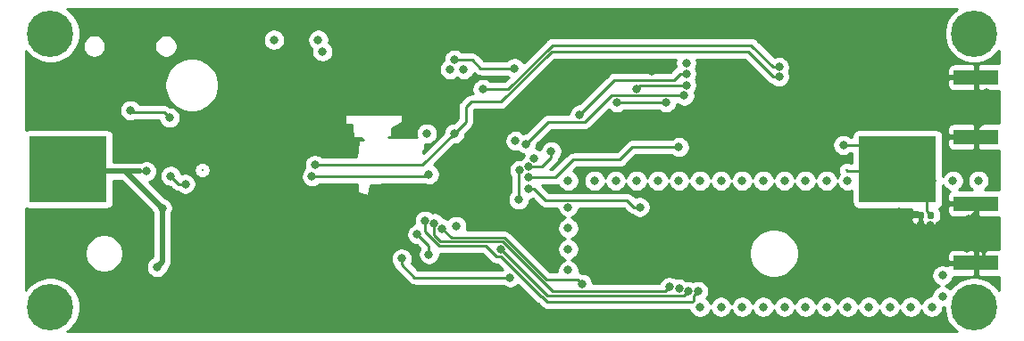
<source format=gbr>
G04 #@! TF.GenerationSoftware,KiCad,Pcbnew,(5.1.5)-3*
G04 #@! TF.CreationDate,2020-05-16T21:03:05+05:30*
G04 #@! TF.ProjectId,ArmTrax,41726d54-7261-4782-9e6b-696361645f70,rev?*
G04 #@! TF.SameCoordinates,Original*
G04 #@! TF.FileFunction,Copper,L4,Bot*
G04 #@! TF.FilePolarity,Positive*
%FSLAX46Y46*%
G04 Gerber Fmt 4.6, Leading zero omitted, Abs format (unit mm)*
G04 Created by KiCad (PCBNEW (5.1.5)-3) date 2020-05-16 21:03:05*
%MOMM*%
%LPD*%
G04 APERTURE LIST*
%ADD10R,7.340000X6.350000*%
%ADD11C,4.400000*%
%ADD12C,0.700000*%
%ADD13C,0.100000*%
%ADD14R,4.200000X1.350000*%
%ADD15C,0.800000*%
%ADD16C,0.300000*%
%ADD17C,0.250000*%
%ADD18C,0.500000*%
%ADD19C,0.300000*%
%ADD20C,0.254000*%
G04 APERTURE END LIST*
D10*
X143130000Y-63600000D03*
X64470000Y-63600000D03*
D11*
X150400000Y-76700000D03*
D12*
X152050000Y-76700000D03*
X151566726Y-77866726D03*
X150400000Y-78350000D03*
X149233274Y-77866726D03*
X148750000Y-76700000D03*
X149233274Y-75533274D03*
X150400000Y-75050000D03*
X151566726Y-75533274D03*
D11*
X150400000Y-50700000D03*
D12*
X152050000Y-50700000D03*
X151566726Y-51866726D03*
X150400000Y-52350000D03*
X149233274Y-51866726D03*
X148750000Y-50700000D03*
X149233274Y-49533274D03*
X150400000Y-49050000D03*
X151566726Y-49533274D03*
D11*
X62800000Y-76700000D03*
D12*
X64450000Y-76700000D03*
X63966726Y-77866726D03*
X62800000Y-78350000D03*
X61633274Y-77866726D03*
X61150000Y-76700000D03*
X61633274Y-75533274D03*
X62800000Y-75050000D03*
X63966726Y-75533274D03*
X63966726Y-49533274D03*
X62800000Y-49050000D03*
X61633274Y-49533274D03*
X61150000Y-50700000D03*
X61633274Y-51866726D03*
X62800000Y-52350000D03*
X63966726Y-51866726D03*
X64450000Y-50700000D03*
D11*
X62800000Y-50700000D03*
G04 #@! TA.AperFunction,SMDPad,CuDef*
D13*
G36*
X145491958Y-67680710D02*
G01*
X145506276Y-67682834D01*
X145520317Y-67686351D01*
X145533946Y-67691228D01*
X145547031Y-67697417D01*
X145559447Y-67704858D01*
X145571073Y-67713481D01*
X145581798Y-67723202D01*
X145591519Y-67733927D01*
X145600142Y-67745553D01*
X145607583Y-67757969D01*
X145613772Y-67771054D01*
X145618649Y-67784683D01*
X145622166Y-67798724D01*
X145624290Y-67813042D01*
X145625000Y-67827500D01*
X145625000Y-68172500D01*
X145624290Y-68186958D01*
X145622166Y-68201276D01*
X145618649Y-68215317D01*
X145613772Y-68228946D01*
X145607583Y-68242031D01*
X145600142Y-68254447D01*
X145591519Y-68266073D01*
X145581798Y-68276798D01*
X145571073Y-68286519D01*
X145559447Y-68295142D01*
X145547031Y-68302583D01*
X145533946Y-68308772D01*
X145520317Y-68313649D01*
X145506276Y-68317166D01*
X145491958Y-68319290D01*
X145477500Y-68320000D01*
X145182500Y-68320000D01*
X145168042Y-68319290D01*
X145153724Y-68317166D01*
X145139683Y-68313649D01*
X145126054Y-68308772D01*
X145112969Y-68302583D01*
X145100553Y-68295142D01*
X145088927Y-68286519D01*
X145078202Y-68276798D01*
X145068481Y-68266073D01*
X145059858Y-68254447D01*
X145052417Y-68242031D01*
X145046228Y-68228946D01*
X145041351Y-68215317D01*
X145037834Y-68201276D01*
X145035710Y-68186958D01*
X145035000Y-68172500D01*
X145035000Y-67827500D01*
X145035710Y-67813042D01*
X145037834Y-67798724D01*
X145041351Y-67784683D01*
X145046228Y-67771054D01*
X145052417Y-67757969D01*
X145059858Y-67745553D01*
X145068481Y-67733927D01*
X145078202Y-67723202D01*
X145088927Y-67713481D01*
X145100553Y-67704858D01*
X145112969Y-67697417D01*
X145126054Y-67691228D01*
X145139683Y-67686351D01*
X145153724Y-67682834D01*
X145168042Y-67680710D01*
X145182500Y-67680000D01*
X145477500Y-67680000D01*
X145491958Y-67680710D01*
G37*
G04 #@! TD.AperFunction*
G04 #@! TA.AperFunction,SMDPad,CuDef*
G36*
X146461958Y-67680710D02*
G01*
X146476276Y-67682834D01*
X146490317Y-67686351D01*
X146503946Y-67691228D01*
X146517031Y-67697417D01*
X146529447Y-67704858D01*
X146541073Y-67713481D01*
X146551798Y-67723202D01*
X146561519Y-67733927D01*
X146570142Y-67745553D01*
X146577583Y-67757969D01*
X146583772Y-67771054D01*
X146588649Y-67784683D01*
X146592166Y-67798724D01*
X146594290Y-67813042D01*
X146595000Y-67827500D01*
X146595000Y-68172500D01*
X146594290Y-68186958D01*
X146592166Y-68201276D01*
X146588649Y-68215317D01*
X146583772Y-68228946D01*
X146577583Y-68242031D01*
X146570142Y-68254447D01*
X146561519Y-68266073D01*
X146551798Y-68276798D01*
X146541073Y-68286519D01*
X146529447Y-68295142D01*
X146517031Y-68302583D01*
X146503946Y-68308772D01*
X146490317Y-68313649D01*
X146476276Y-68317166D01*
X146461958Y-68319290D01*
X146447500Y-68320000D01*
X146152500Y-68320000D01*
X146138042Y-68319290D01*
X146123724Y-68317166D01*
X146109683Y-68313649D01*
X146096054Y-68308772D01*
X146082969Y-68302583D01*
X146070553Y-68295142D01*
X146058927Y-68286519D01*
X146048202Y-68276798D01*
X146038481Y-68266073D01*
X146029858Y-68254447D01*
X146022417Y-68242031D01*
X146016228Y-68228946D01*
X146011351Y-68215317D01*
X146007834Y-68201276D01*
X146005710Y-68186958D01*
X146005000Y-68172500D01*
X146005000Y-67827500D01*
X146005710Y-67813042D01*
X146007834Y-67798724D01*
X146011351Y-67784683D01*
X146016228Y-67771054D01*
X146022417Y-67757969D01*
X146029858Y-67745553D01*
X146038481Y-67733927D01*
X146048202Y-67723202D01*
X146058927Y-67713481D01*
X146070553Y-67704858D01*
X146082969Y-67697417D01*
X146096054Y-67691228D01*
X146109683Y-67686351D01*
X146123724Y-67682834D01*
X146138042Y-67680710D01*
X146152500Y-67680000D01*
X146447500Y-67680000D01*
X146461958Y-67680710D01*
G37*
G04 #@! TD.AperFunction*
D14*
X150600000Y-54875000D03*
X150600000Y-60525000D03*
X150600000Y-66875000D03*
X150600000Y-72525000D03*
D15*
X114400000Y-64700000D03*
X146400000Y-64700000D03*
X150800000Y-62700000D03*
X148400000Y-62700000D03*
X143500000Y-68900000D03*
X144400000Y-68900000D03*
X145300000Y-68900000D03*
X146200000Y-68900000D03*
X147100000Y-68900000D03*
X143900000Y-70500000D03*
X144800000Y-70500000D03*
X145700000Y-70500000D03*
X146600000Y-70500000D03*
X147500000Y-70500000D03*
X150800000Y-64700000D03*
X148400000Y-64700000D03*
X100700000Y-54100000D03*
X102000000Y-54100000D03*
X84000000Y-51300000D03*
X88200000Y-51300000D03*
X88600000Y-52400000D03*
X98500000Y-60200000D03*
X74100000Y-58700000D03*
X70400000Y-58000000D03*
X71900000Y-63800000D03*
X73400000Y-67300000D03*
X72900000Y-72900000D03*
X75600000Y-65000000D03*
X74209413Y-64252112D03*
X108685888Y-62612898D03*
X123100000Y-53500000D03*
X116500000Y-57245000D03*
X121200000Y-57245000D03*
X108154701Y-63364059D03*
X123100000Y-54500000D03*
X113000000Y-58400000D03*
X110300000Y-61900000D03*
X106900000Y-60900000D03*
X106800000Y-54000000D03*
X101100000Y-53200000D03*
X103800000Y-56000000D03*
X131900000Y-53879997D03*
X101100000Y-60200000D03*
X131900000Y-54800000D03*
X87900000Y-63200000D03*
X108100000Y-64400000D03*
X122400000Y-61500000D03*
X87600000Y-64300000D03*
X98700000Y-64100000D03*
X107298464Y-63700603D03*
X96100000Y-72100000D03*
X106400000Y-73900000D03*
X107200000Y-66500000D03*
X123100000Y-55600000D03*
X118400000Y-55955000D03*
X107900000Y-61200000D03*
X122900000Y-56600000D03*
X108100000Y-65500000D03*
X123300000Y-75200000D03*
X101300000Y-69000000D03*
X105543916Y-71256084D03*
X122411712Y-74950739D03*
X113200000Y-74500000D03*
X99954623Y-69237012D03*
X121503661Y-74802929D03*
X99191825Y-68722656D03*
X98700000Y-71700000D03*
X97600000Y-69800000D03*
X124220003Y-75200000D03*
X98299212Y-68499804D03*
D16*
X138300000Y-63700000D03*
X77200000Y-63700000D03*
D15*
X144400000Y-64700000D03*
X142400000Y-64700000D03*
X140400000Y-64700000D03*
X138400000Y-64700000D03*
X136400000Y-64700000D03*
X134400000Y-64700000D03*
X132400000Y-64700000D03*
X130400000Y-64700000D03*
X128400000Y-64700000D03*
X126400000Y-64700000D03*
X124400000Y-64700000D03*
X122400000Y-64700000D03*
X120400000Y-64700000D03*
X118400000Y-64700000D03*
X116400000Y-64700000D03*
X111900000Y-64700000D03*
X111900000Y-67200000D03*
X111900000Y-69200000D03*
X111900000Y-71200000D03*
X111900000Y-73200000D03*
X147400000Y-73700000D03*
X147400000Y-75700000D03*
X146400000Y-76700000D03*
X144400000Y-76700000D03*
X142400000Y-76700000D03*
X140400000Y-76700000D03*
X138400000Y-76700000D03*
X136400000Y-76700000D03*
X134400000Y-76700000D03*
X132400000Y-76700000D03*
X130400000Y-76700000D03*
X128400000Y-76700000D03*
X126400000Y-76700000D03*
X124400000Y-76700000D03*
X147400000Y-53700000D03*
X147400000Y-51700000D03*
X146400000Y-50700000D03*
X144400000Y-50700000D03*
X142400000Y-50700000D03*
X140400000Y-50700000D03*
X138400000Y-50700000D03*
X136400000Y-50700000D03*
X134400000Y-50700000D03*
X132400000Y-50700000D03*
X130400000Y-50700000D03*
X128400000Y-50700000D03*
X126400000Y-50700000D03*
X124400000Y-50700000D03*
X122400000Y-50700000D03*
X120400000Y-50700000D03*
X119800000Y-54300000D03*
X119774990Y-58325010D03*
X119774990Y-60325010D03*
X119800000Y-62700000D03*
X121400000Y-62700000D03*
X124400000Y-62700000D03*
X126400000Y-62700000D03*
X128400000Y-62700000D03*
X130400000Y-62700000D03*
X132400000Y-62700000D03*
X134400000Y-62700000D03*
X136400000Y-62700000D03*
X138400000Y-62700000D03*
X138000000Y-61300000D03*
X151600000Y-56300000D03*
X149900000Y-68300000D03*
X151300000Y-71200000D03*
X149700000Y-71100000D03*
X143300000Y-67700000D03*
X151100000Y-59100000D03*
X118700000Y-67200000D03*
D17*
X150600000Y-54875000D02*
X150600000Y-55700000D01*
X150600000Y-55700000D02*
X150600000Y-55800000D01*
X150600000Y-55800000D02*
X151000000Y-56200000D01*
X150600000Y-60525000D02*
X150600000Y-59800000D01*
X150600000Y-59800000D02*
X151100000Y-59300000D01*
X150600000Y-66875000D02*
X150600000Y-67600000D01*
X150600000Y-67600000D02*
X150000000Y-68200000D01*
X145000000Y-67700000D02*
X143700000Y-67700000D01*
X145300000Y-68000000D02*
X145000000Y-67700000D01*
X74100000Y-58700000D02*
X73600000Y-58200000D01*
X73600000Y-58200000D02*
X70600000Y-58200000D01*
X70600000Y-58200000D02*
X70400000Y-58000000D01*
D18*
X71334315Y-63800000D02*
X64770000Y-63800000D01*
D17*
X71900000Y-63800000D02*
X71334315Y-63800000D01*
D18*
X73400000Y-67300000D02*
X69900000Y-63800000D01*
D17*
X69900000Y-63800000D02*
X64770000Y-63800000D01*
D18*
X73400000Y-72400000D02*
X73400000Y-67300000D01*
X72900000Y-72900000D02*
X73400000Y-72400000D01*
D17*
X75600000Y-65000000D02*
X74957301Y-65000000D01*
X74957301Y-65000000D02*
X74209413Y-64252112D01*
X116500000Y-57245000D02*
X121200000Y-57245000D01*
X122534315Y-54500000D02*
X121934315Y-55100000D01*
X123100000Y-54500000D02*
X122534315Y-54500000D01*
X121934315Y-55100000D02*
X116300000Y-55100000D01*
X116300000Y-55100000D02*
X113000000Y-58400000D01*
X110300000Y-61900000D02*
X110300000Y-62465685D01*
X109401626Y-63364059D02*
X108154701Y-63364059D01*
X110300000Y-62465685D02*
X109401626Y-63364059D01*
X106800000Y-54000000D02*
X103600000Y-54000000D01*
X103600000Y-54000000D02*
X102800000Y-53200000D01*
X102800000Y-53200000D02*
X101100000Y-53200000D01*
X106200000Y-56000000D02*
X103800000Y-56000000D01*
X129254318Y-51800000D02*
X110400000Y-51800000D01*
X110400000Y-51800000D02*
X106200000Y-56000000D01*
X131900000Y-53879997D02*
X131334315Y-53879997D01*
X131334315Y-53879997D02*
X129254318Y-51800000D01*
X131334315Y-54800000D02*
X128934315Y-52400000D01*
X131900000Y-54800000D02*
X131334315Y-54800000D01*
X128934315Y-52400000D02*
X110323272Y-52400000D01*
X110323272Y-52400000D02*
X105523272Y-57200000D01*
X105523272Y-57200000D02*
X102700000Y-57200000D01*
X102700000Y-57200000D02*
X102200000Y-57700000D01*
X102200000Y-59100000D02*
X101100000Y-60200000D01*
X102200000Y-57700000D02*
X102200000Y-59100000D01*
X98100000Y-63200000D02*
X101100000Y-60200000D01*
X87900000Y-63200000D02*
X98100000Y-63200000D01*
X87600000Y-64300000D02*
X98500000Y-64300000D01*
X98500000Y-64300000D02*
X98700000Y-64100000D01*
X96100000Y-72665685D02*
X97334315Y-73900000D01*
X96100000Y-72100000D02*
X96100000Y-72665685D01*
X97334315Y-73900000D02*
X106400000Y-73900000D01*
X107200000Y-63799067D02*
X107298464Y-63700603D01*
X107200000Y-66500000D02*
X107200000Y-63799067D01*
X123100000Y-55600000D02*
X118755000Y-55600000D01*
X118755000Y-55600000D02*
X118400000Y-55955000D01*
X107900000Y-61200000D02*
X110000000Y-59100000D01*
X110000000Y-59100000D02*
X113500000Y-59100000D01*
X116000000Y-56600000D02*
X122900000Y-56600000D01*
X113500000Y-59100000D02*
X116000000Y-56600000D01*
X123300000Y-75200000D02*
X122900000Y-75600000D01*
X122900000Y-75600000D02*
X109887832Y-75600000D01*
X109887832Y-75600000D02*
X105543916Y-71256084D01*
X105853263Y-70129990D02*
X100847601Y-70129990D01*
X109823272Y-74100000D02*
X105853263Y-70129990D01*
X113200000Y-74500000D02*
X112800000Y-74100000D01*
X100847601Y-70129990D02*
X99954623Y-69237012D01*
X112800000Y-74100000D02*
X109823272Y-74100000D01*
X121503661Y-74802929D02*
X121103662Y-75202928D01*
X99191825Y-69891825D02*
X99191825Y-69288341D01*
X99800000Y-70500000D02*
X99191825Y-69891825D01*
X99191825Y-69288341D02*
X99191825Y-68722656D01*
X121103662Y-75202928D02*
X110402928Y-75202928D01*
X110402928Y-75202928D02*
X105700000Y-70500000D01*
X105700000Y-70500000D02*
X99800000Y-70500000D01*
X98700000Y-71700000D02*
X98700000Y-70900000D01*
X98700000Y-70900000D02*
X97600000Y-69800000D01*
X143430000Y-63800000D02*
X138400000Y-63800000D01*
X138400000Y-63800000D02*
X138300000Y-63700000D01*
X143430000Y-63800000D02*
X145900000Y-66270000D01*
X145900000Y-67600000D02*
X146300000Y-68000000D01*
X145900000Y-66270000D02*
X145900000Y-67600000D01*
X143430000Y-63800000D02*
X143000000Y-63800000D01*
X143000000Y-63800000D02*
X140500000Y-61300000D01*
X140500000Y-61300000D02*
X138000000Y-61300000D01*
X151000000Y-56200000D02*
X151500000Y-56200000D01*
X151500000Y-56200000D02*
X151600000Y-56300000D01*
D19*
X150000000Y-68200000D02*
X149900000Y-68300000D01*
X150600000Y-72525000D02*
X151075000Y-72525000D01*
X151075000Y-72525000D02*
X151300000Y-72300000D01*
X151300000Y-72300000D02*
X151300000Y-71200000D01*
D17*
X143700000Y-67700000D02*
X143300000Y-67700000D01*
X151100000Y-59300000D02*
X151100000Y-59100000D01*
X110700000Y-64400000D02*
X108100000Y-64400000D01*
X116800000Y-62700000D02*
X112400000Y-62700000D01*
X122400000Y-61500000D02*
X118000000Y-61500000D01*
X112400000Y-62700000D02*
X110700000Y-64400000D01*
X118000000Y-61500000D02*
X116800000Y-62700000D01*
X117489314Y-66554999D02*
X109745001Y-66554999D01*
X118700000Y-67200000D02*
X118134315Y-67200000D01*
X118134315Y-67200000D02*
X117489314Y-66554999D01*
X108690002Y-65500000D02*
X108100000Y-65500000D01*
X109745001Y-66554999D02*
X108690002Y-65500000D01*
X98299212Y-69522485D02*
X98299212Y-68499804D01*
X109900000Y-76200000D02*
X109400000Y-75700000D01*
X123820004Y-76079996D02*
X123700000Y-76200000D01*
X123700000Y-76200000D02*
X109900000Y-76200000D01*
X123820004Y-75599999D02*
X123820004Y-76079996D01*
X109400000Y-75700000D02*
X109300000Y-75700000D01*
X109300000Y-75700000D02*
X105501085Y-71901085D01*
X105501085Y-71901085D02*
X105101085Y-71901085D01*
X124220003Y-75200000D02*
X123820004Y-75599999D01*
X105101085Y-71901085D02*
X104070010Y-70870010D01*
X104070010Y-70870010D02*
X99646737Y-70870010D01*
X99646737Y-70870010D02*
X98299212Y-69522485D01*
D20*
G36*
X148592793Y-48497912D02*
G01*
X148197912Y-48892793D01*
X147887656Y-49357124D01*
X147673948Y-49873061D01*
X147565000Y-50420777D01*
X147565000Y-50979223D01*
X147673948Y-51526939D01*
X147887656Y-52042876D01*
X148197912Y-52507207D01*
X148592793Y-52902088D01*
X149057124Y-53212344D01*
X149573061Y-53426052D01*
X150120777Y-53535000D01*
X150679223Y-53535000D01*
X151226939Y-53426052D01*
X151742876Y-53212344D01*
X152207207Y-52902088D01*
X152602088Y-52507207D01*
X152740000Y-52300807D01*
X152740000Y-53565868D01*
X152700000Y-53561928D01*
X150885750Y-53565000D01*
X150727000Y-53723750D01*
X150727000Y-54748000D01*
X150747000Y-54748000D01*
X150747000Y-55002000D01*
X150727000Y-55002000D01*
X150727000Y-56026250D01*
X150885750Y-56185000D01*
X152700000Y-56188072D01*
X152740000Y-56184132D01*
X152740000Y-59215868D01*
X152700000Y-59211928D01*
X150885750Y-59215000D01*
X150727000Y-59373750D01*
X150727000Y-60398000D01*
X150747000Y-60398000D01*
X150747000Y-60652000D01*
X150727000Y-60652000D01*
X150727000Y-61676250D01*
X150885750Y-61835000D01*
X152700000Y-61838072D01*
X152740000Y-61834132D01*
X152740001Y-65565868D01*
X152700000Y-65561928D01*
X151369613Y-65564181D01*
X151459774Y-65503937D01*
X151603937Y-65359774D01*
X151717205Y-65190256D01*
X151795226Y-65001898D01*
X151835000Y-64801939D01*
X151835000Y-64598061D01*
X151795226Y-64398102D01*
X151717205Y-64209744D01*
X151603937Y-64040226D01*
X151459774Y-63896063D01*
X151290256Y-63782795D01*
X151101898Y-63704774D01*
X150901939Y-63665000D01*
X150698061Y-63665000D01*
X150498102Y-63704774D01*
X150309744Y-63782795D01*
X150140226Y-63896063D01*
X149996063Y-64040226D01*
X149882795Y-64209744D01*
X149804774Y-64398102D01*
X149765000Y-64598061D01*
X149765000Y-64801939D01*
X149804774Y-65001898D01*
X149882795Y-65190256D01*
X149996063Y-65359774D01*
X150140226Y-65503937D01*
X150231404Y-65564860D01*
X148971789Y-65562727D01*
X149059774Y-65503937D01*
X149203937Y-65359774D01*
X149317205Y-65190256D01*
X149395226Y-65001898D01*
X149435000Y-64801939D01*
X149435000Y-64598061D01*
X149395226Y-64398102D01*
X149317205Y-64209744D01*
X149203937Y-64040226D01*
X149059774Y-63896063D01*
X148890256Y-63782795D01*
X148701898Y-63704774D01*
X148501939Y-63665000D01*
X148298061Y-63665000D01*
X148098102Y-63704774D01*
X147909744Y-63782795D01*
X147740226Y-63896063D01*
X147596063Y-64040226D01*
X147482795Y-64209744D01*
X147438072Y-64317714D01*
X147438072Y-61200000D01*
X147861928Y-61200000D01*
X147874188Y-61324482D01*
X147910498Y-61444180D01*
X147969463Y-61554494D01*
X148048815Y-61651185D01*
X148145506Y-61730537D01*
X148255820Y-61789502D01*
X148375518Y-61825812D01*
X148500000Y-61838072D01*
X150314250Y-61835000D01*
X150473000Y-61676250D01*
X150473000Y-60652000D01*
X148023750Y-60652000D01*
X147865000Y-60810750D01*
X147861928Y-61200000D01*
X147438072Y-61200000D01*
X147438072Y-60425000D01*
X147425812Y-60300518D01*
X147389502Y-60180820D01*
X147330537Y-60070506D01*
X147251185Y-59973815D01*
X147154494Y-59894463D01*
X147071311Y-59850000D01*
X147861928Y-59850000D01*
X147865000Y-60239250D01*
X148023750Y-60398000D01*
X150473000Y-60398000D01*
X150473000Y-59373750D01*
X150314250Y-59215000D01*
X148500000Y-59211928D01*
X148375518Y-59224188D01*
X148255820Y-59260498D01*
X148145506Y-59319463D01*
X148048815Y-59398815D01*
X147969463Y-59495506D01*
X147910498Y-59605820D01*
X147874188Y-59725518D01*
X147861928Y-59850000D01*
X147071311Y-59850000D01*
X147044180Y-59835498D01*
X146924482Y-59799188D01*
X146800000Y-59786928D01*
X139460000Y-59786928D01*
X139335518Y-59799188D01*
X139215820Y-59835498D01*
X139105506Y-59894463D01*
X139008815Y-59973815D01*
X138929463Y-60070506D01*
X138870498Y-60180820D01*
X138834188Y-60300518D01*
X138821928Y-60425000D01*
X138821928Y-60540000D01*
X138703711Y-60540000D01*
X138659774Y-60496063D01*
X138490256Y-60382795D01*
X138301898Y-60304774D01*
X138101939Y-60265000D01*
X137898061Y-60265000D01*
X137698102Y-60304774D01*
X137509744Y-60382795D01*
X137340226Y-60496063D01*
X137196063Y-60640226D01*
X137082795Y-60809744D01*
X137004774Y-60998102D01*
X136965000Y-61198061D01*
X136965000Y-61401939D01*
X137004774Y-61601898D01*
X137082795Y-61790256D01*
X137196063Y-61959774D01*
X137340226Y-62103937D01*
X137509744Y-62217205D01*
X137698102Y-62295226D01*
X137898061Y-62335000D01*
X138101939Y-62335000D01*
X138301898Y-62295226D01*
X138490256Y-62217205D01*
X138659774Y-62103937D01*
X138703711Y-62060000D01*
X138821928Y-62060000D01*
X138821928Y-63040000D01*
X138725203Y-63040000D01*
X138671837Y-63004342D01*
X138528976Y-62945167D01*
X138377316Y-62915000D01*
X138222684Y-62915000D01*
X138071024Y-62945167D01*
X137928163Y-63004342D01*
X137799592Y-63090251D01*
X137690251Y-63199592D01*
X137604342Y-63328163D01*
X137545167Y-63471024D01*
X137515000Y-63622684D01*
X137515000Y-63777316D01*
X137545167Y-63928976D01*
X137593091Y-64044674D01*
X137482795Y-64209744D01*
X137404774Y-64398102D01*
X137400000Y-64422103D01*
X137395226Y-64398102D01*
X137317205Y-64209744D01*
X137203937Y-64040226D01*
X137059774Y-63896063D01*
X136890256Y-63782795D01*
X136701898Y-63704774D01*
X136501939Y-63665000D01*
X136298061Y-63665000D01*
X136098102Y-63704774D01*
X135909744Y-63782795D01*
X135740226Y-63896063D01*
X135596063Y-64040226D01*
X135482795Y-64209744D01*
X135404774Y-64398102D01*
X135400000Y-64422103D01*
X135395226Y-64398102D01*
X135317205Y-64209744D01*
X135203937Y-64040226D01*
X135059774Y-63896063D01*
X134890256Y-63782795D01*
X134701898Y-63704774D01*
X134501939Y-63665000D01*
X134298061Y-63665000D01*
X134098102Y-63704774D01*
X133909744Y-63782795D01*
X133740226Y-63896063D01*
X133596063Y-64040226D01*
X133482795Y-64209744D01*
X133404774Y-64398102D01*
X133400000Y-64422103D01*
X133395226Y-64398102D01*
X133317205Y-64209744D01*
X133203937Y-64040226D01*
X133059774Y-63896063D01*
X132890256Y-63782795D01*
X132701898Y-63704774D01*
X132501939Y-63665000D01*
X132298061Y-63665000D01*
X132098102Y-63704774D01*
X131909744Y-63782795D01*
X131740226Y-63896063D01*
X131596063Y-64040226D01*
X131482795Y-64209744D01*
X131404774Y-64398102D01*
X131400000Y-64422103D01*
X131395226Y-64398102D01*
X131317205Y-64209744D01*
X131203937Y-64040226D01*
X131059774Y-63896063D01*
X130890256Y-63782795D01*
X130701898Y-63704774D01*
X130501939Y-63665000D01*
X130298061Y-63665000D01*
X130098102Y-63704774D01*
X129909744Y-63782795D01*
X129740226Y-63896063D01*
X129596063Y-64040226D01*
X129482795Y-64209744D01*
X129404774Y-64398102D01*
X129400000Y-64422103D01*
X129395226Y-64398102D01*
X129317205Y-64209744D01*
X129203937Y-64040226D01*
X129059774Y-63896063D01*
X128890256Y-63782795D01*
X128701898Y-63704774D01*
X128501939Y-63665000D01*
X128298061Y-63665000D01*
X128098102Y-63704774D01*
X127909744Y-63782795D01*
X127740226Y-63896063D01*
X127596063Y-64040226D01*
X127482795Y-64209744D01*
X127404774Y-64398102D01*
X127400000Y-64422103D01*
X127395226Y-64398102D01*
X127317205Y-64209744D01*
X127203937Y-64040226D01*
X127059774Y-63896063D01*
X126890256Y-63782795D01*
X126701898Y-63704774D01*
X126501939Y-63665000D01*
X126298061Y-63665000D01*
X126098102Y-63704774D01*
X125909744Y-63782795D01*
X125740226Y-63896063D01*
X125596063Y-64040226D01*
X125482795Y-64209744D01*
X125404774Y-64398102D01*
X125400000Y-64422103D01*
X125395226Y-64398102D01*
X125317205Y-64209744D01*
X125203937Y-64040226D01*
X125059774Y-63896063D01*
X124890256Y-63782795D01*
X124701898Y-63704774D01*
X124501939Y-63665000D01*
X124298061Y-63665000D01*
X124098102Y-63704774D01*
X123909744Y-63782795D01*
X123740226Y-63896063D01*
X123596063Y-64040226D01*
X123482795Y-64209744D01*
X123404774Y-64398102D01*
X123400000Y-64422103D01*
X123395226Y-64398102D01*
X123317205Y-64209744D01*
X123203937Y-64040226D01*
X123059774Y-63896063D01*
X122890256Y-63782795D01*
X122701898Y-63704774D01*
X122501939Y-63665000D01*
X122298061Y-63665000D01*
X122098102Y-63704774D01*
X121909744Y-63782795D01*
X121740226Y-63896063D01*
X121596063Y-64040226D01*
X121482795Y-64209744D01*
X121404774Y-64398102D01*
X121400000Y-64422103D01*
X121395226Y-64398102D01*
X121317205Y-64209744D01*
X121203937Y-64040226D01*
X121059774Y-63896063D01*
X120890256Y-63782795D01*
X120701898Y-63704774D01*
X120501939Y-63665000D01*
X120298061Y-63665000D01*
X120098102Y-63704774D01*
X119909744Y-63782795D01*
X119740226Y-63896063D01*
X119596063Y-64040226D01*
X119482795Y-64209744D01*
X119404774Y-64398102D01*
X119400000Y-64422103D01*
X119395226Y-64398102D01*
X119317205Y-64209744D01*
X119203937Y-64040226D01*
X119059774Y-63896063D01*
X118890256Y-63782795D01*
X118701898Y-63704774D01*
X118501939Y-63665000D01*
X118298061Y-63665000D01*
X118098102Y-63704774D01*
X117909744Y-63782795D01*
X117740226Y-63896063D01*
X117596063Y-64040226D01*
X117482795Y-64209744D01*
X117404774Y-64398102D01*
X117400000Y-64422103D01*
X117395226Y-64398102D01*
X117317205Y-64209744D01*
X117203937Y-64040226D01*
X117059774Y-63896063D01*
X116890256Y-63782795D01*
X116701898Y-63704774D01*
X116501939Y-63665000D01*
X116298061Y-63665000D01*
X116098102Y-63704774D01*
X115909744Y-63782795D01*
X115740226Y-63896063D01*
X115596063Y-64040226D01*
X115482795Y-64209744D01*
X115404774Y-64398102D01*
X115400000Y-64422103D01*
X115395226Y-64398102D01*
X115317205Y-64209744D01*
X115203937Y-64040226D01*
X115059774Y-63896063D01*
X114890256Y-63782795D01*
X114701898Y-63704774D01*
X114501939Y-63665000D01*
X114298061Y-63665000D01*
X114098102Y-63704774D01*
X113909744Y-63782795D01*
X113740226Y-63896063D01*
X113596063Y-64040226D01*
X113482795Y-64209744D01*
X113404774Y-64398102D01*
X113365000Y-64598061D01*
X113365000Y-64801939D01*
X113404774Y-65001898D01*
X113482795Y-65190256D01*
X113596063Y-65359774D01*
X113740226Y-65503937D01*
X113909744Y-65617205D01*
X114098102Y-65695226D01*
X114298061Y-65735000D01*
X114501939Y-65735000D01*
X114701898Y-65695226D01*
X114890256Y-65617205D01*
X115059774Y-65503937D01*
X115203937Y-65359774D01*
X115317205Y-65190256D01*
X115395226Y-65001898D01*
X115400000Y-64977897D01*
X115404774Y-65001898D01*
X115482795Y-65190256D01*
X115596063Y-65359774D01*
X115740226Y-65503937D01*
X115909744Y-65617205D01*
X116098102Y-65695226D01*
X116298061Y-65735000D01*
X116501939Y-65735000D01*
X116701898Y-65695226D01*
X116890256Y-65617205D01*
X117059774Y-65503937D01*
X117203937Y-65359774D01*
X117317205Y-65190256D01*
X117395226Y-65001898D01*
X117400000Y-64977897D01*
X117404774Y-65001898D01*
X117482795Y-65190256D01*
X117596063Y-65359774D01*
X117740226Y-65503937D01*
X117909744Y-65617205D01*
X118098102Y-65695226D01*
X118298061Y-65735000D01*
X118501939Y-65735000D01*
X118701898Y-65695226D01*
X118890256Y-65617205D01*
X119059774Y-65503937D01*
X119203937Y-65359774D01*
X119317205Y-65190256D01*
X119395226Y-65001898D01*
X119400000Y-64977897D01*
X119404774Y-65001898D01*
X119482795Y-65190256D01*
X119596063Y-65359774D01*
X119740226Y-65503937D01*
X119909744Y-65617205D01*
X120098102Y-65695226D01*
X120298061Y-65735000D01*
X120501939Y-65735000D01*
X120701898Y-65695226D01*
X120890256Y-65617205D01*
X121059774Y-65503937D01*
X121203937Y-65359774D01*
X121317205Y-65190256D01*
X121395226Y-65001898D01*
X121400000Y-64977897D01*
X121404774Y-65001898D01*
X121482795Y-65190256D01*
X121596063Y-65359774D01*
X121740226Y-65503937D01*
X121909744Y-65617205D01*
X122098102Y-65695226D01*
X122298061Y-65735000D01*
X122501939Y-65735000D01*
X122701898Y-65695226D01*
X122890256Y-65617205D01*
X123059774Y-65503937D01*
X123203937Y-65359774D01*
X123317205Y-65190256D01*
X123395226Y-65001898D01*
X123400000Y-64977897D01*
X123404774Y-65001898D01*
X123482795Y-65190256D01*
X123596063Y-65359774D01*
X123740226Y-65503937D01*
X123909744Y-65617205D01*
X124098102Y-65695226D01*
X124298061Y-65735000D01*
X124501939Y-65735000D01*
X124701898Y-65695226D01*
X124890256Y-65617205D01*
X125059774Y-65503937D01*
X125203937Y-65359774D01*
X125317205Y-65190256D01*
X125395226Y-65001898D01*
X125400000Y-64977897D01*
X125404774Y-65001898D01*
X125482795Y-65190256D01*
X125596063Y-65359774D01*
X125740226Y-65503937D01*
X125909744Y-65617205D01*
X126098102Y-65695226D01*
X126298061Y-65735000D01*
X126501939Y-65735000D01*
X126701898Y-65695226D01*
X126890256Y-65617205D01*
X127059774Y-65503937D01*
X127203937Y-65359774D01*
X127317205Y-65190256D01*
X127395226Y-65001898D01*
X127400000Y-64977897D01*
X127404774Y-65001898D01*
X127482795Y-65190256D01*
X127596063Y-65359774D01*
X127740226Y-65503937D01*
X127909744Y-65617205D01*
X128098102Y-65695226D01*
X128298061Y-65735000D01*
X128501939Y-65735000D01*
X128701898Y-65695226D01*
X128890256Y-65617205D01*
X129059774Y-65503937D01*
X129203937Y-65359774D01*
X129317205Y-65190256D01*
X129395226Y-65001898D01*
X129400000Y-64977897D01*
X129404774Y-65001898D01*
X129482795Y-65190256D01*
X129596063Y-65359774D01*
X129740226Y-65503937D01*
X129909744Y-65617205D01*
X130098102Y-65695226D01*
X130298061Y-65735000D01*
X130501939Y-65735000D01*
X130701898Y-65695226D01*
X130890256Y-65617205D01*
X131059774Y-65503937D01*
X131203937Y-65359774D01*
X131317205Y-65190256D01*
X131395226Y-65001898D01*
X131400000Y-64977897D01*
X131404774Y-65001898D01*
X131482795Y-65190256D01*
X131596063Y-65359774D01*
X131740226Y-65503937D01*
X131909744Y-65617205D01*
X132098102Y-65695226D01*
X132298061Y-65735000D01*
X132501939Y-65735000D01*
X132701898Y-65695226D01*
X132890256Y-65617205D01*
X133059774Y-65503937D01*
X133203937Y-65359774D01*
X133317205Y-65190256D01*
X133395226Y-65001898D01*
X133400000Y-64977897D01*
X133404774Y-65001898D01*
X133482795Y-65190256D01*
X133596063Y-65359774D01*
X133740226Y-65503937D01*
X133909744Y-65617205D01*
X134098102Y-65695226D01*
X134298061Y-65735000D01*
X134501939Y-65735000D01*
X134701898Y-65695226D01*
X134890256Y-65617205D01*
X135059774Y-65503937D01*
X135203937Y-65359774D01*
X135317205Y-65190256D01*
X135395226Y-65001898D01*
X135400000Y-64977897D01*
X135404774Y-65001898D01*
X135482795Y-65190256D01*
X135596063Y-65359774D01*
X135740226Y-65503937D01*
X135909744Y-65617205D01*
X136098102Y-65695226D01*
X136298061Y-65735000D01*
X136501939Y-65735000D01*
X136701898Y-65695226D01*
X136890256Y-65617205D01*
X137059774Y-65503937D01*
X137203937Y-65359774D01*
X137317205Y-65190256D01*
X137395226Y-65001898D01*
X137400000Y-64977897D01*
X137404774Y-65001898D01*
X137482795Y-65190256D01*
X137596063Y-65359774D01*
X137740226Y-65503937D01*
X137909744Y-65617205D01*
X138098102Y-65695226D01*
X138298061Y-65735000D01*
X138501939Y-65735000D01*
X138701898Y-65695226D01*
X138821928Y-65645508D01*
X138821928Y-66775000D01*
X138834188Y-66899482D01*
X138870498Y-67019180D01*
X138929463Y-67129494D01*
X139008815Y-67226185D01*
X139105506Y-67305537D01*
X139215820Y-67364502D01*
X139335518Y-67400812D01*
X139460000Y-67413072D01*
X144457657Y-67413072D01*
X144445498Y-67435820D01*
X144409188Y-67555518D01*
X144396928Y-67680000D01*
X144400000Y-67714250D01*
X144558750Y-67873000D01*
X145188616Y-67873000D01*
X145194454Y-67892246D01*
X145265026Y-68024276D01*
X145307088Y-68075528D01*
X145360000Y-68140001D01*
X145366928Y-68145687D01*
X145366928Y-68172500D01*
X145382023Y-68325757D01*
X145426726Y-68473125D01*
X145457000Y-68529763D01*
X145457000Y-68796250D01*
X145615750Y-68955000D01*
X145625000Y-68958072D01*
X145749482Y-68945812D01*
X145869180Y-68909502D01*
X145876316Y-68905688D01*
X145999243Y-68942977D01*
X146152500Y-68958072D01*
X146447500Y-68958072D01*
X146600757Y-68942977D01*
X146748125Y-68898274D01*
X146883940Y-68825679D01*
X147002983Y-68727983D01*
X147100679Y-68608940D01*
X147173274Y-68473125D01*
X147217977Y-68325757D01*
X147233072Y-68172500D01*
X147233072Y-67827500D01*
X147217977Y-67674243D01*
X147180289Y-67550000D01*
X147861928Y-67550000D01*
X147874188Y-67674482D01*
X147910498Y-67794180D01*
X147969463Y-67904494D01*
X148048815Y-68001185D01*
X148145506Y-68080537D01*
X148255820Y-68139502D01*
X148375518Y-68175812D01*
X148500000Y-68188072D01*
X150314250Y-68185000D01*
X150473000Y-68026250D01*
X150473000Y-67002000D01*
X148023750Y-67002000D01*
X147865000Y-67160750D01*
X147861928Y-67550000D01*
X147180289Y-67550000D01*
X147173274Y-67526875D01*
X147100679Y-67391060D01*
X147068302Y-67351608D01*
X147154494Y-67305537D01*
X147251185Y-67226185D01*
X147330537Y-67129494D01*
X147389502Y-67019180D01*
X147425812Y-66899482D01*
X147438072Y-66775000D01*
X147438072Y-65082286D01*
X147482795Y-65190256D01*
X147596063Y-65359774D01*
X147740226Y-65503937D01*
X147909744Y-65617205D01*
X148098102Y-65695226D01*
X148110990Y-65697790D01*
X148048815Y-65748815D01*
X147969463Y-65845506D01*
X147910498Y-65955820D01*
X147874188Y-66075518D01*
X147861928Y-66200000D01*
X147865000Y-66589250D01*
X148023750Y-66748000D01*
X150473000Y-66748000D01*
X150473000Y-66728000D01*
X150727000Y-66728000D01*
X150727000Y-66748000D01*
X150747000Y-66748000D01*
X150747000Y-67002000D01*
X150727000Y-67002000D01*
X150727000Y-68026250D01*
X150885750Y-68185000D01*
X152700000Y-68188072D01*
X152740001Y-68184132D01*
X152740001Y-71215868D01*
X152700000Y-71211928D01*
X150885750Y-71215000D01*
X150727000Y-71373750D01*
X150727000Y-72398000D01*
X150747000Y-72398000D01*
X150747000Y-72652000D01*
X150727000Y-72652000D01*
X150727000Y-73676250D01*
X150885750Y-73835000D01*
X152700000Y-73838072D01*
X152740001Y-73834132D01*
X152740001Y-75099194D01*
X152602088Y-74892793D01*
X152207207Y-74497912D01*
X151742876Y-74187656D01*
X151226939Y-73973948D01*
X150679223Y-73865000D01*
X150120777Y-73865000D01*
X149573061Y-73973948D01*
X149057124Y-74187656D01*
X148592793Y-74497912D01*
X148197912Y-74892793D01*
X148141272Y-74977561D01*
X148059774Y-74896063D01*
X147890256Y-74782795D01*
X147701898Y-74704774D01*
X147677897Y-74700000D01*
X147701898Y-74695226D01*
X147890256Y-74617205D01*
X148059774Y-74503937D01*
X148203937Y-74359774D01*
X148317205Y-74190256D01*
X148395226Y-74001898D01*
X148429200Y-73831099D01*
X148500000Y-73838072D01*
X150314250Y-73835000D01*
X150473000Y-73676250D01*
X150473000Y-72652000D01*
X148023750Y-72652000D01*
X147891874Y-72783876D01*
X147890256Y-72782795D01*
X147701898Y-72704774D01*
X147501939Y-72665000D01*
X147298061Y-72665000D01*
X147098102Y-72704774D01*
X146909744Y-72782795D01*
X146740226Y-72896063D01*
X146596063Y-73040226D01*
X146482795Y-73209744D01*
X146404774Y-73398102D01*
X146365000Y-73598061D01*
X146365000Y-73801939D01*
X146404774Y-74001898D01*
X146482795Y-74190256D01*
X146596063Y-74359774D01*
X146740226Y-74503937D01*
X146909744Y-74617205D01*
X147098102Y-74695226D01*
X147122103Y-74700000D01*
X147098102Y-74704774D01*
X146909744Y-74782795D01*
X146740226Y-74896063D01*
X146596063Y-75040226D01*
X146482795Y-75209744D01*
X146404774Y-75398102D01*
X146365000Y-75598061D01*
X146365000Y-75665000D01*
X146298061Y-75665000D01*
X146098102Y-75704774D01*
X145909744Y-75782795D01*
X145740226Y-75896063D01*
X145596063Y-76040226D01*
X145482795Y-76209744D01*
X145404774Y-76398102D01*
X145400000Y-76422103D01*
X145395226Y-76398102D01*
X145317205Y-76209744D01*
X145203937Y-76040226D01*
X145059774Y-75896063D01*
X144890256Y-75782795D01*
X144701898Y-75704774D01*
X144501939Y-75665000D01*
X144298061Y-75665000D01*
X144098102Y-75704774D01*
X143909744Y-75782795D01*
X143740226Y-75896063D01*
X143596063Y-76040226D01*
X143482795Y-76209744D01*
X143404774Y-76398102D01*
X143400000Y-76422103D01*
X143395226Y-76398102D01*
X143317205Y-76209744D01*
X143203937Y-76040226D01*
X143059774Y-75896063D01*
X142890256Y-75782795D01*
X142701898Y-75704774D01*
X142501939Y-75665000D01*
X142298061Y-75665000D01*
X142098102Y-75704774D01*
X141909744Y-75782795D01*
X141740226Y-75896063D01*
X141596063Y-76040226D01*
X141482795Y-76209744D01*
X141404774Y-76398102D01*
X141400000Y-76422103D01*
X141395226Y-76398102D01*
X141317205Y-76209744D01*
X141203937Y-76040226D01*
X141059774Y-75896063D01*
X140890256Y-75782795D01*
X140701898Y-75704774D01*
X140501939Y-75665000D01*
X140298061Y-75665000D01*
X140098102Y-75704774D01*
X139909744Y-75782795D01*
X139740226Y-75896063D01*
X139596063Y-76040226D01*
X139482795Y-76209744D01*
X139404774Y-76398102D01*
X139400000Y-76422103D01*
X139395226Y-76398102D01*
X139317205Y-76209744D01*
X139203937Y-76040226D01*
X139059774Y-75896063D01*
X138890256Y-75782795D01*
X138701898Y-75704774D01*
X138501939Y-75665000D01*
X138298061Y-75665000D01*
X138098102Y-75704774D01*
X137909744Y-75782795D01*
X137740226Y-75896063D01*
X137596063Y-76040226D01*
X137482795Y-76209744D01*
X137404774Y-76398102D01*
X137400000Y-76422103D01*
X137395226Y-76398102D01*
X137317205Y-76209744D01*
X137203937Y-76040226D01*
X137059774Y-75896063D01*
X136890256Y-75782795D01*
X136701898Y-75704774D01*
X136501939Y-75665000D01*
X136298061Y-75665000D01*
X136098102Y-75704774D01*
X135909744Y-75782795D01*
X135740226Y-75896063D01*
X135596063Y-76040226D01*
X135482795Y-76209744D01*
X135404774Y-76398102D01*
X135400000Y-76422103D01*
X135395226Y-76398102D01*
X135317205Y-76209744D01*
X135203937Y-76040226D01*
X135059774Y-75896063D01*
X134890256Y-75782795D01*
X134701898Y-75704774D01*
X134501939Y-75665000D01*
X134298061Y-75665000D01*
X134098102Y-75704774D01*
X133909744Y-75782795D01*
X133740226Y-75896063D01*
X133596063Y-76040226D01*
X133482795Y-76209744D01*
X133404774Y-76398102D01*
X133400000Y-76422103D01*
X133395226Y-76398102D01*
X133317205Y-76209744D01*
X133203937Y-76040226D01*
X133059774Y-75896063D01*
X132890256Y-75782795D01*
X132701898Y-75704774D01*
X132501939Y-75665000D01*
X132298061Y-75665000D01*
X132098102Y-75704774D01*
X131909744Y-75782795D01*
X131740226Y-75896063D01*
X131596063Y-76040226D01*
X131482795Y-76209744D01*
X131404774Y-76398102D01*
X131400000Y-76422103D01*
X131395226Y-76398102D01*
X131317205Y-76209744D01*
X131203937Y-76040226D01*
X131059774Y-75896063D01*
X130890256Y-75782795D01*
X130701898Y-75704774D01*
X130501939Y-75665000D01*
X130298061Y-75665000D01*
X130098102Y-75704774D01*
X129909744Y-75782795D01*
X129740226Y-75896063D01*
X129596063Y-76040226D01*
X129482795Y-76209744D01*
X129404774Y-76398102D01*
X129400000Y-76422103D01*
X129395226Y-76398102D01*
X129317205Y-76209744D01*
X129203937Y-76040226D01*
X129059774Y-75896063D01*
X128890256Y-75782795D01*
X128701898Y-75704774D01*
X128501939Y-75665000D01*
X128298061Y-75665000D01*
X128098102Y-75704774D01*
X127909744Y-75782795D01*
X127740226Y-75896063D01*
X127596063Y-76040226D01*
X127482795Y-76209744D01*
X127404774Y-76398102D01*
X127400000Y-76422103D01*
X127395226Y-76398102D01*
X127317205Y-76209744D01*
X127203937Y-76040226D01*
X127059774Y-75896063D01*
X126890256Y-75782795D01*
X126701898Y-75704774D01*
X126501939Y-75665000D01*
X126298061Y-75665000D01*
X126098102Y-75704774D01*
X125909744Y-75782795D01*
X125740226Y-75896063D01*
X125596063Y-76040226D01*
X125482795Y-76209744D01*
X125404774Y-76398102D01*
X125400000Y-76422103D01*
X125395226Y-76398102D01*
X125317205Y-76209744D01*
X125203937Y-76040226D01*
X125059774Y-75896063D01*
X125016539Y-75867175D01*
X125023940Y-75859774D01*
X125137208Y-75690256D01*
X125215229Y-75501898D01*
X125255003Y-75301939D01*
X125255003Y-75098061D01*
X125215229Y-74898102D01*
X125137208Y-74709744D01*
X125023940Y-74540226D01*
X124879777Y-74396063D01*
X124710259Y-74282795D01*
X124521901Y-74204774D01*
X124321942Y-74165000D01*
X124118064Y-74165000D01*
X123918105Y-74204774D01*
X123760002Y-74270263D01*
X123601898Y-74204774D01*
X123401939Y-74165000D01*
X123198061Y-74165000D01*
X123107665Y-74182981D01*
X123071486Y-74146802D01*
X122901968Y-74033534D01*
X122713610Y-73955513D01*
X122513651Y-73915739D01*
X122309773Y-73915739D01*
X122109814Y-73955513D01*
X122102746Y-73958441D01*
X121993917Y-73885724D01*
X121805559Y-73807703D01*
X121605600Y-73767929D01*
X121401722Y-73767929D01*
X121201763Y-73807703D01*
X121013405Y-73885724D01*
X120843887Y-73998992D01*
X120699724Y-74143155D01*
X120586456Y-74312673D01*
X120532502Y-74442928D01*
X114235000Y-74442928D01*
X114235000Y-74398061D01*
X114195226Y-74198102D01*
X114117205Y-74009744D01*
X114003937Y-73840226D01*
X113859774Y-73696063D01*
X113690256Y-73582795D01*
X113501898Y-73504774D01*
X113301939Y-73465000D01*
X113224227Y-73465000D01*
X113092247Y-73394454D01*
X112948986Y-73350997D01*
X112925698Y-73348703D01*
X112935000Y-73301939D01*
X112935000Y-73098061D01*
X112895226Y-72898102D01*
X112817205Y-72709744D01*
X112703937Y-72540226D01*
X112559774Y-72396063D01*
X112390256Y-72282795D01*
X112201898Y-72204774D01*
X112177897Y-72200000D01*
X112201898Y-72195226D01*
X112390256Y-72117205D01*
X112559774Y-72003937D01*
X112703937Y-71859774D01*
X112817205Y-71690256D01*
X112895226Y-71501898D01*
X112921947Y-71367560D01*
X129040000Y-71367560D01*
X129040000Y-71832440D01*
X129130694Y-72288387D01*
X129308595Y-72717879D01*
X129566868Y-73104412D01*
X129895588Y-73433132D01*
X130282121Y-73691405D01*
X130711613Y-73869306D01*
X131167560Y-73960000D01*
X131632440Y-73960000D01*
X132088387Y-73869306D01*
X132517879Y-73691405D01*
X132904412Y-73433132D01*
X133233132Y-73104412D01*
X133491405Y-72717879D01*
X133669306Y-72288387D01*
X133756507Y-71850000D01*
X147861928Y-71850000D01*
X147865000Y-72239250D01*
X148023750Y-72398000D01*
X150473000Y-72398000D01*
X150473000Y-71373750D01*
X150314250Y-71215000D01*
X148500000Y-71211928D01*
X148375518Y-71224188D01*
X148255820Y-71260498D01*
X148145506Y-71319463D01*
X148048815Y-71398815D01*
X147969463Y-71495506D01*
X147910498Y-71605820D01*
X147874188Y-71725518D01*
X147861928Y-71850000D01*
X133756507Y-71850000D01*
X133760000Y-71832440D01*
X133760000Y-71367560D01*
X133669306Y-70911613D01*
X133491405Y-70482121D01*
X133233132Y-70095588D01*
X132904412Y-69766868D01*
X132517879Y-69508595D01*
X132088387Y-69330694D01*
X131632440Y-69240000D01*
X131167560Y-69240000D01*
X130711613Y-69330694D01*
X130282121Y-69508595D01*
X129895588Y-69766868D01*
X129566868Y-70095588D01*
X129308595Y-70482121D01*
X129130694Y-70911613D01*
X129040000Y-71367560D01*
X112921947Y-71367560D01*
X112935000Y-71301939D01*
X112935000Y-71098061D01*
X112895226Y-70898102D01*
X112817205Y-70709744D01*
X112703937Y-70540226D01*
X112559774Y-70396063D01*
X112390256Y-70282795D01*
X112201898Y-70204774D01*
X112177897Y-70200000D01*
X112201898Y-70195226D01*
X112390256Y-70117205D01*
X112559774Y-70003937D01*
X112703937Y-69859774D01*
X112817205Y-69690256D01*
X112895226Y-69501898D01*
X112935000Y-69301939D01*
X112935000Y-69098061D01*
X112895226Y-68898102D01*
X112817205Y-68709744D01*
X112703937Y-68540226D01*
X112559774Y-68396063D01*
X112445938Y-68320000D01*
X144396928Y-68320000D01*
X144409188Y-68444482D01*
X144445498Y-68564180D01*
X144504463Y-68674494D01*
X144583815Y-68771185D01*
X144680506Y-68850537D01*
X144790820Y-68909502D01*
X144910518Y-68945812D01*
X145035000Y-68958072D01*
X145044250Y-68955000D01*
X145203000Y-68796250D01*
X145203000Y-68127000D01*
X144558750Y-68127000D01*
X144400000Y-68285750D01*
X144396928Y-68320000D01*
X112445938Y-68320000D01*
X112390256Y-68282795D01*
X112201898Y-68204774D01*
X112177897Y-68200000D01*
X112201898Y-68195226D01*
X112390256Y-68117205D01*
X112559774Y-68003937D01*
X112703937Y-67859774D01*
X112817205Y-67690256D01*
X112895226Y-67501898D01*
X112932402Y-67314999D01*
X117174513Y-67314999D01*
X117570515Y-67711002D01*
X117594314Y-67740001D01*
X117710039Y-67834974D01*
X117842068Y-67905546D01*
X117985276Y-67948987D01*
X118040226Y-68003937D01*
X118209744Y-68117205D01*
X118398102Y-68195226D01*
X118598061Y-68235000D01*
X118801939Y-68235000D01*
X119001898Y-68195226D01*
X119190256Y-68117205D01*
X119359774Y-68003937D01*
X119503937Y-67859774D01*
X119617205Y-67690256D01*
X119695226Y-67501898D01*
X119735000Y-67301939D01*
X119735000Y-67098061D01*
X119695226Y-66898102D01*
X119617205Y-66709744D01*
X119503937Y-66540226D01*
X119359774Y-66396063D01*
X119190256Y-66282795D01*
X119001898Y-66204774D01*
X118801939Y-66165000D01*
X118598061Y-66165000D01*
X118398102Y-66204774D01*
X118267845Y-66258729D01*
X118053117Y-66044001D01*
X118029315Y-66014998D01*
X117913590Y-65920025D01*
X117781561Y-65849453D01*
X117638300Y-65805996D01*
X117526647Y-65794999D01*
X117526636Y-65794999D01*
X117489314Y-65791323D01*
X117451992Y-65794999D01*
X110059803Y-65794999D01*
X109424803Y-65160000D01*
X110662678Y-65160000D01*
X110700000Y-65163676D01*
X110737322Y-65160000D01*
X110737333Y-65160000D01*
X110848986Y-65149003D01*
X110952678Y-65117549D01*
X110982795Y-65190256D01*
X111096063Y-65359774D01*
X111240226Y-65503937D01*
X111409744Y-65617205D01*
X111598102Y-65695226D01*
X111798061Y-65735000D01*
X112001939Y-65735000D01*
X112201898Y-65695226D01*
X112390256Y-65617205D01*
X112559774Y-65503937D01*
X112703937Y-65359774D01*
X112817205Y-65190256D01*
X112895226Y-65001898D01*
X112935000Y-64801939D01*
X112935000Y-64598061D01*
X112895226Y-64398102D01*
X112817205Y-64209744D01*
X112703937Y-64040226D01*
X112559774Y-63896063D01*
X112391305Y-63783496D01*
X112714802Y-63460000D01*
X116762678Y-63460000D01*
X116800000Y-63463676D01*
X116837322Y-63460000D01*
X116837333Y-63460000D01*
X116948986Y-63449003D01*
X117092247Y-63405546D01*
X117224276Y-63334974D01*
X117340001Y-63240001D01*
X117363804Y-63210997D01*
X118314802Y-62260000D01*
X121696289Y-62260000D01*
X121740226Y-62303937D01*
X121909744Y-62417205D01*
X122098102Y-62495226D01*
X122298061Y-62535000D01*
X122501939Y-62535000D01*
X122701898Y-62495226D01*
X122890256Y-62417205D01*
X123059774Y-62303937D01*
X123203937Y-62159774D01*
X123317205Y-61990256D01*
X123395226Y-61801898D01*
X123435000Y-61601939D01*
X123435000Y-61398061D01*
X123395226Y-61198102D01*
X123317205Y-61009744D01*
X123203937Y-60840226D01*
X123059774Y-60696063D01*
X122890256Y-60582795D01*
X122701898Y-60504774D01*
X122501939Y-60465000D01*
X122298061Y-60465000D01*
X122098102Y-60504774D01*
X121909744Y-60582795D01*
X121740226Y-60696063D01*
X121696289Y-60740000D01*
X118037322Y-60740000D01*
X117999999Y-60736324D01*
X117962676Y-60740000D01*
X117962667Y-60740000D01*
X117851014Y-60750997D01*
X117707753Y-60794454D01*
X117575724Y-60865026D01*
X117459999Y-60959999D01*
X117436201Y-60988997D01*
X116485199Y-61940000D01*
X112437322Y-61940000D01*
X112399999Y-61936324D01*
X112362676Y-61940000D01*
X112362667Y-61940000D01*
X112251014Y-61950997D01*
X112121592Y-61990256D01*
X112107753Y-61994454D01*
X111975723Y-62065026D01*
X111905519Y-62122642D01*
X111859999Y-62159999D01*
X111836201Y-62188997D01*
X110385199Y-63640000D01*
X110200486Y-63640000D01*
X110811003Y-63029484D01*
X110840001Y-63005686D01*
X110934974Y-62889961D01*
X111005546Y-62757932D01*
X111048987Y-62614724D01*
X111103937Y-62559774D01*
X111217205Y-62390256D01*
X111295226Y-62201898D01*
X111335000Y-62001939D01*
X111335000Y-61798061D01*
X111295226Y-61598102D01*
X111217205Y-61409744D01*
X111103937Y-61240226D01*
X110959774Y-61096063D01*
X110790256Y-60982795D01*
X110601898Y-60904774D01*
X110401939Y-60865000D01*
X110198061Y-60865000D01*
X109998102Y-60904774D01*
X109809744Y-60982795D01*
X109640226Y-61096063D01*
X109496063Y-61240226D01*
X109382795Y-61409744D01*
X109304774Y-61598102D01*
X109272549Y-61760109D01*
X109176144Y-61695693D01*
X108987786Y-61617672D01*
X108857967Y-61591850D01*
X108895226Y-61501898D01*
X108935000Y-61301939D01*
X108935000Y-61239801D01*
X110314803Y-59860000D01*
X113462678Y-59860000D01*
X113500000Y-59863676D01*
X113537322Y-59860000D01*
X113537333Y-59860000D01*
X113648986Y-59849003D01*
X113792247Y-59805546D01*
X113924276Y-59734974D01*
X114040001Y-59640001D01*
X114063804Y-59610997D01*
X115733045Y-57941756D01*
X115840226Y-58048937D01*
X116009744Y-58162205D01*
X116198102Y-58240226D01*
X116398061Y-58280000D01*
X116601939Y-58280000D01*
X116801898Y-58240226D01*
X116990256Y-58162205D01*
X117159774Y-58048937D01*
X117203711Y-58005000D01*
X120496289Y-58005000D01*
X120540226Y-58048937D01*
X120709744Y-58162205D01*
X120898102Y-58240226D01*
X121098061Y-58280000D01*
X121301939Y-58280000D01*
X121501898Y-58240226D01*
X121690256Y-58162205D01*
X121859774Y-58048937D01*
X122003937Y-57904774D01*
X122117205Y-57735256D01*
X122195226Y-57546898D01*
X122226411Y-57390122D01*
X122240226Y-57403937D01*
X122409744Y-57517205D01*
X122598102Y-57595226D01*
X122798061Y-57635000D01*
X123001939Y-57635000D01*
X123201898Y-57595226D01*
X123390256Y-57517205D01*
X123559774Y-57403937D01*
X123703937Y-57259774D01*
X123817205Y-57090256D01*
X123895226Y-56901898D01*
X123935000Y-56701939D01*
X123935000Y-56498061D01*
X123895226Y-56298102D01*
X123886551Y-56277160D01*
X123903937Y-56259774D01*
X124017205Y-56090256D01*
X124095226Y-55901898D01*
X124135000Y-55701939D01*
X124135000Y-55498061D01*
X124095226Y-55298102D01*
X124017205Y-55109744D01*
X123977285Y-55050000D01*
X124017205Y-54990256D01*
X124095226Y-54801898D01*
X124135000Y-54601939D01*
X124135000Y-54398061D01*
X124095226Y-54198102D01*
X124017205Y-54009744D01*
X124010694Y-54000000D01*
X124017205Y-53990256D01*
X124095226Y-53801898D01*
X124135000Y-53601939D01*
X124135000Y-53398061D01*
X124095226Y-53198102D01*
X124079444Y-53160000D01*
X128619514Y-53160000D01*
X130770516Y-55311003D01*
X130794314Y-55340001D01*
X130823312Y-55363799D01*
X130910039Y-55434974D01*
X131042068Y-55505546D01*
X131185276Y-55548987D01*
X131240226Y-55603937D01*
X131409744Y-55717205D01*
X131598102Y-55795226D01*
X131798061Y-55835000D01*
X132001939Y-55835000D01*
X132201898Y-55795226D01*
X132390256Y-55717205D01*
X132559774Y-55603937D01*
X132613711Y-55550000D01*
X147861928Y-55550000D01*
X147874188Y-55674482D01*
X147910498Y-55794180D01*
X147969463Y-55904494D01*
X148048815Y-56001185D01*
X148145506Y-56080537D01*
X148255820Y-56139502D01*
X148375518Y-56175812D01*
X148500000Y-56188072D01*
X150314250Y-56185000D01*
X150473000Y-56026250D01*
X150473000Y-55002000D01*
X148023750Y-55002000D01*
X147865000Y-55160750D01*
X147861928Y-55550000D01*
X132613711Y-55550000D01*
X132703937Y-55459774D01*
X132817205Y-55290256D01*
X132895226Y-55101898D01*
X132935000Y-54901939D01*
X132935000Y-54698061D01*
X132895226Y-54498102D01*
X132829737Y-54339998D01*
X132887726Y-54200000D01*
X147861928Y-54200000D01*
X147865000Y-54589250D01*
X148023750Y-54748000D01*
X150473000Y-54748000D01*
X150473000Y-53723750D01*
X150314250Y-53565000D01*
X148500000Y-53561928D01*
X148375518Y-53574188D01*
X148255820Y-53610498D01*
X148145506Y-53669463D01*
X148048815Y-53748815D01*
X147969463Y-53845506D01*
X147910498Y-53955820D01*
X147874188Y-54075518D01*
X147861928Y-54200000D01*
X132887726Y-54200000D01*
X132895226Y-54181895D01*
X132935000Y-53981936D01*
X132935000Y-53778058D01*
X132895226Y-53578099D01*
X132817205Y-53389741D01*
X132703937Y-53220223D01*
X132559774Y-53076060D01*
X132390256Y-52962792D01*
X132201898Y-52884771D01*
X132001939Y-52844997D01*
X131798061Y-52844997D01*
X131598102Y-52884771D01*
X131467845Y-52938725D01*
X129818122Y-51289003D01*
X129794319Y-51259999D01*
X129678594Y-51165026D01*
X129546565Y-51094454D01*
X129403304Y-51050997D01*
X129291651Y-51040000D01*
X129291640Y-51040000D01*
X129254318Y-51036324D01*
X129216996Y-51040000D01*
X110437323Y-51040000D01*
X110400000Y-51036324D01*
X110362677Y-51040000D01*
X110362667Y-51040000D01*
X110251014Y-51050997D01*
X110107753Y-51094454D01*
X109975723Y-51165026D01*
X109892083Y-51233668D01*
X109859999Y-51259999D01*
X109836201Y-51288997D01*
X107676450Y-53448749D01*
X107603937Y-53340226D01*
X107459774Y-53196063D01*
X107290256Y-53082795D01*
X107101898Y-53004774D01*
X106901939Y-52965000D01*
X106698061Y-52965000D01*
X106498102Y-53004774D01*
X106309744Y-53082795D01*
X106140226Y-53196063D01*
X106096289Y-53240000D01*
X103914802Y-53240000D01*
X103363803Y-52689002D01*
X103340001Y-52659999D01*
X103224276Y-52565026D01*
X103092247Y-52494454D01*
X102948986Y-52450997D01*
X102837333Y-52440000D01*
X102837322Y-52440000D01*
X102800000Y-52436324D01*
X102762678Y-52440000D01*
X101803711Y-52440000D01*
X101759774Y-52396063D01*
X101590256Y-52282795D01*
X101401898Y-52204774D01*
X101201939Y-52165000D01*
X100998061Y-52165000D01*
X100798102Y-52204774D01*
X100609744Y-52282795D01*
X100440226Y-52396063D01*
X100296063Y-52540226D01*
X100182795Y-52709744D01*
X100104774Y-52898102D01*
X100065000Y-53098061D01*
X100065000Y-53279510D01*
X100040226Y-53296063D01*
X99896063Y-53440226D01*
X99782795Y-53609744D01*
X99704774Y-53798102D01*
X99665000Y-53998061D01*
X99665000Y-54201939D01*
X99704774Y-54401898D01*
X99782795Y-54590256D01*
X99896063Y-54759774D01*
X100040226Y-54903937D01*
X100209744Y-55017205D01*
X100398102Y-55095226D01*
X100598061Y-55135000D01*
X100801939Y-55135000D01*
X101001898Y-55095226D01*
X101190256Y-55017205D01*
X101350000Y-54910468D01*
X101509744Y-55017205D01*
X101698102Y-55095226D01*
X101898061Y-55135000D01*
X102101939Y-55135000D01*
X102301898Y-55095226D01*
X102490256Y-55017205D01*
X102659774Y-54903937D01*
X102803937Y-54759774D01*
X102917205Y-54590256D01*
X102975271Y-54450073D01*
X103036201Y-54511002D01*
X103059999Y-54540001D01*
X103175724Y-54634974D01*
X103307753Y-54705546D01*
X103451014Y-54749003D01*
X103562667Y-54760000D01*
X103562677Y-54760000D01*
X103600000Y-54763676D01*
X103637323Y-54760000D01*
X106096289Y-54760000D01*
X106140226Y-54803937D01*
X106248749Y-54876450D01*
X105885199Y-55240000D01*
X104503711Y-55240000D01*
X104459774Y-55196063D01*
X104290256Y-55082795D01*
X104101898Y-55004774D01*
X103901939Y-54965000D01*
X103698061Y-54965000D01*
X103498102Y-55004774D01*
X103309744Y-55082795D01*
X103140226Y-55196063D01*
X102996063Y-55340226D01*
X102882795Y-55509744D01*
X102804774Y-55698102D01*
X102765000Y-55898061D01*
X102765000Y-56101939D01*
X102804774Y-56301898D01*
X102861978Y-56440000D01*
X102737325Y-56440000D01*
X102700000Y-56436324D01*
X102662675Y-56440000D01*
X102662667Y-56440000D01*
X102551014Y-56450997D01*
X102407753Y-56494454D01*
X102275724Y-56565026D01*
X102159999Y-56659999D01*
X102136196Y-56689003D01*
X101689003Y-57136196D01*
X101659999Y-57159999D01*
X101604871Y-57227174D01*
X101565026Y-57275724D01*
X101519979Y-57360000D01*
X101494454Y-57407754D01*
X101450997Y-57551015D01*
X101440000Y-57662668D01*
X101440000Y-57662678D01*
X101436324Y-57700000D01*
X101440000Y-57737323D01*
X101440001Y-58785197D01*
X101060199Y-59165000D01*
X100998061Y-59165000D01*
X100798102Y-59204774D01*
X100609744Y-59282795D01*
X100440226Y-59396063D01*
X100296063Y-59540226D01*
X100182795Y-59709744D01*
X100104774Y-59898102D01*
X100065000Y-60098061D01*
X100065000Y-60160198D01*
X98163776Y-62061423D01*
X98140334Y-61827000D01*
X98200000Y-61827000D01*
X98224776Y-61824560D01*
X98248601Y-61817333D01*
X98270557Y-61805597D01*
X98289803Y-61789803D01*
X98305597Y-61770557D01*
X98317333Y-61748601D01*
X98324560Y-61724776D01*
X98327000Y-61700000D01*
X98327000Y-61220865D01*
X98398061Y-61235000D01*
X98601939Y-61235000D01*
X98801898Y-61195226D01*
X98990256Y-61117205D01*
X99159774Y-61003937D01*
X99303937Y-60859774D01*
X99417205Y-60690256D01*
X99495226Y-60501898D01*
X99535000Y-60301939D01*
X99535000Y-60098061D01*
X99495226Y-59898102D01*
X99417205Y-59709744D01*
X99303937Y-59540226D01*
X99159774Y-59396063D01*
X98990256Y-59282795D01*
X98801898Y-59204774D01*
X98601939Y-59165000D01*
X98398061Y-59165000D01*
X98198102Y-59204774D01*
X98009744Y-59282795D01*
X97840226Y-59396063D01*
X97696063Y-59540226D01*
X97582795Y-59709744D01*
X97504774Y-59898102D01*
X97465000Y-60098061D01*
X97465000Y-60301939D01*
X97504774Y-60501898D01*
X97534226Y-60573000D01*
X94942333Y-60573000D01*
X94881000Y-60527000D01*
X95100000Y-60527000D01*
X95124776Y-60524560D01*
X95148601Y-60517333D01*
X95170557Y-60505597D01*
X95189803Y-60489803D01*
X95205597Y-60470557D01*
X95217333Y-60448601D01*
X95224560Y-60424776D01*
X95227000Y-60400000D01*
X95227000Y-59678490D01*
X96156796Y-59213592D01*
X96170557Y-59205597D01*
X96189803Y-59189803D01*
X96205597Y-59170557D01*
X96217333Y-59148601D01*
X96224560Y-59124776D01*
X96227000Y-59100000D01*
X96227000Y-58500000D01*
X96224560Y-58475224D01*
X96217333Y-58451399D01*
X96205597Y-58429443D01*
X96189803Y-58410197D01*
X96170557Y-58394403D01*
X96148601Y-58382667D01*
X96124776Y-58375440D01*
X96100000Y-58373000D01*
X90800000Y-58373000D01*
X90775224Y-58375440D01*
X90751399Y-58382667D01*
X90729443Y-58394403D01*
X90710197Y-58410197D01*
X90694403Y-58429443D01*
X90682667Y-58451399D01*
X90675440Y-58475224D01*
X90673000Y-58500000D01*
X90673000Y-59200000D01*
X90675440Y-59224776D01*
X90682667Y-59248601D01*
X90694403Y-59270557D01*
X90710197Y-59289803D01*
X90729443Y-59305597D01*
X90751399Y-59317333D01*
X90775224Y-59324560D01*
X90800000Y-59327000D01*
X91373000Y-59327000D01*
X91373000Y-59700000D01*
X91373981Y-59715752D01*
X91473981Y-60515752D01*
X91482667Y-60548601D01*
X91494403Y-60570557D01*
X91510197Y-60589803D01*
X91529443Y-60605597D01*
X91551399Y-60617333D01*
X91575224Y-60624560D01*
X91600000Y-60627000D01*
X92257667Y-60627000D01*
X92452333Y-60773000D01*
X92100000Y-60773000D01*
X92064654Y-60778018D01*
X92041535Y-60787257D01*
X92020664Y-60800830D01*
X92002841Y-60818213D01*
X91988752Y-60838739D01*
X91978938Y-60861620D01*
X91973777Y-60885975D01*
X91873777Y-61785975D01*
X91873630Y-61787363D01*
X91808366Y-62440000D01*
X88603711Y-62440000D01*
X88559774Y-62396063D01*
X88390256Y-62282795D01*
X88201898Y-62204774D01*
X88001939Y-62165000D01*
X87798061Y-62165000D01*
X87598102Y-62204774D01*
X87409744Y-62282795D01*
X87240226Y-62396063D01*
X87096063Y-62540226D01*
X86982795Y-62709744D01*
X86904774Y-62898102D01*
X86865000Y-63098061D01*
X86865000Y-63301939D01*
X86904774Y-63501898D01*
X86913449Y-63522840D01*
X86796063Y-63640226D01*
X86682795Y-63809744D01*
X86604774Y-63998102D01*
X86565000Y-64198061D01*
X86565000Y-64401939D01*
X86604774Y-64601898D01*
X86682795Y-64790256D01*
X86796063Y-64959774D01*
X86940226Y-65103937D01*
X87109744Y-65217205D01*
X87298102Y-65295226D01*
X87498061Y-65335000D01*
X87701939Y-65335000D01*
X87901898Y-65295226D01*
X88090256Y-65217205D01*
X88259774Y-65103937D01*
X88303711Y-65060000D01*
X91848262Y-65060000D01*
X91873070Y-65804231D01*
X91874918Y-65821990D01*
X91881612Y-65845970D01*
X91892855Y-65868183D01*
X91908216Y-65887776D01*
X91927103Y-65903996D01*
X91948793Y-65916219D01*
X91972450Y-65923976D01*
X92872450Y-66123976D01*
X92887363Y-66126370D01*
X92912259Y-66126407D01*
X92936685Y-66121586D01*
X92959700Y-66112093D01*
X92980421Y-66098293D01*
X92998052Y-66080715D01*
X93011914Y-66060035D01*
X93021476Y-66037048D01*
X93026370Y-66012637D01*
X93114934Y-65127000D01*
X94100000Y-65127000D01*
X94124776Y-65124560D01*
X94148601Y-65117333D01*
X94170557Y-65105597D01*
X94189803Y-65089803D01*
X94205597Y-65070557D01*
X94211240Y-65060000D01*
X98313060Y-65060000D01*
X98398102Y-65095226D01*
X98598061Y-65135000D01*
X98801939Y-65135000D01*
X99001898Y-65095226D01*
X99190256Y-65017205D01*
X99359774Y-64903937D01*
X99503937Y-64759774D01*
X99617205Y-64590256D01*
X99695226Y-64401898D01*
X99735000Y-64201939D01*
X99735000Y-63998061D01*
X99695226Y-63798102D01*
X99617205Y-63609744D01*
X99503937Y-63440226D01*
X99359774Y-63296063D01*
X99191305Y-63183496D01*
X101139802Y-61235000D01*
X101201939Y-61235000D01*
X101401898Y-61195226D01*
X101590256Y-61117205D01*
X101759774Y-61003937D01*
X101903937Y-60859774D01*
X102017205Y-60690256D01*
X102095226Y-60501898D01*
X102135000Y-60301939D01*
X102135000Y-60239801D01*
X102711003Y-59663799D01*
X102740001Y-59640001D01*
X102768053Y-59605820D01*
X102834974Y-59524277D01*
X102905546Y-59392247D01*
X102927624Y-59319463D01*
X102949003Y-59248986D01*
X102960000Y-59137333D01*
X102960000Y-59137323D01*
X102963676Y-59100000D01*
X102960000Y-59062677D01*
X102960000Y-58014801D01*
X103014801Y-57960000D01*
X105485950Y-57960000D01*
X105523272Y-57963676D01*
X105560594Y-57960000D01*
X105560605Y-57960000D01*
X105672258Y-57949003D01*
X105815519Y-57905546D01*
X105947548Y-57834974D01*
X106063273Y-57740001D01*
X106087076Y-57710997D01*
X110638074Y-53160000D01*
X122120556Y-53160000D01*
X122104774Y-53198102D01*
X122065000Y-53398061D01*
X122065000Y-53601939D01*
X122104774Y-53801898D01*
X122127137Y-53855886D01*
X122110038Y-53865026D01*
X122060665Y-53905546D01*
X121994314Y-53959999D01*
X121970515Y-53988998D01*
X121619514Y-54340000D01*
X116337325Y-54340000D01*
X116300000Y-54336324D01*
X116262675Y-54340000D01*
X116262667Y-54340000D01*
X116151014Y-54350997D01*
X116007753Y-54394454D01*
X115875724Y-54465026D01*
X115759999Y-54559999D01*
X115736201Y-54588997D01*
X112960199Y-57365000D01*
X112898061Y-57365000D01*
X112698102Y-57404774D01*
X112509744Y-57482795D01*
X112340226Y-57596063D01*
X112196063Y-57740226D01*
X112082795Y-57909744D01*
X112004774Y-58098102D01*
X111965000Y-58298061D01*
X111965000Y-58340000D01*
X110037322Y-58340000D01*
X109999999Y-58336324D01*
X109962676Y-58340000D01*
X109962667Y-58340000D01*
X109851014Y-58350997D01*
X109707753Y-58394454D01*
X109575724Y-58465026D01*
X109575722Y-58465027D01*
X109575723Y-58465027D01*
X109488996Y-58536201D01*
X109488992Y-58536205D01*
X109459999Y-58559999D01*
X109436205Y-58588992D01*
X107860199Y-60165000D01*
X107798061Y-60165000D01*
X107656808Y-60193097D01*
X107559774Y-60096063D01*
X107390256Y-59982795D01*
X107201898Y-59904774D01*
X107001939Y-59865000D01*
X106798061Y-59865000D01*
X106598102Y-59904774D01*
X106409744Y-59982795D01*
X106240226Y-60096063D01*
X106096063Y-60240226D01*
X105982795Y-60409744D01*
X105904774Y-60598102D01*
X105865000Y-60798061D01*
X105865000Y-61001939D01*
X105904774Y-61201898D01*
X105982795Y-61390256D01*
X106096063Y-61559774D01*
X106240226Y-61703937D01*
X106409744Y-61817205D01*
X106598102Y-61895226D01*
X106798061Y-61935000D01*
X107001939Y-61935000D01*
X107143192Y-61906903D01*
X107240226Y-62003937D01*
X107409744Y-62117205D01*
X107598102Y-62195226D01*
X107727921Y-62221048D01*
X107690662Y-62311000D01*
X107663516Y-62447475D01*
X107494927Y-62560122D01*
X107389446Y-62665603D01*
X107196525Y-62665603D01*
X106996566Y-62705377D01*
X106808208Y-62783398D01*
X106638690Y-62896666D01*
X106494527Y-63040829D01*
X106381259Y-63210347D01*
X106303238Y-63398705D01*
X106263464Y-63598664D01*
X106263464Y-63802542D01*
X106303238Y-64002501D01*
X106381259Y-64190859D01*
X106440001Y-64278773D01*
X106440000Y-65796289D01*
X106396063Y-65840226D01*
X106282795Y-66009744D01*
X106204774Y-66198102D01*
X106165000Y-66398061D01*
X106165000Y-66601939D01*
X106204774Y-66801898D01*
X106282795Y-66990256D01*
X106396063Y-67159774D01*
X106540226Y-67303937D01*
X106709744Y-67417205D01*
X106898102Y-67495226D01*
X107098061Y-67535000D01*
X107301939Y-67535000D01*
X107501898Y-67495226D01*
X107690256Y-67417205D01*
X107859774Y-67303937D01*
X108003937Y-67159774D01*
X108117205Y-66990256D01*
X108195226Y-66801898D01*
X108235000Y-66601939D01*
X108235000Y-66528424D01*
X108401898Y-66495226D01*
X108549350Y-66434149D01*
X109181201Y-67066001D01*
X109205000Y-67095000D01*
X109233998Y-67118798D01*
X109320724Y-67189973D01*
X109393392Y-67228815D01*
X109452754Y-67260545D01*
X109596015Y-67304002D01*
X109707668Y-67314999D01*
X109707678Y-67314999D01*
X109745001Y-67318675D01*
X109782324Y-67314999D01*
X110867598Y-67314999D01*
X110904774Y-67501898D01*
X110982795Y-67690256D01*
X111096063Y-67859774D01*
X111240226Y-68003937D01*
X111409744Y-68117205D01*
X111598102Y-68195226D01*
X111622103Y-68200000D01*
X111598102Y-68204774D01*
X111409744Y-68282795D01*
X111240226Y-68396063D01*
X111096063Y-68540226D01*
X110982795Y-68709744D01*
X110904774Y-68898102D01*
X110865000Y-69098061D01*
X110865000Y-69301939D01*
X110904774Y-69501898D01*
X110982795Y-69690256D01*
X111096063Y-69859774D01*
X111240226Y-70003937D01*
X111409744Y-70117205D01*
X111598102Y-70195226D01*
X111622103Y-70200000D01*
X111598102Y-70204774D01*
X111409744Y-70282795D01*
X111240226Y-70396063D01*
X111096063Y-70540226D01*
X110982795Y-70709744D01*
X110904774Y-70898102D01*
X110865000Y-71098061D01*
X110865000Y-71301939D01*
X110904774Y-71501898D01*
X110982795Y-71690256D01*
X111096063Y-71859774D01*
X111240226Y-72003937D01*
X111409744Y-72117205D01*
X111598102Y-72195226D01*
X111622103Y-72200000D01*
X111598102Y-72204774D01*
X111409744Y-72282795D01*
X111240226Y-72396063D01*
X111096063Y-72540226D01*
X110982795Y-72709744D01*
X110904774Y-72898102D01*
X110865000Y-73098061D01*
X110865000Y-73301939D01*
X110872571Y-73340000D01*
X110138074Y-73340000D01*
X106417067Y-69618993D01*
X106393264Y-69589989D01*
X106277539Y-69495016D01*
X106145510Y-69424444D01*
X106002249Y-69380987D01*
X105890596Y-69369990D01*
X105890586Y-69369990D01*
X105853263Y-69366314D01*
X105815941Y-69369990D01*
X102267021Y-69369990D01*
X102295226Y-69301898D01*
X102335000Y-69101939D01*
X102335000Y-68898061D01*
X102295226Y-68698102D01*
X102217205Y-68509744D01*
X102103937Y-68340226D01*
X101959774Y-68196063D01*
X101790256Y-68082795D01*
X101601898Y-68004774D01*
X101401939Y-67965000D01*
X101198061Y-67965000D01*
X100998102Y-68004774D01*
X100809744Y-68082795D01*
X100640226Y-68196063D01*
X100496063Y-68340226D01*
X100489697Y-68349753D01*
X100444879Y-68319807D01*
X100256521Y-68241786D01*
X100093655Y-68209390D01*
X99995762Y-68062882D01*
X99851599Y-67918719D01*
X99682081Y-67805451D01*
X99493723Y-67727430D01*
X99293764Y-67687656D01*
X99089886Y-67687656D01*
X98973855Y-67710736D01*
X98958986Y-67695867D01*
X98789468Y-67582599D01*
X98601110Y-67504578D01*
X98401151Y-67464804D01*
X98197273Y-67464804D01*
X97997314Y-67504578D01*
X97808956Y-67582599D01*
X97639438Y-67695867D01*
X97495275Y-67840030D01*
X97382007Y-68009548D01*
X97303986Y-68197906D01*
X97264212Y-68397865D01*
X97264212Y-68601743D01*
X97303986Y-68801702D01*
X97304714Y-68803459D01*
X97298102Y-68804774D01*
X97109744Y-68882795D01*
X96940226Y-68996063D01*
X96796063Y-69140226D01*
X96682795Y-69309744D01*
X96604774Y-69498102D01*
X96565000Y-69698061D01*
X96565000Y-69901939D01*
X96604774Y-70101898D01*
X96682795Y-70290256D01*
X96796063Y-70459774D01*
X96940226Y-70603937D01*
X97109744Y-70717205D01*
X97298102Y-70795226D01*
X97498061Y-70835000D01*
X97560199Y-70835000D01*
X97843737Y-71118538D01*
X97782795Y-71209744D01*
X97704774Y-71398102D01*
X97665000Y-71598061D01*
X97665000Y-71801939D01*
X97704774Y-72001898D01*
X97782795Y-72190256D01*
X97896063Y-72359774D01*
X98040226Y-72503937D01*
X98209744Y-72617205D01*
X98398102Y-72695226D01*
X98598061Y-72735000D01*
X98801939Y-72735000D01*
X99001898Y-72695226D01*
X99190256Y-72617205D01*
X99359774Y-72503937D01*
X99503937Y-72359774D01*
X99617205Y-72190256D01*
X99695226Y-72001898D01*
X99735000Y-71801939D01*
X99735000Y-71630010D01*
X103755209Y-71630010D01*
X104537285Y-72412087D01*
X104561084Y-72441086D01*
X104676809Y-72536059D01*
X104808838Y-72606631D01*
X104952099Y-72650088D01*
X105063752Y-72661085D01*
X105063761Y-72661085D01*
X105101084Y-72664761D01*
X105138407Y-72661085D01*
X105186284Y-72661085D01*
X105665199Y-73140000D01*
X97649117Y-73140000D01*
X97041271Y-72532155D01*
X97095226Y-72401898D01*
X97135000Y-72201939D01*
X97135000Y-71998061D01*
X97095226Y-71798102D01*
X97017205Y-71609744D01*
X96903937Y-71440226D01*
X96759774Y-71296063D01*
X96590256Y-71182795D01*
X96401898Y-71104774D01*
X96201939Y-71065000D01*
X95998061Y-71065000D01*
X95798102Y-71104774D01*
X95609744Y-71182795D01*
X95440226Y-71296063D01*
X95296063Y-71440226D01*
X95182795Y-71609744D01*
X95104774Y-71798102D01*
X95065000Y-71998061D01*
X95065000Y-72201939D01*
X95104774Y-72401898D01*
X95182795Y-72590256D01*
X95296063Y-72759774D01*
X95351013Y-72814724D01*
X95394454Y-72957932D01*
X95417977Y-73001939D01*
X95465026Y-73089961D01*
X95515118Y-73150997D01*
X95560000Y-73205686D01*
X95588998Y-73229484D01*
X96770516Y-74411003D01*
X96794314Y-74440001D01*
X96823312Y-74463799D01*
X96910038Y-74534974D01*
X97005738Y-74586127D01*
X97042068Y-74605546D01*
X97185329Y-74649003D01*
X97296982Y-74660000D01*
X97296992Y-74660000D01*
X97334314Y-74663676D01*
X97371637Y-74660000D01*
X105696289Y-74660000D01*
X105740226Y-74703937D01*
X105909744Y-74817205D01*
X106098102Y-74895226D01*
X106298061Y-74935000D01*
X106501939Y-74935000D01*
X106701898Y-74895226D01*
X106890256Y-74817205D01*
X107059774Y-74703937D01*
X107144455Y-74619256D01*
X108736200Y-76211002D01*
X108759999Y-76240001D01*
X108788997Y-76263799D01*
X108875723Y-76334974D01*
X108945448Y-76372243D01*
X109007753Y-76405546D01*
X109040756Y-76415557D01*
X109336196Y-76710997D01*
X109359999Y-76740001D01*
X109475724Y-76834974D01*
X109607753Y-76905546D01*
X109751014Y-76949003D01*
X109862667Y-76960000D01*
X109862675Y-76960000D01*
X109900000Y-76963676D01*
X109937325Y-76960000D01*
X123396440Y-76960000D01*
X123404774Y-77001898D01*
X123482795Y-77190256D01*
X123596063Y-77359774D01*
X123740226Y-77503937D01*
X123909744Y-77617205D01*
X124098102Y-77695226D01*
X124298061Y-77735000D01*
X124501939Y-77735000D01*
X124701898Y-77695226D01*
X124890256Y-77617205D01*
X125059774Y-77503937D01*
X125203937Y-77359774D01*
X125317205Y-77190256D01*
X125395226Y-77001898D01*
X125400000Y-76977897D01*
X125404774Y-77001898D01*
X125482795Y-77190256D01*
X125596063Y-77359774D01*
X125740226Y-77503937D01*
X125909744Y-77617205D01*
X126098102Y-77695226D01*
X126298061Y-77735000D01*
X126501939Y-77735000D01*
X126701898Y-77695226D01*
X126890256Y-77617205D01*
X127059774Y-77503937D01*
X127203937Y-77359774D01*
X127317205Y-77190256D01*
X127395226Y-77001898D01*
X127400000Y-76977897D01*
X127404774Y-77001898D01*
X127482795Y-77190256D01*
X127596063Y-77359774D01*
X127740226Y-77503937D01*
X127909744Y-77617205D01*
X128098102Y-77695226D01*
X128298061Y-77735000D01*
X128501939Y-77735000D01*
X128701898Y-77695226D01*
X128890256Y-77617205D01*
X129059774Y-77503937D01*
X129203937Y-77359774D01*
X129317205Y-77190256D01*
X129395226Y-77001898D01*
X129400000Y-76977897D01*
X129404774Y-77001898D01*
X129482795Y-77190256D01*
X129596063Y-77359774D01*
X129740226Y-77503937D01*
X129909744Y-77617205D01*
X130098102Y-77695226D01*
X130298061Y-77735000D01*
X130501939Y-77735000D01*
X130701898Y-77695226D01*
X130890256Y-77617205D01*
X131059774Y-77503937D01*
X131203937Y-77359774D01*
X131317205Y-77190256D01*
X131395226Y-77001898D01*
X131400000Y-76977897D01*
X131404774Y-77001898D01*
X131482795Y-77190256D01*
X131596063Y-77359774D01*
X131740226Y-77503937D01*
X131909744Y-77617205D01*
X132098102Y-77695226D01*
X132298061Y-77735000D01*
X132501939Y-77735000D01*
X132701898Y-77695226D01*
X132890256Y-77617205D01*
X133059774Y-77503937D01*
X133203937Y-77359774D01*
X133317205Y-77190256D01*
X133395226Y-77001898D01*
X133400000Y-76977897D01*
X133404774Y-77001898D01*
X133482795Y-77190256D01*
X133596063Y-77359774D01*
X133740226Y-77503937D01*
X133909744Y-77617205D01*
X134098102Y-77695226D01*
X134298061Y-77735000D01*
X134501939Y-77735000D01*
X134701898Y-77695226D01*
X134890256Y-77617205D01*
X135059774Y-77503937D01*
X135203937Y-77359774D01*
X135317205Y-77190256D01*
X135395226Y-77001898D01*
X135400000Y-76977897D01*
X135404774Y-77001898D01*
X135482795Y-77190256D01*
X135596063Y-77359774D01*
X135740226Y-77503937D01*
X135909744Y-77617205D01*
X136098102Y-77695226D01*
X136298061Y-77735000D01*
X136501939Y-77735000D01*
X136701898Y-77695226D01*
X136890256Y-77617205D01*
X137059774Y-77503937D01*
X137203937Y-77359774D01*
X137317205Y-77190256D01*
X137395226Y-77001898D01*
X137400000Y-76977897D01*
X137404774Y-77001898D01*
X137482795Y-77190256D01*
X137596063Y-77359774D01*
X137740226Y-77503937D01*
X137909744Y-77617205D01*
X138098102Y-77695226D01*
X138298061Y-77735000D01*
X138501939Y-77735000D01*
X138701898Y-77695226D01*
X138890256Y-77617205D01*
X139059774Y-77503937D01*
X139203937Y-77359774D01*
X139317205Y-77190256D01*
X139395226Y-77001898D01*
X139400000Y-76977897D01*
X139404774Y-77001898D01*
X139482795Y-77190256D01*
X139596063Y-77359774D01*
X139740226Y-77503937D01*
X139909744Y-77617205D01*
X140098102Y-77695226D01*
X140298061Y-77735000D01*
X140501939Y-77735000D01*
X140701898Y-77695226D01*
X140890256Y-77617205D01*
X141059774Y-77503937D01*
X141203937Y-77359774D01*
X141317205Y-77190256D01*
X141395226Y-77001898D01*
X141400000Y-76977897D01*
X141404774Y-77001898D01*
X141482795Y-77190256D01*
X141596063Y-77359774D01*
X141740226Y-77503937D01*
X141909744Y-77617205D01*
X142098102Y-77695226D01*
X142298061Y-77735000D01*
X142501939Y-77735000D01*
X142701898Y-77695226D01*
X142890256Y-77617205D01*
X143059774Y-77503937D01*
X143203937Y-77359774D01*
X143317205Y-77190256D01*
X143395226Y-77001898D01*
X143400000Y-76977897D01*
X143404774Y-77001898D01*
X143482795Y-77190256D01*
X143596063Y-77359774D01*
X143740226Y-77503937D01*
X143909744Y-77617205D01*
X144098102Y-77695226D01*
X144298061Y-77735000D01*
X144501939Y-77735000D01*
X144701898Y-77695226D01*
X144890256Y-77617205D01*
X145059774Y-77503937D01*
X145203937Y-77359774D01*
X145317205Y-77190256D01*
X145395226Y-77001898D01*
X145400000Y-76977897D01*
X145404774Y-77001898D01*
X145482795Y-77190256D01*
X145596063Y-77359774D01*
X145740226Y-77503937D01*
X145909744Y-77617205D01*
X146098102Y-77695226D01*
X146298061Y-77735000D01*
X146501939Y-77735000D01*
X146701898Y-77695226D01*
X146890256Y-77617205D01*
X147059774Y-77503937D01*
X147203937Y-77359774D01*
X147317205Y-77190256D01*
X147395226Y-77001898D01*
X147435000Y-76801939D01*
X147435000Y-76735000D01*
X147501939Y-76735000D01*
X147565000Y-76722456D01*
X147565000Y-76979223D01*
X147673948Y-77526939D01*
X147887656Y-78042876D01*
X148197912Y-78507207D01*
X148592793Y-78902088D01*
X148799193Y-79040000D01*
X64400807Y-79040000D01*
X64607207Y-78902088D01*
X65002088Y-78507207D01*
X65312344Y-78042876D01*
X65526052Y-77526939D01*
X65635000Y-76979223D01*
X65635000Y-76420777D01*
X65526052Y-75873061D01*
X65312344Y-75357124D01*
X65002088Y-74892793D01*
X64607207Y-74497912D01*
X64142876Y-74187656D01*
X63626939Y-73973948D01*
X63079223Y-73865000D01*
X62520777Y-73865000D01*
X61973061Y-73973948D01*
X61457124Y-74187656D01*
X60992793Y-74497912D01*
X60597912Y-74892793D01*
X60460000Y-75099193D01*
X60460000Y-71419761D01*
X66040000Y-71419761D01*
X66040000Y-71780239D01*
X66110325Y-72133791D01*
X66248275Y-72466830D01*
X66448546Y-72766557D01*
X66703443Y-73021454D01*
X67003170Y-73221725D01*
X67336209Y-73359675D01*
X67689761Y-73430000D01*
X68050239Y-73430000D01*
X68403791Y-73359675D01*
X68736830Y-73221725D01*
X69036557Y-73021454D01*
X69291454Y-72766557D01*
X69491725Y-72466830D01*
X69629675Y-72133791D01*
X69700000Y-71780239D01*
X69700000Y-71419761D01*
X69629675Y-71066209D01*
X69491725Y-70733170D01*
X69291454Y-70433443D01*
X69036557Y-70178546D01*
X68736830Y-69978275D01*
X68403791Y-69840325D01*
X68050239Y-69770000D01*
X67689761Y-69770000D01*
X67336209Y-69840325D01*
X67003170Y-69978275D01*
X66703443Y-70178546D01*
X66448546Y-70433443D01*
X66248275Y-70733170D01*
X66110325Y-71066209D01*
X66040000Y-71419761D01*
X60460000Y-71419761D01*
X60460000Y-67313284D01*
X60555820Y-67364502D01*
X60675518Y-67400812D01*
X60800000Y-67413072D01*
X68140000Y-67413072D01*
X68264482Y-67400812D01*
X68384180Y-67364502D01*
X68494494Y-67305537D01*
X68591185Y-67226185D01*
X68670537Y-67129494D01*
X68729502Y-67019180D01*
X68765812Y-66899482D01*
X68778072Y-66775000D01*
X68778072Y-64685000D01*
X69533422Y-64685000D01*
X72393465Y-67545044D01*
X72404774Y-67601898D01*
X72482795Y-67790256D01*
X72515001Y-67838456D01*
X72515000Y-71939196D01*
X72409744Y-71982795D01*
X72240226Y-72096063D01*
X72096063Y-72240226D01*
X71982795Y-72409744D01*
X71904774Y-72598102D01*
X71865000Y-72798061D01*
X71865000Y-73001939D01*
X71904774Y-73201898D01*
X71982795Y-73390256D01*
X72096063Y-73559774D01*
X72240226Y-73703937D01*
X72409744Y-73817205D01*
X72598102Y-73895226D01*
X72798061Y-73935000D01*
X73001939Y-73935000D01*
X73201898Y-73895226D01*
X73390256Y-73817205D01*
X73559774Y-73703937D01*
X73703937Y-73559774D01*
X73817205Y-73390256D01*
X73895226Y-73201898D01*
X73906535Y-73145043D01*
X73995045Y-73056533D01*
X74028817Y-73028817D01*
X74139411Y-72894059D01*
X74221589Y-72740313D01*
X74272195Y-72573490D01*
X74285000Y-72443477D01*
X74285000Y-72443469D01*
X74289281Y-72400000D01*
X74285000Y-72356531D01*
X74285000Y-67838454D01*
X74317205Y-67790256D01*
X74395226Y-67601898D01*
X74435000Y-67401939D01*
X74435000Y-67198061D01*
X74395226Y-66998102D01*
X74317205Y-66809744D01*
X74203937Y-66640226D01*
X74059774Y-66496063D01*
X73890256Y-66382795D01*
X73701898Y-66304774D01*
X73645044Y-66293465D01*
X72155945Y-64804367D01*
X72201898Y-64795226D01*
X72390256Y-64717205D01*
X72559774Y-64603937D01*
X72703937Y-64459774D01*
X72817205Y-64290256D01*
X72875229Y-64150173D01*
X73174413Y-64150173D01*
X73174413Y-64354051D01*
X73214187Y-64554010D01*
X73292208Y-64742368D01*
X73405476Y-64911886D01*
X73549639Y-65056049D01*
X73719157Y-65169317D01*
X73907515Y-65247338D01*
X74107474Y-65287112D01*
X74169611Y-65287112D01*
X74393502Y-65511002D01*
X74417300Y-65540001D01*
X74533025Y-65634974D01*
X74665054Y-65705546D01*
X74808315Y-65749003D01*
X74893702Y-65757413D01*
X74940226Y-65803937D01*
X75109744Y-65917205D01*
X75298102Y-65995226D01*
X75498061Y-66035000D01*
X75701939Y-66035000D01*
X75901898Y-65995226D01*
X76090256Y-65917205D01*
X76259774Y-65803937D01*
X76403937Y-65659774D01*
X76517205Y-65490256D01*
X76595226Y-65301898D01*
X76635000Y-65101939D01*
X76635000Y-64898061D01*
X76595226Y-64698102D01*
X76517205Y-64509744D01*
X76403937Y-64340226D01*
X76259774Y-64196063D01*
X76090256Y-64082795D01*
X75901898Y-64004774D01*
X75701939Y-63965000D01*
X75498061Y-63965000D01*
X75298102Y-64004774D01*
X75221780Y-64036388D01*
X75204639Y-63950214D01*
X75126618Y-63761856D01*
X75033627Y-63622684D01*
X76415000Y-63622684D01*
X76415000Y-63777316D01*
X76445167Y-63928976D01*
X76504342Y-64071837D01*
X76590251Y-64200408D01*
X76699592Y-64309749D01*
X76828163Y-64395658D01*
X76971024Y-64454833D01*
X77122684Y-64485000D01*
X77277316Y-64485000D01*
X77428976Y-64454833D01*
X77571837Y-64395658D01*
X77700408Y-64309749D01*
X77809749Y-64200408D01*
X77895658Y-64071837D01*
X77954833Y-63928976D01*
X77985000Y-63777316D01*
X77985000Y-63622684D01*
X77954833Y-63471024D01*
X77895658Y-63328163D01*
X77809749Y-63199592D01*
X77700408Y-63090251D01*
X77571837Y-63004342D01*
X77428976Y-62945167D01*
X77277316Y-62915000D01*
X77122684Y-62915000D01*
X76971024Y-62945167D01*
X76828163Y-63004342D01*
X76699592Y-63090251D01*
X76590251Y-63199592D01*
X76504342Y-63328163D01*
X76445167Y-63471024D01*
X76415000Y-63622684D01*
X75033627Y-63622684D01*
X75013350Y-63592338D01*
X74869187Y-63448175D01*
X74699669Y-63334907D01*
X74511311Y-63256886D01*
X74311352Y-63217112D01*
X74107474Y-63217112D01*
X73907515Y-63256886D01*
X73719157Y-63334907D01*
X73549639Y-63448175D01*
X73405476Y-63592338D01*
X73292208Y-63761856D01*
X73214187Y-63950214D01*
X73174413Y-64150173D01*
X72875229Y-64150173D01*
X72895226Y-64101898D01*
X72935000Y-63901939D01*
X72935000Y-63698061D01*
X72895226Y-63498102D01*
X72817205Y-63309744D01*
X72703937Y-63140226D01*
X72559774Y-62996063D01*
X72390256Y-62882795D01*
X72201898Y-62804774D01*
X72001939Y-62765000D01*
X71798061Y-62765000D01*
X71598102Y-62804774D01*
X71409744Y-62882795D01*
X71361546Y-62915000D01*
X69943469Y-62915000D01*
X69900000Y-62910719D01*
X69856531Y-62915000D01*
X68778072Y-62915000D01*
X68778072Y-60425000D01*
X68765812Y-60300518D01*
X68729502Y-60180820D01*
X68670537Y-60070506D01*
X68591185Y-59973815D01*
X68494494Y-59894463D01*
X68384180Y-59835498D01*
X68264482Y-59799188D01*
X68140000Y-59786928D01*
X60800000Y-59786928D01*
X60675518Y-59799188D01*
X60555820Y-59835498D01*
X60460000Y-59886716D01*
X60460000Y-57898061D01*
X69365000Y-57898061D01*
X69365000Y-58101939D01*
X69404774Y-58301898D01*
X69482795Y-58490256D01*
X69596063Y-58659774D01*
X69740226Y-58803937D01*
X69909744Y-58917205D01*
X70098102Y-58995226D01*
X70298061Y-59035000D01*
X70501939Y-59035000D01*
X70701898Y-58995226D01*
X70786940Y-58960000D01*
X73096440Y-58960000D01*
X73104774Y-59001898D01*
X73182795Y-59190256D01*
X73296063Y-59359774D01*
X73440226Y-59503937D01*
X73609744Y-59617205D01*
X73798102Y-59695226D01*
X73998061Y-59735000D01*
X74201939Y-59735000D01*
X74401898Y-59695226D01*
X74590256Y-59617205D01*
X74759774Y-59503937D01*
X74903937Y-59359774D01*
X75017205Y-59190256D01*
X75095226Y-59001898D01*
X75135000Y-58801939D01*
X75135000Y-58598061D01*
X75095226Y-58398102D01*
X75017205Y-58209744D01*
X74903937Y-58040226D01*
X74759774Y-57896063D01*
X74590256Y-57782795D01*
X74401898Y-57704774D01*
X74201939Y-57665000D01*
X74144105Y-57665000D01*
X74140001Y-57659999D01*
X74024276Y-57565026D01*
X73892247Y-57494454D01*
X73748986Y-57450997D01*
X73637333Y-57440000D01*
X73637322Y-57440000D01*
X73600000Y-57436324D01*
X73562678Y-57440000D01*
X71270604Y-57440000D01*
X71203937Y-57340226D01*
X71059774Y-57196063D01*
X70890256Y-57082795D01*
X70701898Y-57004774D01*
X70501939Y-56965000D01*
X70298061Y-56965000D01*
X70098102Y-57004774D01*
X69909744Y-57082795D01*
X69740226Y-57196063D01*
X69596063Y-57340226D01*
X69482795Y-57509744D01*
X69404774Y-57698102D01*
X69365000Y-57898061D01*
X60460000Y-57898061D01*
X60460000Y-55347116D01*
X73632423Y-55347116D01*
X73632423Y-55852884D01*
X73731094Y-56348934D01*
X73924643Y-56816204D01*
X74205633Y-57236735D01*
X74563265Y-57594367D01*
X74983796Y-57875357D01*
X75451066Y-58068906D01*
X75947116Y-58167577D01*
X76452884Y-58167577D01*
X76948934Y-58068906D01*
X77416204Y-57875357D01*
X77836735Y-57594367D01*
X78194367Y-57236735D01*
X78475357Y-56816204D01*
X78668906Y-56348934D01*
X78767577Y-55852884D01*
X78767577Y-55347116D01*
X78668906Y-54851066D01*
X78475357Y-54383796D01*
X78194367Y-53963265D01*
X77836735Y-53605633D01*
X77416204Y-53324643D01*
X76948934Y-53131094D01*
X76452884Y-53032423D01*
X75947116Y-53032423D01*
X75451066Y-53131094D01*
X74983796Y-53324643D01*
X74563265Y-53605633D01*
X74205633Y-53963265D01*
X73924643Y-54383796D01*
X73731094Y-54851066D01*
X73632423Y-55347116D01*
X60460000Y-55347116D01*
X60460000Y-52300807D01*
X60597912Y-52507207D01*
X60992793Y-52902088D01*
X61457124Y-53212344D01*
X61973061Y-53426052D01*
X62520777Y-53535000D01*
X63079223Y-53535000D01*
X63626939Y-53426052D01*
X64142876Y-53212344D01*
X64607207Y-52902088D01*
X65002088Y-52507207D01*
X65312344Y-52042876D01*
X65415789Y-51793137D01*
X65865000Y-51793137D01*
X65865000Y-52006863D01*
X65906696Y-52216483D01*
X65988485Y-52413940D01*
X66107225Y-52591647D01*
X66258353Y-52742775D01*
X66436060Y-52861515D01*
X66633517Y-52943304D01*
X66843137Y-52985000D01*
X67056863Y-52985000D01*
X67266483Y-52943304D01*
X67463940Y-52861515D01*
X67641647Y-52742775D01*
X67792775Y-52591647D01*
X67911515Y-52413940D01*
X67993304Y-52216483D01*
X68035000Y-52006863D01*
X68035000Y-51793137D01*
X72665000Y-51793137D01*
X72665000Y-52006863D01*
X72706696Y-52216483D01*
X72788485Y-52413940D01*
X72907225Y-52591647D01*
X73058353Y-52742775D01*
X73236060Y-52861515D01*
X73433517Y-52943304D01*
X73643137Y-52985000D01*
X73856863Y-52985000D01*
X74066483Y-52943304D01*
X74263940Y-52861515D01*
X74441647Y-52742775D01*
X74592775Y-52591647D01*
X74711515Y-52413940D01*
X74793304Y-52216483D01*
X74835000Y-52006863D01*
X74835000Y-51793137D01*
X74793304Y-51583517D01*
X74711515Y-51386060D01*
X74592775Y-51208353D01*
X74582483Y-51198061D01*
X82965000Y-51198061D01*
X82965000Y-51401939D01*
X83004774Y-51601898D01*
X83082795Y-51790256D01*
X83196063Y-51959774D01*
X83340226Y-52103937D01*
X83509744Y-52217205D01*
X83698102Y-52295226D01*
X83898061Y-52335000D01*
X84101939Y-52335000D01*
X84301898Y-52295226D01*
X84490256Y-52217205D01*
X84659774Y-52103937D01*
X84803937Y-51959774D01*
X84917205Y-51790256D01*
X84995226Y-51601898D01*
X85035000Y-51401939D01*
X85035000Y-51198061D01*
X87165000Y-51198061D01*
X87165000Y-51401939D01*
X87204774Y-51601898D01*
X87282795Y-51790256D01*
X87396063Y-51959774D01*
X87540226Y-52103937D01*
X87596177Y-52141322D01*
X87565000Y-52298061D01*
X87565000Y-52501939D01*
X87604774Y-52701898D01*
X87682795Y-52890256D01*
X87796063Y-53059774D01*
X87940226Y-53203937D01*
X88109744Y-53317205D01*
X88298102Y-53395226D01*
X88498061Y-53435000D01*
X88701939Y-53435000D01*
X88901898Y-53395226D01*
X89090256Y-53317205D01*
X89259774Y-53203937D01*
X89403937Y-53059774D01*
X89517205Y-52890256D01*
X89595226Y-52701898D01*
X89635000Y-52501939D01*
X89635000Y-52298061D01*
X89595226Y-52098102D01*
X89517205Y-51909744D01*
X89403937Y-51740226D01*
X89259774Y-51596063D01*
X89203823Y-51558678D01*
X89235000Y-51401939D01*
X89235000Y-51198061D01*
X89195226Y-50998102D01*
X89117205Y-50809744D01*
X89003937Y-50640226D01*
X88859774Y-50496063D01*
X88690256Y-50382795D01*
X88501898Y-50304774D01*
X88301939Y-50265000D01*
X88098061Y-50265000D01*
X87898102Y-50304774D01*
X87709744Y-50382795D01*
X87540226Y-50496063D01*
X87396063Y-50640226D01*
X87282795Y-50809744D01*
X87204774Y-50998102D01*
X87165000Y-51198061D01*
X85035000Y-51198061D01*
X84995226Y-50998102D01*
X84917205Y-50809744D01*
X84803937Y-50640226D01*
X84659774Y-50496063D01*
X84490256Y-50382795D01*
X84301898Y-50304774D01*
X84101939Y-50265000D01*
X83898061Y-50265000D01*
X83698102Y-50304774D01*
X83509744Y-50382795D01*
X83340226Y-50496063D01*
X83196063Y-50640226D01*
X83082795Y-50809744D01*
X83004774Y-50998102D01*
X82965000Y-51198061D01*
X74582483Y-51198061D01*
X74441647Y-51057225D01*
X74263940Y-50938485D01*
X74066483Y-50856696D01*
X73856863Y-50815000D01*
X73643137Y-50815000D01*
X73433517Y-50856696D01*
X73236060Y-50938485D01*
X73058353Y-51057225D01*
X72907225Y-51208353D01*
X72788485Y-51386060D01*
X72706696Y-51583517D01*
X72665000Y-51793137D01*
X68035000Y-51793137D01*
X67993304Y-51583517D01*
X67911515Y-51386060D01*
X67792775Y-51208353D01*
X67641647Y-51057225D01*
X67463940Y-50938485D01*
X67266483Y-50856696D01*
X67056863Y-50815000D01*
X66843137Y-50815000D01*
X66633517Y-50856696D01*
X66436060Y-50938485D01*
X66258353Y-51057225D01*
X66107225Y-51208353D01*
X65988485Y-51386060D01*
X65906696Y-51583517D01*
X65865000Y-51793137D01*
X65415789Y-51793137D01*
X65526052Y-51526939D01*
X65635000Y-50979223D01*
X65635000Y-50420777D01*
X65526052Y-49873061D01*
X65312344Y-49357124D01*
X65002088Y-48892793D01*
X64607207Y-48497912D01*
X64400807Y-48360000D01*
X148799193Y-48360000D01*
X148592793Y-48497912D01*
G37*
X148592793Y-48497912D02*
X148197912Y-48892793D01*
X147887656Y-49357124D01*
X147673948Y-49873061D01*
X147565000Y-50420777D01*
X147565000Y-50979223D01*
X147673948Y-51526939D01*
X147887656Y-52042876D01*
X148197912Y-52507207D01*
X148592793Y-52902088D01*
X149057124Y-53212344D01*
X149573061Y-53426052D01*
X150120777Y-53535000D01*
X150679223Y-53535000D01*
X151226939Y-53426052D01*
X151742876Y-53212344D01*
X152207207Y-52902088D01*
X152602088Y-52507207D01*
X152740000Y-52300807D01*
X152740000Y-53565868D01*
X152700000Y-53561928D01*
X150885750Y-53565000D01*
X150727000Y-53723750D01*
X150727000Y-54748000D01*
X150747000Y-54748000D01*
X150747000Y-55002000D01*
X150727000Y-55002000D01*
X150727000Y-56026250D01*
X150885750Y-56185000D01*
X152700000Y-56188072D01*
X152740000Y-56184132D01*
X152740000Y-59215868D01*
X152700000Y-59211928D01*
X150885750Y-59215000D01*
X150727000Y-59373750D01*
X150727000Y-60398000D01*
X150747000Y-60398000D01*
X150747000Y-60652000D01*
X150727000Y-60652000D01*
X150727000Y-61676250D01*
X150885750Y-61835000D01*
X152700000Y-61838072D01*
X152740000Y-61834132D01*
X152740001Y-65565868D01*
X152700000Y-65561928D01*
X151369613Y-65564181D01*
X151459774Y-65503937D01*
X151603937Y-65359774D01*
X151717205Y-65190256D01*
X151795226Y-65001898D01*
X151835000Y-64801939D01*
X151835000Y-64598061D01*
X151795226Y-64398102D01*
X151717205Y-64209744D01*
X151603937Y-64040226D01*
X151459774Y-63896063D01*
X151290256Y-63782795D01*
X151101898Y-63704774D01*
X150901939Y-63665000D01*
X150698061Y-63665000D01*
X150498102Y-63704774D01*
X150309744Y-63782795D01*
X150140226Y-63896063D01*
X149996063Y-64040226D01*
X149882795Y-64209744D01*
X149804774Y-64398102D01*
X149765000Y-64598061D01*
X149765000Y-64801939D01*
X149804774Y-65001898D01*
X149882795Y-65190256D01*
X149996063Y-65359774D01*
X150140226Y-65503937D01*
X150231404Y-65564860D01*
X148971789Y-65562727D01*
X149059774Y-65503937D01*
X149203937Y-65359774D01*
X149317205Y-65190256D01*
X149395226Y-65001898D01*
X149435000Y-64801939D01*
X149435000Y-64598061D01*
X149395226Y-64398102D01*
X149317205Y-64209744D01*
X149203937Y-64040226D01*
X149059774Y-63896063D01*
X148890256Y-63782795D01*
X148701898Y-63704774D01*
X148501939Y-63665000D01*
X148298061Y-63665000D01*
X148098102Y-63704774D01*
X147909744Y-63782795D01*
X147740226Y-63896063D01*
X147596063Y-64040226D01*
X147482795Y-64209744D01*
X147438072Y-64317714D01*
X147438072Y-61200000D01*
X147861928Y-61200000D01*
X147874188Y-61324482D01*
X147910498Y-61444180D01*
X147969463Y-61554494D01*
X148048815Y-61651185D01*
X148145506Y-61730537D01*
X148255820Y-61789502D01*
X148375518Y-61825812D01*
X148500000Y-61838072D01*
X150314250Y-61835000D01*
X150473000Y-61676250D01*
X150473000Y-60652000D01*
X148023750Y-60652000D01*
X147865000Y-60810750D01*
X147861928Y-61200000D01*
X147438072Y-61200000D01*
X147438072Y-60425000D01*
X147425812Y-60300518D01*
X147389502Y-60180820D01*
X147330537Y-60070506D01*
X147251185Y-59973815D01*
X147154494Y-59894463D01*
X147071311Y-59850000D01*
X147861928Y-59850000D01*
X147865000Y-60239250D01*
X148023750Y-60398000D01*
X150473000Y-60398000D01*
X150473000Y-59373750D01*
X150314250Y-59215000D01*
X148500000Y-59211928D01*
X148375518Y-59224188D01*
X148255820Y-59260498D01*
X148145506Y-59319463D01*
X148048815Y-59398815D01*
X147969463Y-59495506D01*
X147910498Y-59605820D01*
X147874188Y-59725518D01*
X147861928Y-59850000D01*
X147071311Y-59850000D01*
X147044180Y-59835498D01*
X146924482Y-59799188D01*
X146800000Y-59786928D01*
X139460000Y-59786928D01*
X139335518Y-59799188D01*
X139215820Y-59835498D01*
X139105506Y-59894463D01*
X139008815Y-59973815D01*
X138929463Y-60070506D01*
X138870498Y-60180820D01*
X138834188Y-60300518D01*
X138821928Y-60425000D01*
X138821928Y-60540000D01*
X138703711Y-60540000D01*
X138659774Y-60496063D01*
X138490256Y-60382795D01*
X138301898Y-60304774D01*
X138101939Y-60265000D01*
X137898061Y-60265000D01*
X137698102Y-60304774D01*
X137509744Y-60382795D01*
X137340226Y-60496063D01*
X137196063Y-60640226D01*
X137082795Y-60809744D01*
X137004774Y-60998102D01*
X136965000Y-61198061D01*
X136965000Y-61401939D01*
X137004774Y-61601898D01*
X137082795Y-61790256D01*
X137196063Y-61959774D01*
X137340226Y-62103937D01*
X137509744Y-62217205D01*
X137698102Y-62295226D01*
X137898061Y-62335000D01*
X138101939Y-62335000D01*
X138301898Y-62295226D01*
X138490256Y-62217205D01*
X138659774Y-62103937D01*
X138703711Y-62060000D01*
X138821928Y-62060000D01*
X138821928Y-63040000D01*
X138725203Y-63040000D01*
X138671837Y-63004342D01*
X138528976Y-62945167D01*
X138377316Y-62915000D01*
X138222684Y-62915000D01*
X138071024Y-62945167D01*
X137928163Y-63004342D01*
X137799592Y-63090251D01*
X137690251Y-63199592D01*
X137604342Y-63328163D01*
X137545167Y-63471024D01*
X137515000Y-63622684D01*
X137515000Y-63777316D01*
X137545167Y-63928976D01*
X137593091Y-64044674D01*
X137482795Y-64209744D01*
X137404774Y-64398102D01*
X137400000Y-64422103D01*
X137395226Y-64398102D01*
X137317205Y-64209744D01*
X137203937Y-64040226D01*
X137059774Y-63896063D01*
X136890256Y-63782795D01*
X136701898Y-63704774D01*
X136501939Y-63665000D01*
X136298061Y-63665000D01*
X136098102Y-63704774D01*
X135909744Y-63782795D01*
X135740226Y-63896063D01*
X135596063Y-64040226D01*
X135482795Y-64209744D01*
X135404774Y-64398102D01*
X135400000Y-64422103D01*
X135395226Y-64398102D01*
X135317205Y-64209744D01*
X135203937Y-64040226D01*
X135059774Y-63896063D01*
X134890256Y-63782795D01*
X134701898Y-63704774D01*
X134501939Y-63665000D01*
X134298061Y-63665000D01*
X134098102Y-63704774D01*
X133909744Y-63782795D01*
X133740226Y-63896063D01*
X133596063Y-64040226D01*
X133482795Y-64209744D01*
X133404774Y-64398102D01*
X133400000Y-64422103D01*
X133395226Y-64398102D01*
X133317205Y-64209744D01*
X133203937Y-64040226D01*
X133059774Y-63896063D01*
X132890256Y-63782795D01*
X132701898Y-63704774D01*
X132501939Y-63665000D01*
X132298061Y-63665000D01*
X132098102Y-63704774D01*
X131909744Y-63782795D01*
X131740226Y-63896063D01*
X131596063Y-64040226D01*
X131482795Y-64209744D01*
X131404774Y-64398102D01*
X131400000Y-64422103D01*
X131395226Y-64398102D01*
X131317205Y-64209744D01*
X131203937Y-64040226D01*
X131059774Y-63896063D01*
X130890256Y-63782795D01*
X130701898Y-63704774D01*
X130501939Y-63665000D01*
X130298061Y-63665000D01*
X130098102Y-63704774D01*
X129909744Y-63782795D01*
X129740226Y-63896063D01*
X129596063Y-64040226D01*
X129482795Y-64209744D01*
X129404774Y-64398102D01*
X129400000Y-64422103D01*
X129395226Y-64398102D01*
X129317205Y-64209744D01*
X129203937Y-64040226D01*
X129059774Y-63896063D01*
X128890256Y-63782795D01*
X128701898Y-63704774D01*
X128501939Y-63665000D01*
X128298061Y-63665000D01*
X128098102Y-63704774D01*
X127909744Y-63782795D01*
X127740226Y-63896063D01*
X127596063Y-64040226D01*
X127482795Y-64209744D01*
X127404774Y-64398102D01*
X127400000Y-64422103D01*
X127395226Y-64398102D01*
X127317205Y-64209744D01*
X127203937Y-64040226D01*
X127059774Y-63896063D01*
X126890256Y-63782795D01*
X126701898Y-63704774D01*
X126501939Y-63665000D01*
X126298061Y-63665000D01*
X126098102Y-63704774D01*
X125909744Y-63782795D01*
X125740226Y-63896063D01*
X125596063Y-64040226D01*
X125482795Y-64209744D01*
X125404774Y-64398102D01*
X125400000Y-64422103D01*
X125395226Y-64398102D01*
X125317205Y-64209744D01*
X125203937Y-64040226D01*
X125059774Y-63896063D01*
X124890256Y-63782795D01*
X124701898Y-63704774D01*
X124501939Y-63665000D01*
X124298061Y-63665000D01*
X124098102Y-63704774D01*
X123909744Y-63782795D01*
X123740226Y-63896063D01*
X123596063Y-64040226D01*
X123482795Y-64209744D01*
X123404774Y-64398102D01*
X123400000Y-64422103D01*
X123395226Y-64398102D01*
X123317205Y-64209744D01*
X123203937Y-64040226D01*
X123059774Y-63896063D01*
X122890256Y-63782795D01*
X122701898Y-63704774D01*
X122501939Y-63665000D01*
X122298061Y-63665000D01*
X122098102Y-63704774D01*
X121909744Y-63782795D01*
X121740226Y-63896063D01*
X121596063Y-64040226D01*
X121482795Y-64209744D01*
X121404774Y-64398102D01*
X121400000Y-64422103D01*
X121395226Y-64398102D01*
X121317205Y-64209744D01*
X121203937Y-64040226D01*
X121059774Y-63896063D01*
X120890256Y-63782795D01*
X120701898Y-63704774D01*
X120501939Y-63665000D01*
X120298061Y-63665000D01*
X120098102Y-63704774D01*
X119909744Y-63782795D01*
X119740226Y-63896063D01*
X119596063Y-64040226D01*
X119482795Y-64209744D01*
X119404774Y-64398102D01*
X119400000Y-64422103D01*
X119395226Y-64398102D01*
X119317205Y-64209744D01*
X119203937Y-64040226D01*
X119059774Y-63896063D01*
X118890256Y-63782795D01*
X118701898Y-63704774D01*
X118501939Y-63665000D01*
X118298061Y-63665000D01*
X118098102Y-63704774D01*
X117909744Y-63782795D01*
X117740226Y-63896063D01*
X117596063Y-64040226D01*
X117482795Y-64209744D01*
X117404774Y-64398102D01*
X117400000Y-64422103D01*
X117395226Y-64398102D01*
X117317205Y-64209744D01*
X117203937Y-64040226D01*
X117059774Y-63896063D01*
X116890256Y-63782795D01*
X116701898Y-63704774D01*
X116501939Y-63665000D01*
X116298061Y-63665000D01*
X116098102Y-63704774D01*
X115909744Y-63782795D01*
X115740226Y-63896063D01*
X115596063Y-64040226D01*
X115482795Y-64209744D01*
X115404774Y-64398102D01*
X115400000Y-64422103D01*
X115395226Y-64398102D01*
X115317205Y-64209744D01*
X115203937Y-64040226D01*
X115059774Y-63896063D01*
X114890256Y-63782795D01*
X114701898Y-63704774D01*
X114501939Y-63665000D01*
X114298061Y-63665000D01*
X114098102Y-63704774D01*
X113909744Y-63782795D01*
X113740226Y-63896063D01*
X113596063Y-64040226D01*
X113482795Y-64209744D01*
X113404774Y-64398102D01*
X113365000Y-64598061D01*
X113365000Y-64801939D01*
X113404774Y-65001898D01*
X113482795Y-65190256D01*
X113596063Y-65359774D01*
X113740226Y-65503937D01*
X113909744Y-65617205D01*
X114098102Y-65695226D01*
X114298061Y-65735000D01*
X114501939Y-65735000D01*
X114701898Y-65695226D01*
X114890256Y-65617205D01*
X115059774Y-65503937D01*
X115203937Y-65359774D01*
X115317205Y-65190256D01*
X115395226Y-65001898D01*
X115400000Y-64977897D01*
X115404774Y-65001898D01*
X115482795Y-65190256D01*
X115596063Y-65359774D01*
X115740226Y-65503937D01*
X115909744Y-65617205D01*
X116098102Y-65695226D01*
X116298061Y-65735000D01*
X116501939Y-65735000D01*
X116701898Y-65695226D01*
X116890256Y-65617205D01*
X117059774Y-65503937D01*
X117203937Y-65359774D01*
X117317205Y-65190256D01*
X117395226Y-65001898D01*
X117400000Y-64977897D01*
X117404774Y-65001898D01*
X117482795Y-65190256D01*
X117596063Y-65359774D01*
X117740226Y-65503937D01*
X117909744Y-65617205D01*
X118098102Y-65695226D01*
X118298061Y-65735000D01*
X118501939Y-65735000D01*
X118701898Y-65695226D01*
X118890256Y-65617205D01*
X119059774Y-65503937D01*
X119203937Y-65359774D01*
X119317205Y-65190256D01*
X119395226Y-65001898D01*
X119400000Y-64977897D01*
X119404774Y-65001898D01*
X119482795Y-65190256D01*
X119596063Y-65359774D01*
X119740226Y-65503937D01*
X119909744Y-65617205D01*
X120098102Y-65695226D01*
X120298061Y-65735000D01*
X120501939Y-65735000D01*
X120701898Y-65695226D01*
X120890256Y-65617205D01*
X121059774Y-65503937D01*
X121203937Y-65359774D01*
X121317205Y-65190256D01*
X121395226Y-65001898D01*
X121400000Y-64977897D01*
X121404774Y-65001898D01*
X121482795Y-65190256D01*
X121596063Y-65359774D01*
X121740226Y-65503937D01*
X121909744Y-65617205D01*
X122098102Y-65695226D01*
X122298061Y-65735000D01*
X122501939Y-65735000D01*
X122701898Y-65695226D01*
X122890256Y-65617205D01*
X123059774Y-65503937D01*
X123203937Y-65359774D01*
X123317205Y-65190256D01*
X123395226Y-65001898D01*
X123400000Y-64977897D01*
X123404774Y-65001898D01*
X123482795Y-65190256D01*
X123596063Y-65359774D01*
X123740226Y-65503937D01*
X123909744Y-65617205D01*
X124098102Y-65695226D01*
X124298061Y-65735000D01*
X124501939Y-65735000D01*
X124701898Y-65695226D01*
X124890256Y-65617205D01*
X125059774Y-65503937D01*
X125203937Y-65359774D01*
X125317205Y-65190256D01*
X125395226Y-65001898D01*
X125400000Y-64977897D01*
X125404774Y-65001898D01*
X125482795Y-65190256D01*
X125596063Y-65359774D01*
X125740226Y-65503937D01*
X125909744Y-65617205D01*
X126098102Y-65695226D01*
X126298061Y-65735000D01*
X126501939Y-65735000D01*
X126701898Y-65695226D01*
X126890256Y-65617205D01*
X127059774Y-65503937D01*
X127203937Y-65359774D01*
X127317205Y-65190256D01*
X127395226Y-65001898D01*
X127400000Y-64977897D01*
X127404774Y-65001898D01*
X127482795Y-65190256D01*
X127596063Y-65359774D01*
X127740226Y-65503937D01*
X127909744Y-65617205D01*
X128098102Y-65695226D01*
X128298061Y-65735000D01*
X128501939Y-65735000D01*
X128701898Y-65695226D01*
X128890256Y-65617205D01*
X129059774Y-65503937D01*
X129203937Y-65359774D01*
X129317205Y-65190256D01*
X129395226Y-65001898D01*
X129400000Y-64977897D01*
X129404774Y-65001898D01*
X129482795Y-65190256D01*
X129596063Y-65359774D01*
X129740226Y-65503937D01*
X129909744Y-65617205D01*
X130098102Y-65695226D01*
X130298061Y-65735000D01*
X130501939Y-65735000D01*
X130701898Y-65695226D01*
X130890256Y-65617205D01*
X131059774Y-65503937D01*
X131203937Y-65359774D01*
X131317205Y-65190256D01*
X131395226Y-65001898D01*
X131400000Y-64977897D01*
X131404774Y-65001898D01*
X131482795Y-65190256D01*
X131596063Y-65359774D01*
X131740226Y-65503937D01*
X131909744Y-65617205D01*
X132098102Y-65695226D01*
X132298061Y-65735000D01*
X132501939Y-65735000D01*
X132701898Y-65695226D01*
X132890256Y-65617205D01*
X133059774Y-65503937D01*
X133203937Y-65359774D01*
X133317205Y-65190256D01*
X133395226Y-65001898D01*
X133400000Y-64977897D01*
X133404774Y-65001898D01*
X133482795Y-65190256D01*
X133596063Y-65359774D01*
X133740226Y-65503937D01*
X133909744Y-65617205D01*
X134098102Y-65695226D01*
X134298061Y-65735000D01*
X134501939Y-65735000D01*
X134701898Y-65695226D01*
X134890256Y-65617205D01*
X135059774Y-65503937D01*
X135203937Y-65359774D01*
X135317205Y-65190256D01*
X135395226Y-65001898D01*
X135400000Y-64977897D01*
X135404774Y-65001898D01*
X135482795Y-65190256D01*
X135596063Y-65359774D01*
X135740226Y-65503937D01*
X135909744Y-65617205D01*
X136098102Y-65695226D01*
X136298061Y-65735000D01*
X136501939Y-65735000D01*
X136701898Y-65695226D01*
X136890256Y-65617205D01*
X137059774Y-65503937D01*
X137203937Y-65359774D01*
X137317205Y-65190256D01*
X137395226Y-65001898D01*
X137400000Y-64977897D01*
X137404774Y-65001898D01*
X137482795Y-65190256D01*
X137596063Y-65359774D01*
X137740226Y-65503937D01*
X137909744Y-65617205D01*
X138098102Y-65695226D01*
X138298061Y-65735000D01*
X138501939Y-65735000D01*
X138701898Y-65695226D01*
X138821928Y-65645508D01*
X138821928Y-66775000D01*
X138834188Y-66899482D01*
X138870498Y-67019180D01*
X138929463Y-67129494D01*
X139008815Y-67226185D01*
X139105506Y-67305537D01*
X139215820Y-67364502D01*
X139335518Y-67400812D01*
X139460000Y-67413072D01*
X144457657Y-67413072D01*
X144445498Y-67435820D01*
X144409188Y-67555518D01*
X144396928Y-67680000D01*
X144400000Y-67714250D01*
X144558750Y-67873000D01*
X145188616Y-67873000D01*
X145194454Y-67892246D01*
X145265026Y-68024276D01*
X145307088Y-68075528D01*
X145360000Y-68140001D01*
X145366928Y-68145687D01*
X145366928Y-68172500D01*
X145382023Y-68325757D01*
X145426726Y-68473125D01*
X145457000Y-68529763D01*
X145457000Y-68796250D01*
X145615750Y-68955000D01*
X145625000Y-68958072D01*
X145749482Y-68945812D01*
X145869180Y-68909502D01*
X145876316Y-68905688D01*
X145999243Y-68942977D01*
X146152500Y-68958072D01*
X146447500Y-68958072D01*
X146600757Y-68942977D01*
X146748125Y-68898274D01*
X146883940Y-68825679D01*
X147002983Y-68727983D01*
X147100679Y-68608940D01*
X147173274Y-68473125D01*
X147217977Y-68325757D01*
X147233072Y-68172500D01*
X147233072Y-67827500D01*
X147217977Y-67674243D01*
X147180289Y-67550000D01*
X147861928Y-67550000D01*
X147874188Y-67674482D01*
X147910498Y-67794180D01*
X147969463Y-67904494D01*
X148048815Y-68001185D01*
X148145506Y-68080537D01*
X148255820Y-68139502D01*
X148375518Y-68175812D01*
X148500000Y-68188072D01*
X150314250Y-68185000D01*
X150473000Y-68026250D01*
X150473000Y-67002000D01*
X148023750Y-67002000D01*
X147865000Y-67160750D01*
X147861928Y-67550000D01*
X147180289Y-67550000D01*
X147173274Y-67526875D01*
X147100679Y-67391060D01*
X147068302Y-67351608D01*
X147154494Y-67305537D01*
X147251185Y-67226185D01*
X147330537Y-67129494D01*
X147389502Y-67019180D01*
X147425812Y-66899482D01*
X147438072Y-66775000D01*
X147438072Y-65082286D01*
X147482795Y-65190256D01*
X147596063Y-65359774D01*
X147740226Y-65503937D01*
X147909744Y-65617205D01*
X148098102Y-65695226D01*
X148110990Y-65697790D01*
X148048815Y-65748815D01*
X147969463Y-65845506D01*
X147910498Y-65955820D01*
X147874188Y-66075518D01*
X147861928Y-66200000D01*
X147865000Y-66589250D01*
X148023750Y-66748000D01*
X150473000Y-66748000D01*
X150473000Y-66728000D01*
X150727000Y-66728000D01*
X150727000Y-66748000D01*
X150747000Y-66748000D01*
X150747000Y-67002000D01*
X150727000Y-67002000D01*
X150727000Y-68026250D01*
X150885750Y-68185000D01*
X152700000Y-68188072D01*
X152740001Y-68184132D01*
X152740001Y-71215868D01*
X152700000Y-71211928D01*
X150885750Y-71215000D01*
X150727000Y-71373750D01*
X150727000Y-72398000D01*
X150747000Y-72398000D01*
X150747000Y-72652000D01*
X150727000Y-72652000D01*
X150727000Y-73676250D01*
X150885750Y-73835000D01*
X152700000Y-73838072D01*
X152740001Y-73834132D01*
X152740001Y-75099194D01*
X152602088Y-74892793D01*
X152207207Y-74497912D01*
X151742876Y-74187656D01*
X151226939Y-73973948D01*
X150679223Y-73865000D01*
X150120777Y-73865000D01*
X149573061Y-73973948D01*
X149057124Y-74187656D01*
X148592793Y-74497912D01*
X148197912Y-74892793D01*
X148141272Y-74977561D01*
X148059774Y-74896063D01*
X147890256Y-74782795D01*
X147701898Y-74704774D01*
X147677897Y-74700000D01*
X147701898Y-74695226D01*
X147890256Y-74617205D01*
X148059774Y-74503937D01*
X148203937Y-74359774D01*
X148317205Y-74190256D01*
X148395226Y-74001898D01*
X148429200Y-73831099D01*
X148500000Y-73838072D01*
X150314250Y-73835000D01*
X150473000Y-73676250D01*
X150473000Y-72652000D01*
X148023750Y-72652000D01*
X147891874Y-72783876D01*
X147890256Y-72782795D01*
X147701898Y-72704774D01*
X147501939Y-72665000D01*
X147298061Y-72665000D01*
X147098102Y-72704774D01*
X146909744Y-72782795D01*
X146740226Y-72896063D01*
X146596063Y-73040226D01*
X146482795Y-73209744D01*
X146404774Y-73398102D01*
X146365000Y-73598061D01*
X146365000Y-73801939D01*
X146404774Y-74001898D01*
X146482795Y-74190256D01*
X146596063Y-74359774D01*
X146740226Y-74503937D01*
X146909744Y-74617205D01*
X147098102Y-74695226D01*
X147122103Y-74700000D01*
X147098102Y-74704774D01*
X146909744Y-74782795D01*
X146740226Y-74896063D01*
X146596063Y-75040226D01*
X146482795Y-75209744D01*
X146404774Y-75398102D01*
X146365000Y-75598061D01*
X146365000Y-75665000D01*
X146298061Y-75665000D01*
X146098102Y-75704774D01*
X145909744Y-75782795D01*
X145740226Y-75896063D01*
X145596063Y-76040226D01*
X145482795Y-76209744D01*
X145404774Y-76398102D01*
X145400000Y-76422103D01*
X145395226Y-76398102D01*
X145317205Y-76209744D01*
X145203937Y-76040226D01*
X145059774Y-75896063D01*
X144890256Y-75782795D01*
X144701898Y-75704774D01*
X144501939Y-75665000D01*
X144298061Y-75665000D01*
X144098102Y-75704774D01*
X143909744Y-75782795D01*
X143740226Y-75896063D01*
X143596063Y-76040226D01*
X143482795Y-76209744D01*
X143404774Y-76398102D01*
X143400000Y-76422103D01*
X143395226Y-76398102D01*
X143317205Y-76209744D01*
X143203937Y-76040226D01*
X143059774Y-75896063D01*
X142890256Y-75782795D01*
X142701898Y-75704774D01*
X142501939Y-75665000D01*
X142298061Y-75665000D01*
X142098102Y-75704774D01*
X141909744Y-75782795D01*
X141740226Y-75896063D01*
X141596063Y-76040226D01*
X141482795Y-76209744D01*
X141404774Y-76398102D01*
X141400000Y-76422103D01*
X141395226Y-76398102D01*
X141317205Y-76209744D01*
X141203937Y-76040226D01*
X141059774Y-75896063D01*
X140890256Y-75782795D01*
X140701898Y-75704774D01*
X140501939Y-75665000D01*
X140298061Y-75665000D01*
X140098102Y-75704774D01*
X139909744Y-75782795D01*
X139740226Y-75896063D01*
X139596063Y-76040226D01*
X139482795Y-76209744D01*
X139404774Y-76398102D01*
X139400000Y-76422103D01*
X139395226Y-76398102D01*
X139317205Y-76209744D01*
X139203937Y-76040226D01*
X139059774Y-75896063D01*
X138890256Y-75782795D01*
X138701898Y-75704774D01*
X138501939Y-75665000D01*
X138298061Y-75665000D01*
X138098102Y-75704774D01*
X137909744Y-75782795D01*
X137740226Y-75896063D01*
X137596063Y-76040226D01*
X137482795Y-76209744D01*
X137404774Y-76398102D01*
X137400000Y-76422103D01*
X137395226Y-76398102D01*
X137317205Y-76209744D01*
X137203937Y-76040226D01*
X137059774Y-75896063D01*
X136890256Y-75782795D01*
X136701898Y-75704774D01*
X136501939Y-75665000D01*
X136298061Y-75665000D01*
X136098102Y-75704774D01*
X135909744Y-75782795D01*
X135740226Y-75896063D01*
X135596063Y-76040226D01*
X135482795Y-76209744D01*
X135404774Y-76398102D01*
X135400000Y-76422103D01*
X135395226Y-76398102D01*
X135317205Y-76209744D01*
X135203937Y-76040226D01*
X135059774Y-75896063D01*
X134890256Y-75782795D01*
X134701898Y-75704774D01*
X134501939Y-75665000D01*
X134298061Y-75665000D01*
X134098102Y-75704774D01*
X133909744Y-75782795D01*
X133740226Y-75896063D01*
X133596063Y-76040226D01*
X133482795Y-76209744D01*
X133404774Y-76398102D01*
X133400000Y-76422103D01*
X133395226Y-76398102D01*
X133317205Y-76209744D01*
X133203937Y-76040226D01*
X133059774Y-75896063D01*
X132890256Y-75782795D01*
X132701898Y-75704774D01*
X132501939Y-75665000D01*
X132298061Y-75665000D01*
X132098102Y-75704774D01*
X131909744Y-75782795D01*
X131740226Y-75896063D01*
X131596063Y-76040226D01*
X131482795Y-76209744D01*
X131404774Y-76398102D01*
X131400000Y-76422103D01*
X131395226Y-76398102D01*
X131317205Y-76209744D01*
X131203937Y-76040226D01*
X131059774Y-75896063D01*
X130890256Y-75782795D01*
X130701898Y-75704774D01*
X130501939Y-75665000D01*
X130298061Y-75665000D01*
X130098102Y-75704774D01*
X129909744Y-75782795D01*
X129740226Y-75896063D01*
X129596063Y-76040226D01*
X129482795Y-76209744D01*
X129404774Y-76398102D01*
X129400000Y-76422103D01*
X129395226Y-76398102D01*
X129317205Y-76209744D01*
X129203937Y-76040226D01*
X129059774Y-75896063D01*
X128890256Y-75782795D01*
X128701898Y-75704774D01*
X128501939Y-75665000D01*
X128298061Y-75665000D01*
X128098102Y-75704774D01*
X127909744Y-75782795D01*
X127740226Y-75896063D01*
X127596063Y-76040226D01*
X127482795Y-76209744D01*
X127404774Y-76398102D01*
X127400000Y-76422103D01*
X127395226Y-76398102D01*
X127317205Y-76209744D01*
X127203937Y-76040226D01*
X127059774Y-75896063D01*
X126890256Y-75782795D01*
X126701898Y-75704774D01*
X126501939Y-75665000D01*
X126298061Y-75665000D01*
X126098102Y-75704774D01*
X125909744Y-75782795D01*
X125740226Y-75896063D01*
X125596063Y-76040226D01*
X125482795Y-76209744D01*
X125404774Y-76398102D01*
X125400000Y-76422103D01*
X125395226Y-76398102D01*
X125317205Y-76209744D01*
X125203937Y-76040226D01*
X125059774Y-75896063D01*
X125016539Y-75867175D01*
X125023940Y-75859774D01*
X125137208Y-75690256D01*
X125215229Y-75501898D01*
X125255003Y-75301939D01*
X125255003Y-75098061D01*
X125215229Y-74898102D01*
X125137208Y-74709744D01*
X125023940Y-74540226D01*
X124879777Y-74396063D01*
X124710259Y-74282795D01*
X124521901Y-74204774D01*
X124321942Y-74165000D01*
X124118064Y-74165000D01*
X123918105Y-74204774D01*
X123760002Y-74270263D01*
X123601898Y-74204774D01*
X123401939Y-74165000D01*
X123198061Y-74165000D01*
X123107665Y-74182981D01*
X123071486Y-74146802D01*
X122901968Y-74033534D01*
X122713610Y-73955513D01*
X122513651Y-73915739D01*
X122309773Y-73915739D01*
X122109814Y-73955513D01*
X122102746Y-73958441D01*
X121993917Y-73885724D01*
X121805559Y-73807703D01*
X121605600Y-73767929D01*
X121401722Y-73767929D01*
X121201763Y-73807703D01*
X121013405Y-73885724D01*
X120843887Y-73998992D01*
X120699724Y-74143155D01*
X120586456Y-74312673D01*
X120532502Y-74442928D01*
X114235000Y-74442928D01*
X114235000Y-74398061D01*
X114195226Y-74198102D01*
X114117205Y-74009744D01*
X114003937Y-73840226D01*
X113859774Y-73696063D01*
X113690256Y-73582795D01*
X113501898Y-73504774D01*
X113301939Y-73465000D01*
X113224227Y-73465000D01*
X113092247Y-73394454D01*
X112948986Y-73350997D01*
X112925698Y-73348703D01*
X112935000Y-73301939D01*
X112935000Y-73098061D01*
X112895226Y-72898102D01*
X112817205Y-72709744D01*
X112703937Y-72540226D01*
X112559774Y-72396063D01*
X112390256Y-72282795D01*
X112201898Y-72204774D01*
X112177897Y-72200000D01*
X112201898Y-72195226D01*
X112390256Y-72117205D01*
X112559774Y-72003937D01*
X112703937Y-71859774D01*
X112817205Y-71690256D01*
X112895226Y-71501898D01*
X112921947Y-71367560D01*
X129040000Y-71367560D01*
X129040000Y-71832440D01*
X129130694Y-72288387D01*
X129308595Y-72717879D01*
X129566868Y-73104412D01*
X129895588Y-73433132D01*
X130282121Y-73691405D01*
X130711613Y-73869306D01*
X131167560Y-73960000D01*
X131632440Y-73960000D01*
X132088387Y-73869306D01*
X132517879Y-73691405D01*
X132904412Y-73433132D01*
X133233132Y-73104412D01*
X133491405Y-72717879D01*
X133669306Y-72288387D01*
X133756507Y-71850000D01*
X147861928Y-71850000D01*
X147865000Y-72239250D01*
X148023750Y-72398000D01*
X150473000Y-72398000D01*
X150473000Y-71373750D01*
X150314250Y-71215000D01*
X148500000Y-71211928D01*
X148375518Y-71224188D01*
X148255820Y-71260498D01*
X148145506Y-71319463D01*
X148048815Y-71398815D01*
X147969463Y-71495506D01*
X147910498Y-71605820D01*
X147874188Y-71725518D01*
X147861928Y-71850000D01*
X133756507Y-71850000D01*
X133760000Y-71832440D01*
X133760000Y-71367560D01*
X133669306Y-70911613D01*
X133491405Y-70482121D01*
X133233132Y-70095588D01*
X132904412Y-69766868D01*
X132517879Y-69508595D01*
X132088387Y-69330694D01*
X131632440Y-69240000D01*
X131167560Y-69240000D01*
X130711613Y-69330694D01*
X130282121Y-69508595D01*
X129895588Y-69766868D01*
X129566868Y-70095588D01*
X129308595Y-70482121D01*
X129130694Y-70911613D01*
X129040000Y-71367560D01*
X112921947Y-71367560D01*
X112935000Y-71301939D01*
X112935000Y-71098061D01*
X112895226Y-70898102D01*
X112817205Y-70709744D01*
X112703937Y-70540226D01*
X112559774Y-70396063D01*
X112390256Y-70282795D01*
X112201898Y-70204774D01*
X112177897Y-70200000D01*
X112201898Y-70195226D01*
X112390256Y-70117205D01*
X112559774Y-70003937D01*
X112703937Y-69859774D01*
X112817205Y-69690256D01*
X112895226Y-69501898D01*
X112935000Y-69301939D01*
X112935000Y-69098061D01*
X112895226Y-68898102D01*
X112817205Y-68709744D01*
X112703937Y-68540226D01*
X112559774Y-68396063D01*
X112445938Y-68320000D01*
X144396928Y-68320000D01*
X144409188Y-68444482D01*
X144445498Y-68564180D01*
X144504463Y-68674494D01*
X144583815Y-68771185D01*
X144680506Y-68850537D01*
X144790820Y-68909502D01*
X144910518Y-68945812D01*
X145035000Y-68958072D01*
X145044250Y-68955000D01*
X145203000Y-68796250D01*
X145203000Y-68127000D01*
X144558750Y-68127000D01*
X144400000Y-68285750D01*
X144396928Y-68320000D01*
X112445938Y-68320000D01*
X112390256Y-68282795D01*
X112201898Y-68204774D01*
X112177897Y-68200000D01*
X112201898Y-68195226D01*
X112390256Y-68117205D01*
X112559774Y-68003937D01*
X112703937Y-67859774D01*
X112817205Y-67690256D01*
X112895226Y-67501898D01*
X112932402Y-67314999D01*
X117174513Y-67314999D01*
X117570515Y-67711002D01*
X117594314Y-67740001D01*
X117710039Y-67834974D01*
X117842068Y-67905546D01*
X117985276Y-67948987D01*
X118040226Y-68003937D01*
X118209744Y-68117205D01*
X118398102Y-68195226D01*
X118598061Y-68235000D01*
X118801939Y-68235000D01*
X119001898Y-68195226D01*
X119190256Y-68117205D01*
X119359774Y-68003937D01*
X119503937Y-67859774D01*
X119617205Y-67690256D01*
X119695226Y-67501898D01*
X119735000Y-67301939D01*
X119735000Y-67098061D01*
X119695226Y-66898102D01*
X119617205Y-66709744D01*
X119503937Y-66540226D01*
X119359774Y-66396063D01*
X119190256Y-66282795D01*
X119001898Y-66204774D01*
X118801939Y-66165000D01*
X118598061Y-66165000D01*
X118398102Y-66204774D01*
X118267845Y-66258729D01*
X118053117Y-66044001D01*
X118029315Y-66014998D01*
X117913590Y-65920025D01*
X117781561Y-65849453D01*
X117638300Y-65805996D01*
X117526647Y-65794999D01*
X117526636Y-65794999D01*
X117489314Y-65791323D01*
X117451992Y-65794999D01*
X110059803Y-65794999D01*
X109424803Y-65160000D01*
X110662678Y-65160000D01*
X110700000Y-65163676D01*
X110737322Y-65160000D01*
X110737333Y-65160000D01*
X110848986Y-65149003D01*
X110952678Y-65117549D01*
X110982795Y-65190256D01*
X111096063Y-65359774D01*
X111240226Y-65503937D01*
X111409744Y-65617205D01*
X111598102Y-65695226D01*
X111798061Y-65735000D01*
X112001939Y-65735000D01*
X112201898Y-65695226D01*
X112390256Y-65617205D01*
X112559774Y-65503937D01*
X112703937Y-65359774D01*
X112817205Y-65190256D01*
X112895226Y-65001898D01*
X112935000Y-64801939D01*
X112935000Y-64598061D01*
X112895226Y-64398102D01*
X112817205Y-64209744D01*
X112703937Y-64040226D01*
X112559774Y-63896063D01*
X112391305Y-63783496D01*
X112714802Y-63460000D01*
X116762678Y-63460000D01*
X116800000Y-63463676D01*
X116837322Y-63460000D01*
X116837333Y-63460000D01*
X116948986Y-63449003D01*
X117092247Y-63405546D01*
X117224276Y-63334974D01*
X117340001Y-63240001D01*
X117363804Y-63210997D01*
X118314802Y-62260000D01*
X121696289Y-62260000D01*
X121740226Y-62303937D01*
X121909744Y-62417205D01*
X122098102Y-62495226D01*
X122298061Y-62535000D01*
X122501939Y-62535000D01*
X122701898Y-62495226D01*
X122890256Y-62417205D01*
X123059774Y-62303937D01*
X123203937Y-62159774D01*
X123317205Y-61990256D01*
X123395226Y-61801898D01*
X123435000Y-61601939D01*
X123435000Y-61398061D01*
X123395226Y-61198102D01*
X123317205Y-61009744D01*
X123203937Y-60840226D01*
X123059774Y-60696063D01*
X122890256Y-60582795D01*
X122701898Y-60504774D01*
X122501939Y-60465000D01*
X122298061Y-60465000D01*
X122098102Y-60504774D01*
X121909744Y-60582795D01*
X121740226Y-60696063D01*
X121696289Y-60740000D01*
X118037322Y-60740000D01*
X117999999Y-60736324D01*
X117962676Y-60740000D01*
X117962667Y-60740000D01*
X117851014Y-60750997D01*
X117707753Y-60794454D01*
X117575724Y-60865026D01*
X117459999Y-60959999D01*
X117436201Y-60988997D01*
X116485199Y-61940000D01*
X112437322Y-61940000D01*
X112399999Y-61936324D01*
X112362676Y-61940000D01*
X112362667Y-61940000D01*
X112251014Y-61950997D01*
X112121592Y-61990256D01*
X112107753Y-61994454D01*
X111975723Y-62065026D01*
X111905519Y-62122642D01*
X111859999Y-62159999D01*
X111836201Y-62188997D01*
X110385199Y-63640000D01*
X110200486Y-63640000D01*
X110811003Y-63029484D01*
X110840001Y-63005686D01*
X110934974Y-62889961D01*
X111005546Y-62757932D01*
X111048987Y-62614724D01*
X111103937Y-62559774D01*
X111217205Y-62390256D01*
X111295226Y-62201898D01*
X111335000Y-62001939D01*
X111335000Y-61798061D01*
X111295226Y-61598102D01*
X111217205Y-61409744D01*
X111103937Y-61240226D01*
X110959774Y-61096063D01*
X110790256Y-60982795D01*
X110601898Y-60904774D01*
X110401939Y-60865000D01*
X110198061Y-60865000D01*
X109998102Y-60904774D01*
X109809744Y-60982795D01*
X109640226Y-61096063D01*
X109496063Y-61240226D01*
X109382795Y-61409744D01*
X109304774Y-61598102D01*
X109272549Y-61760109D01*
X109176144Y-61695693D01*
X108987786Y-61617672D01*
X108857967Y-61591850D01*
X108895226Y-61501898D01*
X108935000Y-61301939D01*
X108935000Y-61239801D01*
X110314803Y-59860000D01*
X113462678Y-59860000D01*
X113500000Y-59863676D01*
X113537322Y-59860000D01*
X113537333Y-59860000D01*
X113648986Y-59849003D01*
X113792247Y-59805546D01*
X113924276Y-59734974D01*
X114040001Y-59640001D01*
X114063804Y-59610997D01*
X115733045Y-57941756D01*
X115840226Y-58048937D01*
X116009744Y-58162205D01*
X116198102Y-58240226D01*
X116398061Y-58280000D01*
X116601939Y-58280000D01*
X116801898Y-58240226D01*
X116990256Y-58162205D01*
X117159774Y-58048937D01*
X117203711Y-58005000D01*
X120496289Y-58005000D01*
X120540226Y-58048937D01*
X120709744Y-58162205D01*
X120898102Y-58240226D01*
X121098061Y-58280000D01*
X121301939Y-58280000D01*
X121501898Y-58240226D01*
X121690256Y-58162205D01*
X121859774Y-58048937D01*
X122003937Y-57904774D01*
X122117205Y-57735256D01*
X122195226Y-57546898D01*
X122226411Y-57390122D01*
X122240226Y-57403937D01*
X122409744Y-57517205D01*
X122598102Y-57595226D01*
X122798061Y-57635000D01*
X123001939Y-57635000D01*
X123201898Y-57595226D01*
X123390256Y-57517205D01*
X123559774Y-57403937D01*
X123703937Y-57259774D01*
X123817205Y-57090256D01*
X123895226Y-56901898D01*
X123935000Y-56701939D01*
X123935000Y-56498061D01*
X123895226Y-56298102D01*
X123886551Y-56277160D01*
X123903937Y-56259774D01*
X124017205Y-56090256D01*
X124095226Y-55901898D01*
X124135000Y-55701939D01*
X124135000Y-55498061D01*
X124095226Y-55298102D01*
X124017205Y-55109744D01*
X123977285Y-55050000D01*
X124017205Y-54990256D01*
X124095226Y-54801898D01*
X124135000Y-54601939D01*
X124135000Y-54398061D01*
X124095226Y-54198102D01*
X124017205Y-54009744D01*
X124010694Y-54000000D01*
X124017205Y-53990256D01*
X124095226Y-53801898D01*
X124135000Y-53601939D01*
X124135000Y-53398061D01*
X124095226Y-53198102D01*
X124079444Y-53160000D01*
X128619514Y-53160000D01*
X130770516Y-55311003D01*
X130794314Y-55340001D01*
X130823312Y-55363799D01*
X130910039Y-55434974D01*
X131042068Y-55505546D01*
X131185276Y-55548987D01*
X131240226Y-55603937D01*
X131409744Y-55717205D01*
X131598102Y-55795226D01*
X131798061Y-55835000D01*
X132001939Y-55835000D01*
X132201898Y-55795226D01*
X132390256Y-55717205D01*
X132559774Y-55603937D01*
X132613711Y-55550000D01*
X147861928Y-55550000D01*
X147874188Y-55674482D01*
X147910498Y-55794180D01*
X147969463Y-55904494D01*
X148048815Y-56001185D01*
X148145506Y-56080537D01*
X148255820Y-56139502D01*
X148375518Y-56175812D01*
X148500000Y-56188072D01*
X150314250Y-56185000D01*
X150473000Y-56026250D01*
X150473000Y-55002000D01*
X148023750Y-55002000D01*
X147865000Y-55160750D01*
X147861928Y-55550000D01*
X132613711Y-55550000D01*
X132703937Y-55459774D01*
X132817205Y-55290256D01*
X132895226Y-55101898D01*
X132935000Y-54901939D01*
X132935000Y-54698061D01*
X132895226Y-54498102D01*
X132829737Y-54339998D01*
X132887726Y-54200000D01*
X147861928Y-54200000D01*
X147865000Y-54589250D01*
X148023750Y-54748000D01*
X150473000Y-54748000D01*
X150473000Y-53723750D01*
X150314250Y-53565000D01*
X148500000Y-53561928D01*
X148375518Y-53574188D01*
X148255820Y-53610498D01*
X148145506Y-53669463D01*
X148048815Y-53748815D01*
X147969463Y-53845506D01*
X147910498Y-53955820D01*
X147874188Y-54075518D01*
X147861928Y-54200000D01*
X132887726Y-54200000D01*
X132895226Y-54181895D01*
X132935000Y-53981936D01*
X132935000Y-53778058D01*
X132895226Y-53578099D01*
X132817205Y-53389741D01*
X132703937Y-53220223D01*
X132559774Y-53076060D01*
X132390256Y-52962792D01*
X132201898Y-52884771D01*
X132001939Y-52844997D01*
X131798061Y-52844997D01*
X131598102Y-52884771D01*
X131467845Y-52938725D01*
X129818122Y-51289003D01*
X129794319Y-51259999D01*
X129678594Y-51165026D01*
X129546565Y-51094454D01*
X129403304Y-51050997D01*
X129291651Y-51040000D01*
X129291640Y-51040000D01*
X129254318Y-51036324D01*
X129216996Y-51040000D01*
X110437323Y-51040000D01*
X110400000Y-51036324D01*
X110362677Y-51040000D01*
X110362667Y-51040000D01*
X110251014Y-51050997D01*
X110107753Y-51094454D01*
X109975723Y-51165026D01*
X109892083Y-51233668D01*
X109859999Y-51259999D01*
X109836201Y-51288997D01*
X107676450Y-53448749D01*
X107603937Y-53340226D01*
X107459774Y-53196063D01*
X107290256Y-53082795D01*
X107101898Y-53004774D01*
X106901939Y-52965000D01*
X106698061Y-52965000D01*
X106498102Y-53004774D01*
X106309744Y-53082795D01*
X106140226Y-53196063D01*
X106096289Y-53240000D01*
X103914802Y-53240000D01*
X103363803Y-52689002D01*
X103340001Y-52659999D01*
X103224276Y-52565026D01*
X103092247Y-52494454D01*
X102948986Y-52450997D01*
X102837333Y-52440000D01*
X102837322Y-52440000D01*
X102800000Y-52436324D01*
X102762678Y-52440000D01*
X101803711Y-52440000D01*
X101759774Y-52396063D01*
X101590256Y-52282795D01*
X101401898Y-52204774D01*
X101201939Y-52165000D01*
X100998061Y-52165000D01*
X100798102Y-52204774D01*
X100609744Y-52282795D01*
X100440226Y-52396063D01*
X100296063Y-52540226D01*
X100182795Y-52709744D01*
X100104774Y-52898102D01*
X100065000Y-53098061D01*
X100065000Y-53279510D01*
X100040226Y-53296063D01*
X99896063Y-53440226D01*
X99782795Y-53609744D01*
X99704774Y-53798102D01*
X99665000Y-53998061D01*
X99665000Y-54201939D01*
X99704774Y-54401898D01*
X99782795Y-54590256D01*
X99896063Y-54759774D01*
X100040226Y-54903937D01*
X100209744Y-55017205D01*
X100398102Y-55095226D01*
X100598061Y-55135000D01*
X100801939Y-55135000D01*
X101001898Y-55095226D01*
X101190256Y-55017205D01*
X101350000Y-54910468D01*
X101509744Y-55017205D01*
X101698102Y-55095226D01*
X101898061Y-55135000D01*
X102101939Y-55135000D01*
X102301898Y-55095226D01*
X102490256Y-55017205D01*
X102659774Y-54903937D01*
X102803937Y-54759774D01*
X102917205Y-54590256D01*
X102975271Y-54450073D01*
X103036201Y-54511002D01*
X103059999Y-54540001D01*
X103175724Y-54634974D01*
X103307753Y-54705546D01*
X103451014Y-54749003D01*
X103562667Y-54760000D01*
X103562677Y-54760000D01*
X103600000Y-54763676D01*
X103637323Y-54760000D01*
X106096289Y-54760000D01*
X106140226Y-54803937D01*
X106248749Y-54876450D01*
X105885199Y-55240000D01*
X104503711Y-55240000D01*
X104459774Y-55196063D01*
X104290256Y-55082795D01*
X104101898Y-55004774D01*
X103901939Y-54965000D01*
X103698061Y-54965000D01*
X103498102Y-55004774D01*
X103309744Y-55082795D01*
X103140226Y-55196063D01*
X102996063Y-55340226D01*
X102882795Y-55509744D01*
X102804774Y-55698102D01*
X102765000Y-55898061D01*
X102765000Y-56101939D01*
X102804774Y-56301898D01*
X102861978Y-56440000D01*
X102737325Y-56440000D01*
X102700000Y-56436324D01*
X102662675Y-56440000D01*
X102662667Y-56440000D01*
X102551014Y-56450997D01*
X102407753Y-56494454D01*
X102275724Y-56565026D01*
X102159999Y-56659999D01*
X102136196Y-56689003D01*
X101689003Y-57136196D01*
X101659999Y-57159999D01*
X101604871Y-57227174D01*
X101565026Y-57275724D01*
X101519979Y-57360000D01*
X101494454Y-57407754D01*
X101450997Y-57551015D01*
X101440000Y-57662668D01*
X101440000Y-57662678D01*
X101436324Y-57700000D01*
X101440000Y-57737323D01*
X101440001Y-58785197D01*
X101060199Y-59165000D01*
X100998061Y-59165000D01*
X100798102Y-59204774D01*
X100609744Y-59282795D01*
X100440226Y-59396063D01*
X100296063Y-59540226D01*
X100182795Y-59709744D01*
X100104774Y-59898102D01*
X100065000Y-60098061D01*
X100065000Y-60160198D01*
X98163776Y-62061423D01*
X98140334Y-61827000D01*
X98200000Y-61827000D01*
X98224776Y-61824560D01*
X98248601Y-61817333D01*
X98270557Y-61805597D01*
X98289803Y-61789803D01*
X98305597Y-61770557D01*
X98317333Y-61748601D01*
X98324560Y-61724776D01*
X98327000Y-61700000D01*
X98327000Y-61220865D01*
X98398061Y-61235000D01*
X98601939Y-61235000D01*
X98801898Y-61195226D01*
X98990256Y-61117205D01*
X99159774Y-61003937D01*
X99303937Y-60859774D01*
X99417205Y-60690256D01*
X99495226Y-60501898D01*
X99535000Y-60301939D01*
X99535000Y-60098061D01*
X99495226Y-59898102D01*
X99417205Y-59709744D01*
X99303937Y-59540226D01*
X99159774Y-59396063D01*
X98990256Y-59282795D01*
X98801898Y-59204774D01*
X98601939Y-59165000D01*
X98398061Y-59165000D01*
X98198102Y-59204774D01*
X98009744Y-59282795D01*
X97840226Y-59396063D01*
X97696063Y-59540226D01*
X97582795Y-59709744D01*
X97504774Y-59898102D01*
X97465000Y-60098061D01*
X97465000Y-60301939D01*
X97504774Y-60501898D01*
X97534226Y-60573000D01*
X94942333Y-60573000D01*
X94881000Y-60527000D01*
X95100000Y-60527000D01*
X95124776Y-60524560D01*
X95148601Y-60517333D01*
X95170557Y-60505597D01*
X95189803Y-60489803D01*
X95205597Y-60470557D01*
X95217333Y-60448601D01*
X95224560Y-60424776D01*
X95227000Y-60400000D01*
X95227000Y-59678490D01*
X96156796Y-59213592D01*
X96170557Y-59205597D01*
X96189803Y-59189803D01*
X96205597Y-59170557D01*
X96217333Y-59148601D01*
X96224560Y-59124776D01*
X96227000Y-59100000D01*
X96227000Y-58500000D01*
X96224560Y-58475224D01*
X96217333Y-58451399D01*
X96205597Y-58429443D01*
X96189803Y-58410197D01*
X96170557Y-58394403D01*
X96148601Y-58382667D01*
X96124776Y-58375440D01*
X96100000Y-58373000D01*
X90800000Y-58373000D01*
X90775224Y-58375440D01*
X90751399Y-58382667D01*
X90729443Y-58394403D01*
X90710197Y-58410197D01*
X90694403Y-58429443D01*
X90682667Y-58451399D01*
X90675440Y-58475224D01*
X90673000Y-58500000D01*
X90673000Y-59200000D01*
X90675440Y-59224776D01*
X90682667Y-59248601D01*
X90694403Y-59270557D01*
X90710197Y-59289803D01*
X90729443Y-59305597D01*
X90751399Y-59317333D01*
X90775224Y-59324560D01*
X90800000Y-59327000D01*
X91373000Y-59327000D01*
X91373000Y-59700000D01*
X91373981Y-59715752D01*
X91473981Y-60515752D01*
X91482667Y-60548601D01*
X91494403Y-60570557D01*
X91510197Y-60589803D01*
X91529443Y-60605597D01*
X91551399Y-60617333D01*
X91575224Y-60624560D01*
X91600000Y-60627000D01*
X92257667Y-60627000D01*
X92452333Y-60773000D01*
X92100000Y-60773000D01*
X92064654Y-60778018D01*
X92041535Y-60787257D01*
X92020664Y-60800830D01*
X92002841Y-60818213D01*
X91988752Y-60838739D01*
X91978938Y-60861620D01*
X91973777Y-60885975D01*
X91873777Y-61785975D01*
X91873630Y-61787363D01*
X91808366Y-62440000D01*
X88603711Y-62440000D01*
X88559774Y-62396063D01*
X88390256Y-62282795D01*
X88201898Y-62204774D01*
X88001939Y-62165000D01*
X87798061Y-62165000D01*
X87598102Y-62204774D01*
X87409744Y-62282795D01*
X87240226Y-62396063D01*
X87096063Y-62540226D01*
X86982795Y-62709744D01*
X86904774Y-62898102D01*
X86865000Y-63098061D01*
X86865000Y-63301939D01*
X86904774Y-63501898D01*
X86913449Y-63522840D01*
X86796063Y-63640226D01*
X86682795Y-63809744D01*
X86604774Y-63998102D01*
X86565000Y-64198061D01*
X86565000Y-64401939D01*
X86604774Y-64601898D01*
X86682795Y-64790256D01*
X86796063Y-64959774D01*
X86940226Y-65103937D01*
X87109744Y-65217205D01*
X87298102Y-65295226D01*
X87498061Y-65335000D01*
X87701939Y-65335000D01*
X87901898Y-65295226D01*
X88090256Y-65217205D01*
X88259774Y-65103937D01*
X88303711Y-65060000D01*
X91848262Y-65060000D01*
X91873070Y-65804231D01*
X91874918Y-65821990D01*
X91881612Y-65845970D01*
X91892855Y-65868183D01*
X91908216Y-65887776D01*
X91927103Y-65903996D01*
X91948793Y-65916219D01*
X91972450Y-65923976D01*
X92872450Y-66123976D01*
X92887363Y-66126370D01*
X92912259Y-66126407D01*
X92936685Y-66121586D01*
X92959700Y-66112093D01*
X92980421Y-66098293D01*
X92998052Y-66080715D01*
X93011914Y-66060035D01*
X93021476Y-66037048D01*
X93026370Y-66012637D01*
X93114934Y-65127000D01*
X94100000Y-65127000D01*
X94124776Y-65124560D01*
X94148601Y-65117333D01*
X94170557Y-65105597D01*
X94189803Y-65089803D01*
X94205597Y-65070557D01*
X94211240Y-65060000D01*
X98313060Y-65060000D01*
X98398102Y-65095226D01*
X98598061Y-65135000D01*
X98801939Y-65135000D01*
X99001898Y-65095226D01*
X99190256Y-65017205D01*
X99359774Y-64903937D01*
X99503937Y-64759774D01*
X99617205Y-64590256D01*
X99695226Y-64401898D01*
X99735000Y-64201939D01*
X99735000Y-63998061D01*
X99695226Y-63798102D01*
X99617205Y-63609744D01*
X99503937Y-63440226D01*
X99359774Y-63296063D01*
X99191305Y-63183496D01*
X101139802Y-61235000D01*
X101201939Y-61235000D01*
X101401898Y-61195226D01*
X101590256Y-61117205D01*
X101759774Y-61003937D01*
X101903937Y-60859774D01*
X102017205Y-60690256D01*
X102095226Y-60501898D01*
X102135000Y-60301939D01*
X102135000Y-60239801D01*
X102711003Y-59663799D01*
X102740001Y-59640001D01*
X102768053Y-59605820D01*
X102834974Y-59524277D01*
X102905546Y-59392247D01*
X102927624Y-59319463D01*
X102949003Y-59248986D01*
X102960000Y-59137333D01*
X102960000Y-59137323D01*
X102963676Y-59100000D01*
X102960000Y-59062677D01*
X102960000Y-58014801D01*
X103014801Y-57960000D01*
X105485950Y-57960000D01*
X105523272Y-57963676D01*
X105560594Y-57960000D01*
X105560605Y-57960000D01*
X105672258Y-57949003D01*
X105815519Y-57905546D01*
X105947548Y-57834974D01*
X106063273Y-57740001D01*
X106087076Y-57710997D01*
X110638074Y-53160000D01*
X122120556Y-53160000D01*
X122104774Y-53198102D01*
X122065000Y-53398061D01*
X122065000Y-53601939D01*
X122104774Y-53801898D01*
X122127137Y-53855886D01*
X122110038Y-53865026D01*
X122060665Y-53905546D01*
X121994314Y-53959999D01*
X121970515Y-53988998D01*
X121619514Y-54340000D01*
X116337325Y-54340000D01*
X116300000Y-54336324D01*
X116262675Y-54340000D01*
X116262667Y-54340000D01*
X116151014Y-54350997D01*
X116007753Y-54394454D01*
X115875724Y-54465026D01*
X115759999Y-54559999D01*
X115736201Y-54588997D01*
X112960199Y-57365000D01*
X112898061Y-57365000D01*
X112698102Y-57404774D01*
X112509744Y-57482795D01*
X112340226Y-57596063D01*
X112196063Y-57740226D01*
X112082795Y-57909744D01*
X112004774Y-58098102D01*
X111965000Y-58298061D01*
X111965000Y-58340000D01*
X110037322Y-58340000D01*
X109999999Y-58336324D01*
X109962676Y-58340000D01*
X109962667Y-58340000D01*
X109851014Y-58350997D01*
X109707753Y-58394454D01*
X109575724Y-58465026D01*
X109575722Y-58465027D01*
X109575723Y-58465027D01*
X109488996Y-58536201D01*
X109488992Y-58536205D01*
X109459999Y-58559999D01*
X109436205Y-58588992D01*
X107860199Y-60165000D01*
X107798061Y-60165000D01*
X107656808Y-60193097D01*
X107559774Y-60096063D01*
X107390256Y-59982795D01*
X107201898Y-59904774D01*
X107001939Y-59865000D01*
X106798061Y-59865000D01*
X106598102Y-59904774D01*
X106409744Y-59982795D01*
X106240226Y-60096063D01*
X106096063Y-60240226D01*
X105982795Y-60409744D01*
X105904774Y-60598102D01*
X105865000Y-60798061D01*
X105865000Y-61001939D01*
X105904774Y-61201898D01*
X105982795Y-61390256D01*
X106096063Y-61559774D01*
X106240226Y-61703937D01*
X106409744Y-61817205D01*
X106598102Y-61895226D01*
X106798061Y-61935000D01*
X107001939Y-61935000D01*
X107143192Y-61906903D01*
X107240226Y-62003937D01*
X107409744Y-62117205D01*
X107598102Y-62195226D01*
X107727921Y-62221048D01*
X107690662Y-62311000D01*
X107663516Y-62447475D01*
X107494927Y-62560122D01*
X107389446Y-62665603D01*
X107196525Y-62665603D01*
X106996566Y-62705377D01*
X106808208Y-62783398D01*
X106638690Y-62896666D01*
X106494527Y-63040829D01*
X106381259Y-63210347D01*
X106303238Y-63398705D01*
X106263464Y-63598664D01*
X106263464Y-63802542D01*
X106303238Y-64002501D01*
X106381259Y-64190859D01*
X106440001Y-64278773D01*
X106440000Y-65796289D01*
X106396063Y-65840226D01*
X106282795Y-66009744D01*
X106204774Y-66198102D01*
X106165000Y-66398061D01*
X106165000Y-66601939D01*
X106204774Y-66801898D01*
X106282795Y-66990256D01*
X106396063Y-67159774D01*
X106540226Y-67303937D01*
X106709744Y-67417205D01*
X106898102Y-67495226D01*
X107098061Y-67535000D01*
X107301939Y-67535000D01*
X107501898Y-67495226D01*
X107690256Y-67417205D01*
X107859774Y-67303937D01*
X108003937Y-67159774D01*
X108117205Y-66990256D01*
X108195226Y-66801898D01*
X108235000Y-66601939D01*
X108235000Y-66528424D01*
X108401898Y-66495226D01*
X108549350Y-66434149D01*
X109181201Y-67066001D01*
X109205000Y-67095000D01*
X109233998Y-67118798D01*
X109320724Y-67189973D01*
X109393392Y-67228815D01*
X109452754Y-67260545D01*
X109596015Y-67304002D01*
X109707668Y-67314999D01*
X109707678Y-67314999D01*
X109745001Y-67318675D01*
X109782324Y-67314999D01*
X110867598Y-67314999D01*
X110904774Y-67501898D01*
X110982795Y-67690256D01*
X111096063Y-67859774D01*
X111240226Y-68003937D01*
X111409744Y-68117205D01*
X111598102Y-68195226D01*
X111622103Y-68200000D01*
X111598102Y-68204774D01*
X111409744Y-68282795D01*
X111240226Y-68396063D01*
X111096063Y-68540226D01*
X110982795Y-68709744D01*
X110904774Y-68898102D01*
X110865000Y-69098061D01*
X110865000Y-69301939D01*
X110904774Y-69501898D01*
X110982795Y-69690256D01*
X111096063Y-69859774D01*
X111240226Y-70003937D01*
X111409744Y-70117205D01*
X111598102Y-70195226D01*
X111622103Y-70200000D01*
X111598102Y-70204774D01*
X111409744Y-70282795D01*
X111240226Y-70396063D01*
X111096063Y-70540226D01*
X110982795Y-70709744D01*
X110904774Y-70898102D01*
X110865000Y-71098061D01*
X110865000Y-71301939D01*
X110904774Y-71501898D01*
X110982795Y-71690256D01*
X111096063Y-71859774D01*
X111240226Y-72003937D01*
X111409744Y-72117205D01*
X111598102Y-72195226D01*
X111622103Y-72200000D01*
X111598102Y-72204774D01*
X111409744Y-72282795D01*
X111240226Y-72396063D01*
X111096063Y-72540226D01*
X110982795Y-72709744D01*
X110904774Y-72898102D01*
X110865000Y-73098061D01*
X110865000Y-73301939D01*
X110872571Y-73340000D01*
X110138074Y-73340000D01*
X106417067Y-69618993D01*
X106393264Y-69589989D01*
X106277539Y-69495016D01*
X106145510Y-69424444D01*
X106002249Y-69380987D01*
X105890596Y-69369990D01*
X105890586Y-69369990D01*
X105853263Y-69366314D01*
X105815941Y-69369990D01*
X102267021Y-69369990D01*
X102295226Y-69301898D01*
X102335000Y-69101939D01*
X102335000Y-68898061D01*
X102295226Y-68698102D01*
X102217205Y-68509744D01*
X102103937Y-68340226D01*
X101959774Y-68196063D01*
X101790256Y-68082795D01*
X101601898Y-68004774D01*
X101401939Y-67965000D01*
X101198061Y-67965000D01*
X100998102Y-68004774D01*
X100809744Y-68082795D01*
X100640226Y-68196063D01*
X100496063Y-68340226D01*
X100489697Y-68349753D01*
X100444879Y-68319807D01*
X100256521Y-68241786D01*
X100093655Y-68209390D01*
X99995762Y-68062882D01*
X99851599Y-67918719D01*
X99682081Y-67805451D01*
X99493723Y-67727430D01*
X99293764Y-67687656D01*
X99089886Y-67687656D01*
X98973855Y-67710736D01*
X98958986Y-67695867D01*
X98789468Y-67582599D01*
X98601110Y-67504578D01*
X98401151Y-67464804D01*
X98197273Y-67464804D01*
X97997314Y-67504578D01*
X97808956Y-67582599D01*
X97639438Y-67695867D01*
X97495275Y-67840030D01*
X97382007Y-68009548D01*
X97303986Y-68197906D01*
X97264212Y-68397865D01*
X97264212Y-68601743D01*
X97303986Y-68801702D01*
X97304714Y-68803459D01*
X97298102Y-68804774D01*
X97109744Y-68882795D01*
X96940226Y-68996063D01*
X96796063Y-69140226D01*
X96682795Y-69309744D01*
X96604774Y-69498102D01*
X96565000Y-69698061D01*
X96565000Y-69901939D01*
X96604774Y-70101898D01*
X96682795Y-70290256D01*
X96796063Y-70459774D01*
X96940226Y-70603937D01*
X97109744Y-70717205D01*
X97298102Y-70795226D01*
X97498061Y-70835000D01*
X97560199Y-70835000D01*
X97843737Y-71118538D01*
X97782795Y-71209744D01*
X97704774Y-71398102D01*
X97665000Y-71598061D01*
X97665000Y-71801939D01*
X97704774Y-72001898D01*
X97782795Y-72190256D01*
X97896063Y-72359774D01*
X98040226Y-72503937D01*
X98209744Y-72617205D01*
X98398102Y-72695226D01*
X98598061Y-72735000D01*
X98801939Y-72735000D01*
X99001898Y-72695226D01*
X99190256Y-72617205D01*
X99359774Y-72503937D01*
X99503937Y-72359774D01*
X99617205Y-72190256D01*
X99695226Y-72001898D01*
X99735000Y-71801939D01*
X99735000Y-71630010D01*
X103755209Y-71630010D01*
X104537285Y-72412087D01*
X104561084Y-72441086D01*
X104676809Y-72536059D01*
X104808838Y-72606631D01*
X104952099Y-72650088D01*
X105063752Y-72661085D01*
X105063761Y-72661085D01*
X105101084Y-72664761D01*
X105138407Y-72661085D01*
X105186284Y-72661085D01*
X105665199Y-73140000D01*
X97649117Y-73140000D01*
X97041271Y-72532155D01*
X97095226Y-72401898D01*
X97135000Y-72201939D01*
X97135000Y-71998061D01*
X97095226Y-71798102D01*
X97017205Y-71609744D01*
X96903937Y-71440226D01*
X96759774Y-71296063D01*
X96590256Y-71182795D01*
X96401898Y-71104774D01*
X96201939Y-71065000D01*
X95998061Y-71065000D01*
X95798102Y-71104774D01*
X95609744Y-71182795D01*
X95440226Y-71296063D01*
X95296063Y-71440226D01*
X95182795Y-71609744D01*
X95104774Y-71798102D01*
X95065000Y-71998061D01*
X95065000Y-72201939D01*
X95104774Y-72401898D01*
X95182795Y-72590256D01*
X95296063Y-72759774D01*
X95351013Y-72814724D01*
X95394454Y-72957932D01*
X95417977Y-73001939D01*
X95465026Y-73089961D01*
X95515118Y-73150997D01*
X95560000Y-73205686D01*
X95588998Y-73229484D01*
X96770516Y-74411003D01*
X96794314Y-74440001D01*
X96823312Y-74463799D01*
X96910038Y-74534974D01*
X97005738Y-74586127D01*
X97042068Y-74605546D01*
X97185329Y-74649003D01*
X97296982Y-74660000D01*
X97296992Y-74660000D01*
X97334314Y-74663676D01*
X97371637Y-74660000D01*
X105696289Y-74660000D01*
X105740226Y-74703937D01*
X105909744Y-74817205D01*
X106098102Y-74895226D01*
X106298061Y-74935000D01*
X106501939Y-74935000D01*
X106701898Y-74895226D01*
X106890256Y-74817205D01*
X107059774Y-74703937D01*
X107144455Y-74619256D01*
X108736200Y-76211002D01*
X108759999Y-76240001D01*
X108788997Y-76263799D01*
X108875723Y-76334974D01*
X108945448Y-76372243D01*
X109007753Y-76405546D01*
X109040756Y-76415557D01*
X109336196Y-76710997D01*
X109359999Y-76740001D01*
X109475724Y-76834974D01*
X109607753Y-76905546D01*
X109751014Y-76949003D01*
X109862667Y-76960000D01*
X109862675Y-76960000D01*
X109900000Y-76963676D01*
X109937325Y-76960000D01*
X123396440Y-76960000D01*
X123404774Y-77001898D01*
X123482795Y-77190256D01*
X123596063Y-77359774D01*
X123740226Y-77503937D01*
X123909744Y-77617205D01*
X124098102Y-77695226D01*
X124298061Y-77735000D01*
X124501939Y-77735000D01*
X124701898Y-77695226D01*
X124890256Y-77617205D01*
X125059774Y-77503937D01*
X125203937Y-77359774D01*
X125317205Y-77190256D01*
X125395226Y-77001898D01*
X125400000Y-76977897D01*
X125404774Y-77001898D01*
X125482795Y-77190256D01*
X125596063Y-77359774D01*
X125740226Y-77503937D01*
X125909744Y-77617205D01*
X126098102Y-77695226D01*
X126298061Y-77735000D01*
X126501939Y-77735000D01*
X126701898Y-77695226D01*
X126890256Y-77617205D01*
X127059774Y-77503937D01*
X127203937Y-77359774D01*
X127317205Y-77190256D01*
X127395226Y-77001898D01*
X127400000Y-76977897D01*
X127404774Y-77001898D01*
X127482795Y-77190256D01*
X127596063Y-77359774D01*
X127740226Y-77503937D01*
X127909744Y-77617205D01*
X128098102Y-77695226D01*
X128298061Y-77735000D01*
X128501939Y-77735000D01*
X128701898Y-77695226D01*
X128890256Y-77617205D01*
X129059774Y-77503937D01*
X129203937Y-77359774D01*
X129317205Y-77190256D01*
X129395226Y-77001898D01*
X129400000Y-76977897D01*
X129404774Y-77001898D01*
X129482795Y-77190256D01*
X129596063Y-77359774D01*
X129740226Y-77503937D01*
X129909744Y-77617205D01*
X130098102Y-77695226D01*
X130298061Y-77735000D01*
X130501939Y-77735000D01*
X130701898Y-77695226D01*
X130890256Y-77617205D01*
X131059774Y-77503937D01*
X131203937Y-77359774D01*
X131317205Y-77190256D01*
X131395226Y-77001898D01*
X131400000Y-76977897D01*
X131404774Y-77001898D01*
X131482795Y-77190256D01*
X131596063Y-77359774D01*
X131740226Y-77503937D01*
X131909744Y-77617205D01*
X132098102Y-77695226D01*
X132298061Y-77735000D01*
X132501939Y-77735000D01*
X132701898Y-77695226D01*
X132890256Y-77617205D01*
X133059774Y-77503937D01*
X133203937Y-77359774D01*
X133317205Y-77190256D01*
X133395226Y-77001898D01*
X133400000Y-76977897D01*
X133404774Y-77001898D01*
X133482795Y-77190256D01*
X133596063Y-77359774D01*
X133740226Y-77503937D01*
X133909744Y-77617205D01*
X134098102Y-77695226D01*
X134298061Y-77735000D01*
X134501939Y-77735000D01*
X134701898Y-77695226D01*
X134890256Y-77617205D01*
X135059774Y-77503937D01*
X135203937Y-77359774D01*
X135317205Y-77190256D01*
X135395226Y-77001898D01*
X135400000Y-76977897D01*
X135404774Y-77001898D01*
X135482795Y-77190256D01*
X135596063Y-77359774D01*
X135740226Y-77503937D01*
X135909744Y-77617205D01*
X136098102Y-77695226D01*
X136298061Y-77735000D01*
X136501939Y-77735000D01*
X136701898Y-77695226D01*
X136890256Y-77617205D01*
X137059774Y-77503937D01*
X137203937Y-77359774D01*
X137317205Y-77190256D01*
X137395226Y-77001898D01*
X137400000Y-76977897D01*
X137404774Y-77001898D01*
X137482795Y-77190256D01*
X137596063Y-77359774D01*
X137740226Y-77503937D01*
X137909744Y-77617205D01*
X138098102Y-77695226D01*
X138298061Y-77735000D01*
X138501939Y-77735000D01*
X138701898Y-77695226D01*
X138890256Y-77617205D01*
X139059774Y-77503937D01*
X139203937Y-77359774D01*
X139317205Y-77190256D01*
X139395226Y-77001898D01*
X139400000Y-76977897D01*
X139404774Y-77001898D01*
X139482795Y-77190256D01*
X139596063Y-77359774D01*
X139740226Y-77503937D01*
X139909744Y-77617205D01*
X140098102Y-77695226D01*
X140298061Y-77735000D01*
X140501939Y-77735000D01*
X140701898Y-77695226D01*
X140890256Y-77617205D01*
X141059774Y-77503937D01*
X141203937Y-77359774D01*
X141317205Y-77190256D01*
X141395226Y-77001898D01*
X141400000Y-76977897D01*
X141404774Y-77001898D01*
X141482795Y-77190256D01*
X141596063Y-77359774D01*
X141740226Y-77503937D01*
X141909744Y-77617205D01*
X142098102Y-77695226D01*
X142298061Y-77735000D01*
X142501939Y-77735000D01*
X142701898Y-77695226D01*
X142890256Y-77617205D01*
X143059774Y-77503937D01*
X143203937Y-77359774D01*
X143317205Y-77190256D01*
X143395226Y-77001898D01*
X143400000Y-76977897D01*
X143404774Y-77001898D01*
X143482795Y-77190256D01*
X143596063Y-77359774D01*
X143740226Y-77503937D01*
X143909744Y-77617205D01*
X144098102Y-77695226D01*
X144298061Y-77735000D01*
X144501939Y-77735000D01*
X144701898Y-77695226D01*
X144890256Y-77617205D01*
X145059774Y-77503937D01*
X145203937Y-77359774D01*
X145317205Y-77190256D01*
X145395226Y-77001898D01*
X145400000Y-76977897D01*
X145404774Y-77001898D01*
X145482795Y-77190256D01*
X145596063Y-77359774D01*
X145740226Y-77503937D01*
X145909744Y-77617205D01*
X146098102Y-77695226D01*
X146298061Y-77735000D01*
X146501939Y-77735000D01*
X146701898Y-77695226D01*
X146890256Y-77617205D01*
X147059774Y-77503937D01*
X147203937Y-77359774D01*
X147317205Y-77190256D01*
X147395226Y-77001898D01*
X147435000Y-76801939D01*
X147435000Y-76735000D01*
X147501939Y-76735000D01*
X147565000Y-76722456D01*
X147565000Y-76979223D01*
X147673948Y-77526939D01*
X147887656Y-78042876D01*
X148197912Y-78507207D01*
X148592793Y-78902088D01*
X148799193Y-79040000D01*
X64400807Y-79040000D01*
X64607207Y-78902088D01*
X65002088Y-78507207D01*
X65312344Y-78042876D01*
X65526052Y-77526939D01*
X65635000Y-76979223D01*
X65635000Y-76420777D01*
X65526052Y-75873061D01*
X65312344Y-75357124D01*
X65002088Y-74892793D01*
X64607207Y-74497912D01*
X64142876Y-74187656D01*
X63626939Y-73973948D01*
X63079223Y-73865000D01*
X62520777Y-73865000D01*
X61973061Y-73973948D01*
X61457124Y-74187656D01*
X60992793Y-74497912D01*
X60597912Y-74892793D01*
X60460000Y-75099193D01*
X60460000Y-71419761D01*
X66040000Y-71419761D01*
X66040000Y-71780239D01*
X66110325Y-72133791D01*
X66248275Y-72466830D01*
X66448546Y-72766557D01*
X66703443Y-73021454D01*
X67003170Y-73221725D01*
X67336209Y-73359675D01*
X67689761Y-73430000D01*
X68050239Y-73430000D01*
X68403791Y-73359675D01*
X68736830Y-73221725D01*
X69036557Y-73021454D01*
X69291454Y-72766557D01*
X69491725Y-72466830D01*
X69629675Y-72133791D01*
X69700000Y-71780239D01*
X69700000Y-71419761D01*
X69629675Y-71066209D01*
X69491725Y-70733170D01*
X69291454Y-70433443D01*
X69036557Y-70178546D01*
X68736830Y-69978275D01*
X68403791Y-69840325D01*
X68050239Y-69770000D01*
X67689761Y-69770000D01*
X67336209Y-69840325D01*
X67003170Y-69978275D01*
X66703443Y-70178546D01*
X66448546Y-70433443D01*
X66248275Y-70733170D01*
X66110325Y-71066209D01*
X66040000Y-71419761D01*
X60460000Y-71419761D01*
X60460000Y-67313284D01*
X60555820Y-67364502D01*
X60675518Y-67400812D01*
X60800000Y-67413072D01*
X68140000Y-67413072D01*
X68264482Y-67400812D01*
X68384180Y-67364502D01*
X68494494Y-67305537D01*
X68591185Y-67226185D01*
X68670537Y-67129494D01*
X68729502Y-67019180D01*
X68765812Y-66899482D01*
X68778072Y-66775000D01*
X68778072Y-64685000D01*
X69533422Y-64685000D01*
X72393465Y-67545044D01*
X72404774Y-67601898D01*
X72482795Y-67790256D01*
X72515001Y-67838456D01*
X72515000Y-71939196D01*
X72409744Y-71982795D01*
X72240226Y-72096063D01*
X72096063Y-72240226D01*
X71982795Y-72409744D01*
X71904774Y-72598102D01*
X71865000Y-72798061D01*
X71865000Y-73001939D01*
X71904774Y-73201898D01*
X71982795Y-73390256D01*
X72096063Y-73559774D01*
X72240226Y-73703937D01*
X72409744Y-73817205D01*
X72598102Y-73895226D01*
X72798061Y-73935000D01*
X73001939Y-73935000D01*
X73201898Y-73895226D01*
X73390256Y-73817205D01*
X73559774Y-73703937D01*
X73703937Y-73559774D01*
X73817205Y-73390256D01*
X73895226Y-73201898D01*
X73906535Y-73145043D01*
X73995045Y-73056533D01*
X74028817Y-73028817D01*
X74139411Y-72894059D01*
X74221589Y-72740313D01*
X74272195Y-72573490D01*
X74285000Y-72443477D01*
X74285000Y-72443469D01*
X74289281Y-72400000D01*
X74285000Y-72356531D01*
X74285000Y-67838454D01*
X74317205Y-67790256D01*
X74395226Y-67601898D01*
X74435000Y-67401939D01*
X74435000Y-67198061D01*
X74395226Y-66998102D01*
X74317205Y-66809744D01*
X74203937Y-66640226D01*
X74059774Y-66496063D01*
X73890256Y-66382795D01*
X73701898Y-66304774D01*
X73645044Y-66293465D01*
X72155945Y-64804367D01*
X72201898Y-64795226D01*
X72390256Y-64717205D01*
X72559774Y-64603937D01*
X72703937Y-64459774D01*
X72817205Y-64290256D01*
X72875229Y-64150173D01*
X73174413Y-64150173D01*
X73174413Y-64354051D01*
X73214187Y-64554010D01*
X73292208Y-64742368D01*
X73405476Y-64911886D01*
X73549639Y-65056049D01*
X73719157Y-65169317D01*
X73907515Y-65247338D01*
X74107474Y-65287112D01*
X74169611Y-65287112D01*
X74393502Y-65511002D01*
X74417300Y-65540001D01*
X74533025Y-65634974D01*
X74665054Y-65705546D01*
X74808315Y-65749003D01*
X74893702Y-65757413D01*
X74940226Y-65803937D01*
X75109744Y-65917205D01*
X75298102Y-65995226D01*
X75498061Y-66035000D01*
X75701939Y-66035000D01*
X75901898Y-65995226D01*
X76090256Y-65917205D01*
X76259774Y-65803937D01*
X76403937Y-65659774D01*
X76517205Y-65490256D01*
X76595226Y-65301898D01*
X76635000Y-65101939D01*
X76635000Y-64898061D01*
X76595226Y-64698102D01*
X76517205Y-64509744D01*
X76403937Y-64340226D01*
X76259774Y-64196063D01*
X76090256Y-64082795D01*
X75901898Y-64004774D01*
X75701939Y-63965000D01*
X75498061Y-63965000D01*
X75298102Y-64004774D01*
X75221780Y-64036388D01*
X75204639Y-63950214D01*
X75126618Y-63761856D01*
X75033627Y-63622684D01*
X76415000Y-63622684D01*
X76415000Y-63777316D01*
X76445167Y-63928976D01*
X76504342Y-64071837D01*
X76590251Y-64200408D01*
X76699592Y-64309749D01*
X76828163Y-64395658D01*
X76971024Y-64454833D01*
X77122684Y-64485000D01*
X77277316Y-64485000D01*
X77428976Y-64454833D01*
X77571837Y-64395658D01*
X77700408Y-64309749D01*
X77809749Y-64200408D01*
X77895658Y-64071837D01*
X77954833Y-63928976D01*
X77985000Y-63777316D01*
X77985000Y-63622684D01*
X77954833Y-63471024D01*
X77895658Y-63328163D01*
X77809749Y-63199592D01*
X77700408Y-63090251D01*
X77571837Y-63004342D01*
X77428976Y-62945167D01*
X77277316Y-62915000D01*
X77122684Y-62915000D01*
X76971024Y-62945167D01*
X76828163Y-63004342D01*
X76699592Y-63090251D01*
X76590251Y-63199592D01*
X76504342Y-63328163D01*
X76445167Y-63471024D01*
X76415000Y-63622684D01*
X75033627Y-63622684D01*
X75013350Y-63592338D01*
X74869187Y-63448175D01*
X74699669Y-63334907D01*
X74511311Y-63256886D01*
X74311352Y-63217112D01*
X74107474Y-63217112D01*
X73907515Y-63256886D01*
X73719157Y-63334907D01*
X73549639Y-63448175D01*
X73405476Y-63592338D01*
X73292208Y-63761856D01*
X73214187Y-63950214D01*
X73174413Y-64150173D01*
X72875229Y-64150173D01*
X72895226Y-64101898D01*
X72935000Y-63901939D01*
X72935000Y-63698061D01*
X72895226Y-63498102D01*
X72817205Y-63309744D01*
X72703937Y-63140226D01*
X72559774Y-62996063D01*
X72390256Y-62882795D01*
X72201898Y-62804774D01*
X72001939Y-62765000D01*
X71798061Y-62765000D01*
X71598102Y-62804774D01*
X71409744Y-62882795D01*
X71361546Y-62915000D01*
X69943469Y-62915000D01*
X69900000Y-62910719D01*
X69856531Y-62915000D01*
X68778072Y-62915000D01*
X68778072Y-60425000D01*
X68765812Y-60300518D01*
X68729502Y-60180820D01*
X68670537Y-60070506D01*
X68591185Y-59973815D01*
X68494494Y-59894463D01*
X68384180Y-59835498D01*
X68264482Y-59799188D01*
X68140000Y-59786928D01*
X60800000Y-59786928D01*
X60675518Y-59799188D01*
X60555820Y-59835498D01*
X60460000Y-59886716D01*
X60460000Y-57898061D01*
X69365000Y-57898061D01*
X69365000Y-58101939D01*
X69404774Y-58301898D01*
X69482795Y-58490256D01*
X69596063Y-58659774D01*
X69740226Y-58803937D01*
X69909744Y-58917205D01*
X70098102Y-58995226D01*
X70298061Y-59035000D01*
X70501939Y-59035000D01*
X70701898Y-58995226D01*
X70786940Y-58960000D01*
X73096440Y-58960000D01*
X73104774Y-59001898D01*
X73182795Y-59190256D01*
X73296063Y-59359774D01*
X73440226Y-59503937D01*
X73609744Y-59617205D01*
X73798102Y-59695226D01*
X73998061Y-59735000D01*
X74201939Y-59735000D01*
X74401898Y-59695226D01*
X74590256Y-59617205D01*
X74759774Y-59503937D01*
X74903937Y-59359774D01*
X75017205Y-59190256D01*
X75095226Y-59001898D01*
X75135000Y-58801939D01*
X75135000Y-58598061D01*
X75095226Y-58398102D01*
X75017205Y-58209744D01*
X74903937Y-58040226D01*
X74759774Y-57896063D01*
X74590256Y-57782795D01*
X74401898Y-57704774D01*
X74201939Y-57665000D01*
X74144105Y-57665000D01*
X74140001Y-57659999D01*
X74024276Y-57565026D01*
X73892247Y-57494454D01*
X73748986Y-57450997D01*
X73637333Y-57440000D01*
X73637322Y-57440000D01*
X73600000Y-57436324D01*
X73562678Y-57440000D01*
X71270604Y-57440000D01*
X71203937Y-57340226D01*
X71059774Y-57196063D01*
X70890256Y-57082795D01*
X70701898Y-57004774D01*
X70501939Y-56965000D01*
X70298061Y-56965000D01*
X70098102Y-57004774D01*
X69909744Y-57082795D01*
X69740226Y-57196063D01*
X69596063Y-57340226D01*
X69482795Y-57509744D01*
X69404774Y-57698102D01*
X69365000Y-57898061D01*
X60460000Y-57898061D01*
X60460000Y-55347116D01*
X73632423Y-55347116D01*
X73632423Y-55852884D01*
X73731094Y-56348934D01*
X73924643Y-56816204D01*
X74205633Y-57236735D01*
X74563265Y-57594367D01*
X74983796Y-57875357D01*
X75451066Y-58068906D01*
X75947116Y-58167577D01*
X76452884Y-58167577D01*
X76948934Y-58068906D01*
X77416204Y-57875357D01*
X77836735Y-57594367D01*
X78194367Y-57236735D01*
X78475357Y-56816204D01*
X78668906Y-56348934D01*
X78767577Y-55852884D01*
X78767577Y-55347116D01*
X78668906Y-54851066D01*
X78475357Y-54383796D01*
X78194367Y-53963265D01*
X77836735Y-53605633D01*
X77416204Y-53324643D01*
X76948934Y-53131094D01*
X76452884Y-53032423D01*
X75947116Y-53032423D01*
X75451066Y-53131094D01*
X74983796Y-53324643D01*
X74563265Y-53605633D01*
X74205633Y-53963265D01*
X73924643Y-54383796D01*
X73731094Y-54851066D01*
X73632423Y-55347116D01*
X60460000Y-55347116D01*
X60460000Y-52300807D01*
X60597912Y-52507207D01*
X60992793Y-52902088D01*
X61457124Y-53212344D01*
X61973061Y-53426052D01*
X62520777Y-53535000D01*
X63079223Y-53535000D01*
X63626939Y-53426052D01*
X64142876Y-53212344D01*
X64607207Y-52902088D01*
X65002088Y-52507207D01*
X65312344Y-52042876D01*
X65415789Y-51793137D01*
X65865000Y-51793137D01*
X65865000Y-52006863D01*
X65906696Y-52216483D01*
X65988485Y-52413940D01*
X66107225Y-52591647D01*
X66258353Y-52742775D01*
X66436060Y-52861515D01*
X66633517Y-52943304D01*
X66843137Y-52985000D01*
X67056863Y-52985000D01*
X67266483Y-52943304D01*
X67463940Y-52861515D01*
X67641647Y-52742775D01*
X67792775Y-52591647D01*
X67911515Y-52413940D01*
X67993304Y-52216483D01*
X68035000Y-52006863D01*
X68035000Y-51793137D01*
X72665000Y-51793137D01*
X72665000Y-52006863D01*
X72706696Y-52216483D01*
X72788485Y-52413940D01*
X72907225Y-52591647D01*
X73058353Y-52742775D01*
X73236060Y-52861515D01*
X73433517Y-52943304D01*
X73643137Y-52985000D01*
X73856863Y-52985000D01*
X74066483Y-52943304D01*
X74263940Y-52861515D01*
X74441647Y-52742775D01*
X74592775Y-52591647D01*
X74711515Y-52413940D01*
X74793304Y-52216483D01*
X74835000Y-52006863D01*
X74835000Y-51793137D01*
X74793304Y-51583517D01*
X74711515Y-51386060D01*
X74592775Y-51208353D01*
X74582483Y-51198061D01*
X82965000Y-51198061D01*
X82965000Y-51401939D01*
X83004774Y-51601898D01*
X83082795Y-51790256D01*
X83196063Y-51959774D01*
X83340226Y-52103937D01*
X83509744Y-52217205D01*
X83698102Y-52295226D01*
X83898061Y-52335000D01*
X84101939Y-52335000D01*
X84301898Y-52295226D01*
X84490256Y-52217205D01*
X84659774Y-52103937D01*
X84803937Y-51959774D01*
X84917205Y-51790256D01*
X84995226Y-51601898D01*
X85035000Y-51401939D01*
X85035000Y-51198061D01*
X87165000Y-51198061D01*
X87165000Y-51401939D01*
X87204774Y-51601898D01*
X87282795Y-51790256D01*
X87396063Y-51959774D01*
X87540226Y-52103937D01*
X87596177Y-52141322D01*
X87565000Y-52298061D01*
X87565000Y-52501939D01*
X87604774Y-52701898D01*
X87682795Y-52890256D01*
X87796063Y-53059774D01*
X87940226Y-53203937D01*
X88109744Y-53317205D01*
X88298102Y-53395226D01*
X88498061Y-53435000D01*
X88701939Y-53435000D01*
X88901898Y-53395226D01*
X89090256Y-53317205D01*
X89259774Y-53203937D01*
X89403937Y-53059774D01*
X89517205Y-52890256D01*
X89595226Y-52701898D01*
X89635000Y-52501939D01*
X89635000Y-52298061D01*
X89595226Y-52098102D01*
X89517205Y-51909744D01*
X89403937Y-51740226D01*
X89259774Y-51596063D01*
X89203823Y-51558678D01*
X89235000Y-51401939D01*
X89235000Y-51198061D01*
X89195226Y-50998102D01*
X89117205Y-50809744D01*
X89003937Y-50640226D01*
X88859774Y-50496063D01*
X88690256Y-50382795D01*
X88501898Y-50304774D01*
X88301939Y-50265000D01*
X88098061Y-50265000D01*
X87898102Y-50304774D01*
X87709744Y-50382795D01*
X87540226Y-50496063D01*
X87396063Y-50640226D01*
X87282795Y-50809744D01*
X87204774Y-50998102D01*
X87165000Y-51198061D01*
X85035000Y-51198061D01*
X84995226Y-50998102D01*
X84917205Y-50809744D01*
X84803937Y-50640226D01*
X84659774Y-50496063D01*
X84490256Y-50382795D01*
X84301898Y-50304774D01*
X84101939Y-50265000D01*
X83898061Y-50265000D01*
X83698102Y-50304774D01*
X83509744Y-50382795D01*
X83340226Y-50496063D01*
X83196063Y-50640226D01*
X83082795Y-50809744D01*
X83004774Y-50998102D01*
X82965000Y-51198061D01*
X74582483Y-51198061D01*
X74441647Y-51057225D01*
X74263940Y-50938485D01*
X74066483Y-50856696D01*
X73856863Y-50815000D01*
X73643137Y-50815000D01*
X73433517Y-50856696D01*
X73236060Y-50938485D01*
X73058353Y-51057225D01*
X72907225Y-51208353D01*
X72788485Y-51386060D01*
X72706696Y-51583517D01*
X72665000Y-51793137D01*
X68035000Y-51793137D01*
X67993304Y-51583517D01*
X67911515Y-51386060D01*
X67792775Y-51208353D01*
X67641647Y-51057225D01*
X67463940Y-50938485D01*
X67266483Y-50856696D01*
X67056863Y-50815000D01*
X66843137Y-50815000D01*
X66633517Y-50856696D01*
X66436060Y-50938485D01*
X66258353Y-51057225D01*
X66107225Y-51208353D01*
X65988485Y-51386060D01*
X65906696Y-51583517D01*
X65865000Y-51793137D01*
X65415789Y-51793137D01*
X65526052Y-51526939D01*
X65635000Y-50979223D01*
X65635000Y-50420777D01*
X65526052Y-49873061D01*
X65312344Y-49357124D01*
X65002088Y-48892793D01*
X64607207Y-48497912D01*
X64400807Y-48360000D01*
X148799193Y-48360000D01*
X148592793Y-48497912D01*
M02*

</source>
